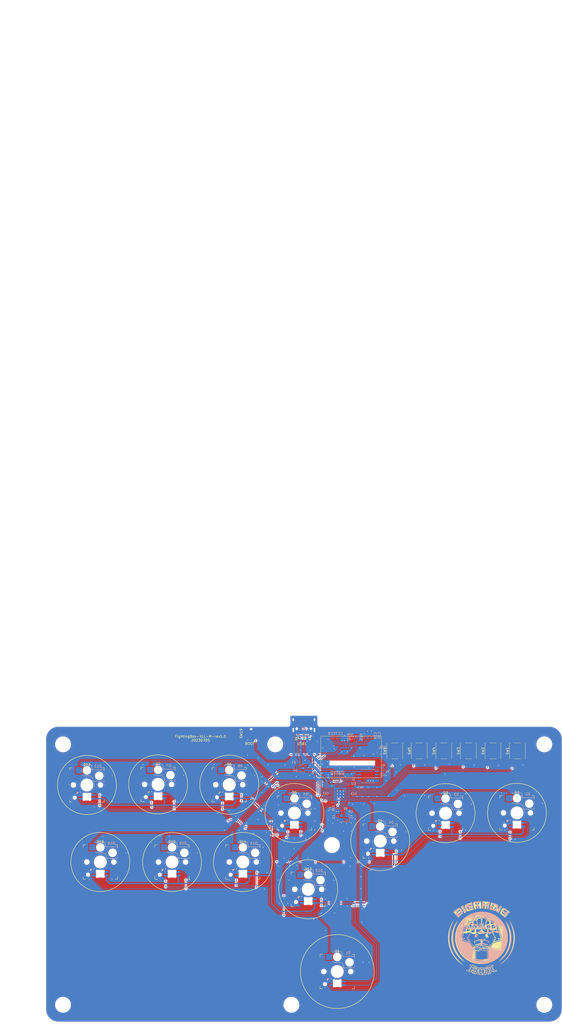
<source format=kicad_pcb>
(kicad_pcb (version 20221018) (generator pcbnew)
  (layers (0 "F.Cu" signal) (31 "B.Cu" signal) (34 "B.Paste" user) (35 "F.Paste" user) (36 "B.SilkS" user "B.Silkscreen") (37 "F.SilkS" user "F.Silkscreen") (38 "B.Mask" user) (39 "F.Mask" user) (44 "Edge.Cuts" user))
  (net 0 "")
  (net 1 "GND")
  (net 2 "+5V")
  (net 3 "D-")
  (net 4 "D+")
  (net 5 "Net-(DS1-C1P)")
  (net 6 "Net-(DS1-C1N)")
  (net 7 "LEFT")
  (net 8 "DOWN")
  (net 9 "RIGHT")
  (net 10 "UP")
  (net 11 "Net-(C3-Pad1)")
  (net 12 "+3V3")
  (net 13 "+1V1")
  (net 14 "Net-(DS1-VCOMH)")
  (net 15 "Net-(DS1-C2N)")
  (net 16 "Net-(DS1-C2P)")
  (net 17 "Net-(DS1-VCC)")
  (net 18 "XIN")
  (net 19 "XOUT")
  (net 20 "Net-(D1A-DOUT)")
  (net 21 "Net-(R1-Pad2)")
  (net 22 "QSPI_SS")
  (net 23 "QSPI_SD3")
  (net 24 "QSPI_SCLK")
  (net 25 "QSPI_SD0")
  (net 26 "QSPI_SD2")
  (net 27 "QSPI_SD1")
  (net 28 "Net-(D2A-DOUT)")
  (net 29 "Net-(D3A-DOUT)")
  (net 30 "Net-(D4A-DOUT)")
  (net 31 "Net-(D5A-DOUT)")
  (net 32 "LED_DATA")
  (net 33 "Net-(D6A-DOUT)")
  (net 34 "Net-(D12A-DIN)")
  (net 35 "Net-(D12A-DOUT)")
  (net 36 "Net-(D13A-DOUT)")
  (net 37 "Net-(D14A-DOUT)")
  (net 38 "Net-(D15A-DOUT)")
  (net 48 "SCL")
  (net 49 "SDA")
  (net 51 "Net-(DS1-IREF)")
  (net 52 "Net-(U3-USB_DP)")
  (net 53 "Net-(U3-USB_DM)")
  (net 54 "Net-(USB1-CC2)")
  (net 55 "Net-(USB1-CC1)")
  (net 56 "OPT6")
  (net 57 "OPT5")
  (net 58 "OPT4")
  (net 59 "OPT3")
  (net 60 "OPT2")
  (net 66 "OPT1")
  (net 70 "SQUARE")
  (net 71 "TRIANGLE")
  (net 72 "R1")
  (net 73 "L1")
  (net 74 "CROSS")
  (net 75 "CIRCLE")
  (net 76 "R2")
  (net 77 "L2")
  (footprint "Library:SW_Push_1P1T_NO_6x6mm_H5mm" (layer "F.Cu") (at 218.94 54 90)
    (fp_text reference "SW4")
    (fp_text value "SW_Push")
  )
  (footprint "Library:SW_Push_1P1T_NO_6x6mm_H5mm" (layer "F.Cu") (at 238.94 54 90)
    (fp_text reference "SW2")
    (fp_text value "SW_Push")
  )
  (footprint "Library:SW_Push_1P1T_NO_6x6mm_H5mm" (layer "F.Cu") (at 208.94 54 90)
    (fp_text reference "SW5")
    (fp_text value "SW_Push")
  )
  (footprint "Library:SW_Push_1P1T_NO_6x6mm_H5mm" (layer "F.Cu") (at 228.94 54 90)
    (fp_text reference "SW3")
    (fp_text value "SW_Push")
  )
  (footprint "Library:SW_Push_1P1T_NO_6x6mm_H5mm" (layer "F.Cu") (at 198.94 54 90)
    (fp_text reference "SW6")
    (fp_text value "SW_Push")
  )
  (footprint "Resistor_SMD:R_0402_1005Metric" (layer "F.Cu") (at 163.3 49 -90)
    (fp_text reference "R7")
    (fp_text value "5.1k")
  )
  (footprint "Library:HRO-TYPE-C-31-M-12-Assembly" (layer "F.Cu") (at 161.94 38.7 180)
    (fp_text reference "USB1")
    (fp_text value "HRO-TYPE-C-31-M-12")
  )
  (footprint "Resistor_SMD:R_0402_1005Metric" (layer "F.Cu") (at 160.2 49.1 -90)
    (fp_text reference "R6")
    (fp_text value "5.1k")
  )
  (footprint "Library:SW-K2-1109SE" (layer "F.Cu") (at 139 47.7 90)
    (fp_text reference "SW19")
    (fp_text value "SW_Push")
  )
  (footprint "Library:Kailh_socket_PG1353_LED_1U-4.8MM" (layer "F.Cu") (at 108.25 99.21)
    (fp_text reference "D15")
    (fp_text value "KB_HOTSWAP_WS2812B")
    (fp_line (start -1.699999 5.502842) (end -1.699999 4.097158) (stroke (width 0.1)) (layer "Edge.Cuts"))
    (fp_line (start -0.794452 3.3) (end 0.794452 3.3) (stroke (width 0.1)) (layer "Edge.Cuts"))
    (fp_line (start 0.794452 6.299999) (end -0.794453 6.299999) (stroke (width 0.1)) (layer "Edge.Cuts"))
    (fp_line (start 1.699999 4.097158) (end 1.699999 5.502842) (stroke (width 0.1)) (layer "Edge.Cuts"))
    (fp_arc (start -1.749484 3.88028) (mid -1.712528 3.985932) (end -1.699999 4.097158) (stroke (width 0.1)) (layer "Edge.Cuts"))
    (fp_arc (start -1.749484 3.880281) (mid -1.63807 3.295967) (end -1.046711 3.231701) (stroke (width 0.1)) (layer "Edge.Cuts"))
    (fp_arc (start -1.699999 5.502843) (mid -1.712527 5.614068) (end -1.749484 5.71972) (stroke (width 0.1)) (layer "Edge.Cuts"))
    (fp_arc (start -1.046711 6.368298) (mid -1.638074 6.304038) (end -1.749484 5.71972) (stroke (width 0.1)) (layer "Edge.Cuts"))
    (fp_arc (start -1.046711 6.368298) (mid -0.925124 6.317371) (end -0.794453 6.299999) (stroke (width 0.1)) (layer "Edge.Cuts"))
    (fp_arc (start -0.794452 3.3) (mid -0.92512 3.282615) (end -1.046711 3.231701) (stroke (width 0.1)) (layer "Edge.Cuts"))
    (fp_arc (start 0.794453 6.3) (mid 0.925124 6.317371) (end 1.046711 6.368299) (stroke (width 0.1)) (layer "Edge.Cuts"))
    (fp_arc (start 1.04671 3.231701) (mid 0.925122 3.282623) (end 0.794452 3.3) (stroke (width 0.1)) (layer "Edge.Cuts"))
    (fp_arc (start 1.046711 3.231703) (mid 1.638077 3.295958) (end 1.749484 3.88028) (stroke (width 0.1)) (layer "Edge.Cuts"))
    (fp_arc (start 1.699999 4.097157) (mid 1.712522 3.985931) (end 1.749484 3.88028) (stroke (width 0.1)) (layer "Edge.Cuts"))
    (fp_arc (start 1.749484 5.71972) (mid 1.638075 6.30404) (end 1.046711 6.368299) (stroke (width 0.1)) (layer "Edge.Cuts"))
    (fp_arc (start 1.749484 5.71972) (mid 1.712509 5.614072) (end 1.699999 5.502842) (stroke (width 0.1)) (layer "Edge.Cuts"))
  )
  (footprint "Library:Kailh_socket_PG1353_LED_1U-4.8MM" (layer "F.Cu") (at 137.1 99.21)
    (fp_text reference "D14")
    (fp_text value "KB_HOTSWAP_WS2812B")
    (fp_line (start -1.699999 5.502842) (end -1.699999 4.097158) (stroke (width 0.1)) (layer "Edge.Cuts"))
    (fp_line (start -0.794452 3.3) (end 0.794452 3.3) (stroke (width 0.1)) (layer "Edge.Cuts"))
    (fp_line (start 0.794452 6.299999) (end -0.794453 6.299999) (stroke (width 0.1)) (layer "Edge.Cuts"))
    (fp_line (start 1.699999 4.097158) (end 1.699999 5.502842) (stroke (width 0.1)) (layer "Edge.Cuts"))
    (fp_arc (start -1.749484 3.88028) (mid -1.712528 3.985932) (end -1.699999 4.097158) (stroke (width 0.1)) (layer "Edge.Cuts"))
    (fp_arc (start -1.749484 3.880281) (mid -1.63807 3.295967) (end -1.046711 3.231701) (stroke (width 0.1)) (layer "Edge.Cuts"))
    (fp_arc (start -1.699999 5.502843) (mid -1.712527 5.614068) (end -1.749484 5.71972) (stroke (width 0.1)) (layer "Edge.Cuts"))
    (fp_arc (start -1.046711 6.368298) (mid -1.638074 6.304038) (end -1.749484 5.71972) (stroke (width 0.1)) (layer "Edge.Cuts"))
    (fp_arc (start -1.046711 6.368298) (mid -0.925124 6.317371) (end -0.794453 6.299999) (stroke (width 0.1)) (layer "Edge.Cuts"))
    (fp_arc (start -0.794452 3.3) (mid -0.92512 3.282615) (end -1.046711 3.231701) (stroke (width 0.1)) (layer "Edge.Cuts"))
    (fp_arc (start 0.794453 6.3) (mid 0.925124 6.317371) (end 1.046711 6.368299) (stroke (width 0.1)) (layer "Edge.Cuts"))
    (fp_arc (start 1.04671 3.231701) (mid 0.925122 3.282623) (end 0.794452 3.3) (stroke (width 0.1)) (layer "Edge.Cuts"))
    (fp_arc (start 1.046711 3.231703) (mid 1.638077 3.295958) (end 1.749484 3.88028) (stroke (width 0.1)) (layer "Edge.Cuts"))
    (fp_arc (start 1.699999 4.097157) (mid 1.712522 3.985931) (end 1.749484 3.88028) (stroke (width 0.1)) (layer "Edge.Cuts"))
    (fp_arc (start 1.749484 5.71972) (mid 1.638075 6.30404) (end 1.046711 6.368299) (stroke (width 0.1)) (layer "Edge.Cuts"))
    (fp_arc (start 1.749484 5.71972) (mid 1.712509 5.614072) (end 1.699999 5.502842) (stroke (width 0.1)) (layer "Edge.Cuts"))
  )
  (footprint "Library:Kailh_socket_PG1353_LED_1U-4.8MM" (layer "F.Cu") (at 79.04 99.21)
    (fp_text reference "D16")
    (fp_text value "KB_HOTSWAP_WS2812B")
    (fp_line (start -1.699999 5.502842) (end -1.699999 4.097158) (stroke (width 0.1)) (layer "Edge.Cuts"))
    (fp_line (start -0.794452 3.3) (end 0.794452 3.3) (stroke (width 0.1)) (layer "Edge.Cuts"))
    (fp_line (start 0.794452 6.299999) (end -0.794453 6.299999) (stroke (width 0.1)) (layer "Edge.Cuts"))
    (fp_line (start 1.699999 4.097158) (end 1.699999 5.502842) (stroke (width 0.1)) (layer "Edge.Cuts"))
    (fp_arc (start -1.749484 3.88028) (mid -1.712528 3.985932) (end -1.699999 4.097158) (stroke (width 0.1)) (layer "Edge.Cuts"))
    (fp_arc (start -1.749484 3.880281) (mid -1.63807 3.295967) (end -1.046711 3.231701) (stroke (width 0.1)) (layer "Edge.Cuts"))
    (fp_arc (start -1.699999 5.502843) (mid -1.712527 5.614068) (end -1.749484 5.71972) (stroke (width 0.1)) (layer "Edge.Cuts"))
    (fp_arc (start -1.046711 6.368298) (mid -1.638074 6.304038) (end -1.749484 5.71972) (stroke (width 0.1)) (layer "Edge.Cuts"))
    (fp_arc (start -1.046711 6.368298) (mid -0.925124 6.317371) (end -0.794453 6.299999) (stroke (width 0.1)) (layer "Edge.Cuts"))
    (fp_arc (start -0.794452 3.3) (mid -0.92512 3.282615) (end -1.046711 3.231701) (stroke (width 0.1)) (layer "Edge.Cuts"))
    (fp_arc (start 0.794453 6.3) (mid 0.925124 6.317371) (end 1.046711 6.368299) (stroke (width 0.1)) (layer "Edge.Cuts"))
    (fp_arc (start 1.04671 3.231701) (mid 0.925122 3.282623) (end 0.794452 3.3) (stroke (width 0.1)) (layer "Edge.Cuts"))
    (fp_arc (start 1.046711 3.231703) (mid 1.638077 3.295958) (end 1.749484 3.88028) (stroke (width 0.1)) (layer "Edge.Cuts"))
    (fp_arc (start 1.699999 4.097157) (mid 1.712522 3.985931) (end 1.749484 3.88028) (stroke (width 0.1)) (layer "Edge.Cuts"))
    (fp_arc (start 1.749484 5.71972) (mid 1.638075 6.30404) (end 1.046711 6.368299) (stroke (width 0.1)) (layer "Edge.Cuts"))
    (fp_arc (start 1.749484 5.71972) (mid 1.712509 5.614072) (end 1.699999 5.502842) (stroke (width 0.1)) (layer "Edge.Cuts"))
  )
  (footprint "Library:Kailh_socket_PG1353_LED_1U-4.8MM" (layer "F.Cu") (at 131.54 67.75)
    (fp_text reference "D6")
    (fp_text value "KB_HOTSWAP_WS2812B")
    (fp_line (start -1.699999 5.502842) (end -1.699999 4.097158) (stroke (width 0.1)) (layer "Edge.Cuts"))
    (fp_line (start -0.794452 3.3) (end 0.794452 3.3) (stroke (width 0.1)) (layer "Edge.Cuts"))
    (fp_line (start 0.794452 6.299999) (end -0.794453 6.299999) (stroke (width 0.1)) (layer "Edge.Cuts"))
    (fp_line (start 1.699999 4.097158) (end 1.699999 5.502842) (stroke (width 0.1)) (layer "Edge.Cuts"))
    (fp_arc (start -1.749484 3.88028) (mid -1.712528 3.985932) (end -1.699999 4.097158) (stroke (width 0.1)) (layer "Edge.Cuts"))
    (fp_arc (start -1.749484 3.880281) (mid -1.63807 3.295967) (end -1.046711 3.231701) (stroke (width 0.1)) (layer "Edge.Cuts"))
    (fp_arc (start -1.699999 5.502843) (mid -1.712527 5.614068) (end -1.749484 5.71972) (stroke (width 0.1)) (layer "Edge.Cuts"))
    (fp_arc (start -1.046711 6.368298) (mid -1.638074 6.304038) (end -1.749484 5.71972) (stroke (width 0.1)) (layer "Edge.Cuts"))
    (fp_arc (start -1.046711 6.368298) (mid -0.925124 6.317371) (end -0.794453 6.299999) (stroke (width 0.1)) (layer "Edge.Cuts"))
    (fp_arc (start -0.794452 3.3) (mid -0.92512 3.282615) (end -1.046711 3.231701) (stroke (width 0.1)) (layer "Edge.Cuts"))
    (fp_arc (start 0.794453 6.3) (mid 0.925124 6.317371) (end 1.046711 6.368299) (stroke (width 0.1)) (layer "Edge.Cuts"))
    (fp_arc (start 1.04671 3.231701) (mid 0.925122 3.282623) (end 0.794452 3.3) (stroke (width 0.1)) (layer "Edge.Cuts"))
    (fp_arc (start 1.046711 3.231703) (mid 1.638077 3.295958) (end 1.749484 3.88028) (stroke (width 0.1)) (layer "Edge.Cuts"))
    (fp_arc (start 1.699999 4.097157) (mid 1.712522 3.985931) (end 1.749484 3.88028) (stroke (width 0.1)) (layer "Edge.Cuts"))
    (fp_arc (start 1.749484 5.71972) (mid 1.638075 6.30404) (end 1.046711 6.368299) (stroke (width 0.1)) (layer "Edge.Cuts"))
    (fp_arc (start 1.749484 5.71972) (mid 1.712509 5.614072) (end 1.699999 5.502842) (stroke (width 0.1)) (layer "Edge.Cuts"))
  )
  (footprint "Library:Kailh_socket_PG1353_LED_1U-4.8MM" (layer "F.Cu") (at 158.1 79.28)
    (fp_text reference "D5")
    (fp_text value "KB_HOTSWAP_WS2812B")
    (fp_line (start -1.699999 5.502842) (end -1.699999 4.097158) (stroke (width 0.1)) (layer "Edge.Cuts"))
    (fp_line (start -0.794452 3.3) (end 0.794452 3.3) (stroke (width 0.1)) (layer "Edge.Cuts"))
    (fp_line (start 0.794452 6.299999) (end -0.794453 6.299999) (stroke (width 0.1)) (layer "Edge.Cuts"))
    (fp_line (start 1.699999 4.097158) (end 1.699999 5.502842) (stroke (width 0.1)) (layer "Edge.Cuts"))
    (fp_arc (start -1.749484 3.88028) (mid -1.712528 3.985932) (end -1.699999 4.097158) (stroke (width 0.1)) (layer "Edge.Cuts"))
    (fp_arc (start -1.749484 3.880281) (mid -1.63807 3.295967) (end -1.046711 3.231701) (stroke (width 0.1)) (layer "Edge.Cuts"))
    (fp_arc (start -1.699999 5.502843) (mid -1.712527 5.614068) (end -1.749484 5.71972) (stroke (width 0.1)) (layer "Edge.Cuts"))
    (fp_arc (start -1.046711 6.368298) (mid -1.638074 6.304038) (end -1.749484 5.71972) (stroke (width 0.1)) (layer "Edge.Cuts"))
    (fp_arc (start -1.046711 6.368298) (mid -0.925124 6.317371) (end -0.794453 6.299999) (stroke (width 0.1)) (layer "Edge.Cuts"))
    (fp_arc (start -0.794452 3.3) (mid -0.92512 3.282615) (end -1.046711 3.231701) (stroke (width 0.1)) (layer "Edge.Cuts"))
    (fp_arc (start 0.794453 6.3) (mid 0.925124 6.317371) (end 1.046711 6.368299) (stroke (width 0.1)) (layer "Edge.Cuts"))
    (fp_arc (start 1.04671 3.231701) (mid 0.925122 3.282623) (end 0.794452 3.3) (stroke (width 0.1)) (layer "Edge.Cuts"))
    (fp_arc (start 1.046711 3.231703) (mid 1.638077 3.295958) (end 1.749484 3.88028) (stroke (width 0.1)) (layer "Edge.Cuts"))
    (fp_arc (start 1.699999 4.097157) (mid 1.712522 3.985931) (end 1.749484 3.88028) (stroke (width 0.1)) (layer "Edge.Cuts"))
    (fp_arc (start 1.749484 5.71972) (mid 1.638075 6.30404) (end 1.046711 6.368299) (stroke (width 0.1)) (layer "Edge.Cuts"))
    (fp_arc (start 1.749484 5.71972) (mid 1.712509 5.614072) (end 1.699999 5.502842) (stroke (width 0.1)) (layer "Edge.Cuts"))
  )
  (footprint "Library:Kailh_socket_PG1353_LED_1U-4.8MM" (layer "F.Cu") (at 175.54 143.79)
    (fp_text reference "D1")
    (fp_text value "KB_HOTSWAP_WS2812B")
    (fp_line (start -1.699999 5.502842) (end -1.699999 4.097158) (stroke (width 0.1)) (layer "Edge.Cuts"))
    (fp_line (start -0.794452 3.3) (end 0.794452 3.3) (stroke (width 0.1)) (layer "Edge.Cuts"))
    (fp_line (start 0.794452 6.299999) (end -0.794453 6.299999) (stroke (width 0.1)) (layer "Edge.Cuts"))
    (fp_line (start 1.699999 4.097158) (end 1.699999 5.502842) (stroke (width 0.1)) (layer "Edge.Cuts"))
    (fp_arc (start -1.749484 3.88028) (mid -1.712528 3.985932) (end -1.699999 4.097158) (stroke (width 0.1)) (layer "Edge.Cuts"))
    (fp_arc (start -1.749484 3.880281) (mid -1.63807 3.295967) (end -1.046711 3.231701) (stroke (width 0.1)) (layer "Edge.Cuts"))
    (fp_arc (start -1.699999 5.502843) (mid -1.712527 5.614068) (end -1.749484 5.71972) (stroke (width 0.1)) (layer "Edge.Cuts"))
    (fp_arc (start -1.046711 6.368298) (mid -1.638074 6.304038) (end -1.749484 5.71972) (stroke (width 0.1)) (layer "Edge.Cuts"))
    (fp_arc (start -1.046711 6.368298) (mid -0.925124 6.317371) (end -0.794453 6.299999) (stroke (width 0.1)) (layer "Edge.Cuts"))
    (fp_arc (start -0.794452 3.3) (mid -0.92512 3.282615) (end -1.046711 3.231701) (stroke (width 0.1)) (layer "Edge.Cuts"))
    (fp_arc (start 0.794453 6.3) (mid 0.925124 6.317371) (end 1.046711 6.368299) (stroke (width 0.1)) (layer "Edge.Cuts"))
    (fp_arc (start 1.04671 3.231701) (mid 0.925122 3.282623) (end 0.794452 3.3) (stroke (width 0.1)) (layer "Edge.Cuts"))
    (fp_arc (start 1.046711 3.231703) (mid 1.638077 3.295958) (end 1.749484 3.88028) (stroke (width 0.1)) (layer "Edge.Cuts"))
    (fp_arc (start 1.699999 4.097157) (mid 1.712522 3.985931) (end 1.749484 3.88028) (stroke (width 0.1)) (layer "Edge.Cuts"))
    (fp_arc (start 1.749484 5.71972) (mid 1.638075 6.30404) (end 1.046711 6.368299) (stroke (width 0.1)) (layer "Edge.Cuts"))
    (fp_arc (start 1.749484 5.71972) (mid 1.712509 5.614072) (end 1.699999 5.502842) (stroke (width 0.1)) (layer "Edge.Cuts"))
  )
  (footprint "Button_Switch_SMD:SW_Push_1P1T_NO_6x6mm_H5mm" (layer "F.Cu") (at 248.94 54 90)
    (fp_text reference "SW1")
    (fp_text value "SW_Push")
  )
  (footprint "CONN:FightingBox_logo_30mm" (layer "F.Cu") (at 234.14 130.2)
    (fp_text reference "G***" hide)
    (fp_text value "LOGO" hide)
  )
  (footprint "Library:Kailh_socket_PG1353_LED_1U-4.8MM" (layer "F.Cu") (at 193.04 90.69)
    (fp_text reference "D4")
    (fp_text value "KB_HOTSWAP_WS2812B")
    (fp_line (start -1.699999 5.502842) (end -1.699999 4.097158) (stroke (width 0.1)) (layer "Edge.Cuts"))
    (fp_line (start -0.794452 3.3) (end 0.794452 3.3) (stroke (width 0.1)) (layer "Edge.Cuts"))
    (fp_line (start 0.794452 6.299999) (end -0.794453 6.299999) (stroke (width 0.1)) (layer "Edge.Cuts"))
    (fp_line (start 1.699999 4.097158) (end 1.699999 5.502842) (stroke (width 0.1)) (layer "Edge.Cuts"))
    (fp_arc (start -1.749484 3.88028) (mid -1.712528 3.985932) (end -1.699999 4.097158) (stroke (width 0.1)) (layer "Edge.Cuts"))
    (fp_arc (start -1.749484 3.880281) (mid -1.63807 3.295967) (end -1.046711 3.231701) (stroke (width 0.1)) (layer "Edge.Cuts"))
    (fp_arc (start -1.699999 5.502843) (mid -1.712527 5.614068) (end -1.749484 5.71972) (stroke (width 0.1)) (layer "Edge.Cuts"))
    (fp_arc (start -1.046711 6.368298) (mid -1.638074 6.304038) (end -1.749484 5.71972) (stroke (width 0.1)) (layer "Edge.Cuts"))
    (fp_arc (start -1.046711 6.368298) (mid -0.925124 6.317371) (end -0.794453 6.299999) (stroke (width 0.1)) (layer "Edge.Cuts"))
    (fp_arc (start -0.794452 3.3) (mid -0.92512 3.282615) (end -1.046711 3.231701) (stroke (width 0.1)) (layer "Edge.Cuts"))
    (fp_arc (start 0.794453 6.3) (mid 0.925124 6.317371) (end 1.046711 6.368299) (stroke (width 0.1)) (layer "Edge.Cuts"))
    (fp_arc (start 1.04671 3.231701) (mid 0.925122 3.282623) (end 0.794452 3.3) (stroke (width 0.1)) (layer "Edge.Cuts"))
    (fp_arc (start 1.046711 3.231703) (mid 1.638077 3.295958) (end 1.749484 3.88028) (stroke (width 0.1)) (layer "Edge.Cuts"))
    (fp_arc (start 1.699999 4.097157) (mid 1.712522 3.985931) (end 1.749484 3.88028) (stroke (width 0.1)) (layer "Edge.Cuts"))
    (fp_arc (start 1.749484 5.71972) (mid 1.638075 6.30404) (end 1.046711 6.368299) (stroke (width 0.1)) (layer "Edge.Cuts"))
    (fp_arc (start 1.749484 5.71972) (mid 1.712509 5.614072) (end 1.699999 5.502842) (stroke (width 0.1)) (layer "Edge.Cuts"))
  )
  (footprint "Library:Kailh_socket_PG1353_LED_1U-4.8MM" (layer "F.Cu") (at 248.735 79.22)
    (fp_text reference "D2")
    (fp_text value "KB_HOTSWAP_WS2812B")
    (fp_line (start -1.699999 5.502842) (end -1.699999 4.097158) (stroke (width 0.1)) (layer "Edge.Cuts"))
    (fp_line (start -0.794452 3.3) (end 0.794452 3.3) (stroke (width 0.1)) (layer "Edge.Cuts"))
    (fp_line (start 0.794452 6.299999) (end -0.794453 6.299999) (stroke (width 0.1)) (layer "Edge.Cuts"))
    (fp_line (start 1.699999 4.097158) (end 1.699999 5.502842) (stroke (width 0.1)) (layer "Edge.Cuts"))
    (fp_arc (start -1.749484 3.88028) (mid -1.712528 3.985932) (end -1.699999 4.097158) (stroke (width 0.1)) (layer "Edge.Cuts"))
    (fp_arc (start -1.749484 3.880281) (mid -1.63807 3.295967) (end -1.046711 3.231701) (stroke (width 0.1)) (layer "Edge.Cuts"))
    (fp_arc (start -1.699999 5.502843) (mid -1.712527 5.614068) (end -1.749484 5.71972) (stroke (width 0.1)) (layer "Edge.Cuts"))
    (fp_arc (start -1.046711 6.368298) (mid -1.638074 6.304038) (end -1.749484 5.71972) (stroke (width 0.1)) (layer "Edge.Cuts"))
    (fp_arc (start -1.046711 6.368298) (mid -0.925124 6.317371) (end -0.794453 6.299999) (stroke (width 0.1)) (layer "Edge.Cuts"))
    (fp_arc (start -0.794452 3.3) (mid -0.92512 3.282615) (end -1.046711 3.231701) (stroke (width 0.1)) (layer "Edge.Cuts"))
    (fp_arc (start 0.794453 6.3) (mid 0.925124 6.317371) (end 1.046711 6.368299) (stroke (width 0.1)) (layer "Edge.Cuts"))
    (fp_arc (start 1.04671 3.231701) (mid 0.925122 3.282623) (end 0.794452 3.3) (stroke (width 0.1)) (layer "Edge.Cuts"))
    (fp_arc (start 1.046711 3.231703) (mid 1.638077 3.295958) (end 1.749484 3.88028) (stroke (width 0.1)) (layer "Edge.Cuts"))
    (fp_arc (start 1.699999 4.097157) (mid 1.712522 3.985931) (end 1.749484 3.88028) (stroke (width 0.1)) (layer "Edge.Cuts"))
    (fp_arc (start 1.749484 5.71972) (mid 1.638075 6.30404) (end 1.046711 6.368299) (stroke (width 0.1)) (layer "Edge.Cuts"))
    (fp_arc (start 1.749484 5.71972) (mid 1.712509 5.614072) (end 1.699999 5.502842) (stroke (width 0.1)) (layer "Edge.Cuts"))
  )
  (footprint "Library:Kailh_socket_PG1353_LED_1U-4.8MM" (layer "F.Cu") (at 163.71 110.32)
    (fp_text reference "D13")
    (fp_text value "KB_HOTSWAP_WS2812B")
    (fp_line (start -1.699999 5.502842) (end -1.699999 4.097158) (stroke (width 0.1)) (layer "Edge.Cuts"))
    (fp_line (start -0.794452 3.3) (end 0.794452 3.3) (stroke (width 0.1)) (layer "Edge.Cuts"))
    (fp_line (start 0.794452 6.299999) (end -0.794453 6.299999) (stroke (width 0.1)) (layer "Edge.Cuts"))
    (fp_line (start 1.699999 4.097158) (end 1.699999 5.502842) (stroke (width 0.1)) (layer "Edge.Cuts"))
    (fp_arc (start -1.749484 3.88028) (mid -1.712528 3.985932) (end -1.699999 4.097158) (stroke (width 0.1)) (layer "Edge.Cuts"))
    (fp_arc (start -1.749484 3.880281) (mid -1.63807 3.295967) (end -1.046711 3.231701) (stroke (width 0.1)) (layer "Edge.Cuts"))
    (fp_arc (start -1.699999 5.502843) (mid -1.712527 5.614068) (end -1.749484 5.71972) (stroke (width 0.1)) (layer "Edge.Cuts"))
    (fp_arc (start -1.046711 6.368298) (mid -1.638074 6.304038) (end -1.749484 5.71972) (stroke (width 0.1)) (layer "Edge.Cuts"))
    (fp_arc (start -1.046711 6.368298) (mid -0.925124 6.317371) (end -0.794453 6.299999) (stroke (width 0.1)) (layer "Edge.Cuts"))
    (fp_arc (start -0.794452 3.3) (mid -0.92512 3.282615) (end -1.046711 3.231701) (stroke (width 0.1)) (layer "Edge.Cuts"))
    (fp_arc (start 0.794453 6.3) (mid 0.925124 6.317371) (end 1.046711 6.368299) (stroke (width 0.1)) (layer "Edge.Cuts"))
    (fp_arc (start 1.04671 3.231701) (mid 0.925122 3.282623) (end 0.794452 3.3) (stroke (width 0.1)) (layer "Edge.Cuts"))
    (fp_arc (start 1.046711 3.231703) (mid 1.638077 3.295958) (end 1.749484 3.88028) (stroke (width 0.1)) (layer "Edge.Cuts"))
    (fp_arc (start 1.699999 4.097157) (mid 1.712522 3.985931) (end 1.749484 3.88028) (stroke (width 0.1)) (layer "Edge.Cuts"))
    (fp_arc (start 1.749484 5.71972) (mid 1.638075 6.30404) (end 1.046711 6.368299) (stroke (width 0.1)) (layer "Edge.Cuts"))
    (fp_arc (start 1.749484 5.71972) (mid 1.712509 5.614072) (end 1.699999 5.502842) (stroke (width 0.1)) (layer "Edge.Cuts"))
  )
  (footprint "Library:Kailh_socket_PG1353_LED_1U-4.8MM" (layer "F.Cu") (at 219.64 79.34)
    (fp_text reference "D3")
    (fp_text value "KB_HOTSWAP_WS2812B")
    (fp_line (start -1.699999 5.502842) (end -1.699999 4.097158) (stroke (width 0.1)) (layer "Edge.Cuts"))
    (fp_line (start -0.794452 3.3) (end 0.794452 3.3) (stroke (width 0.1)) (layer "Edge.Cuts"))
    (fp_line (start 0.794452 6.299999) (end -0.794453 6.299999) (stroke (width 0.1)) (layer "Edge.Cuts"))
    (fp_line (start 1.699999 4.097158) (end 1.699999 5.502842) (stroke (width 0.1)) (layer "Edge.Cuts"))
    (fp_arc (start -1.749484 3.88028) (mid -1.712528 3.985932) (end -1.699999 4.097158) (stroke (width 0.1)) (layer "Edge.Cuts"))
    (fp_arc (start -1.749484 3.880281) (mid -1.63807 3.295967) (end -1.046711 3.231701) (stroke (width 0.1)) (layer "Edge.Cuts"))
    (fp_arc (start -1.699999 5.502843) (mid -1.712527 5.614068) (end -1.749484 5.71972) (stroke (width 0.1)) (layer "Edge.Cuts"))
    (fp_arc (start -1.046711 6.368298) (mid -1.638074 6.304038) (end -1.749484 5.71972) (stroke (width 0.1)) (layer "Edge.Cuts"))
    (fp_arc (start -1.046711 6.368298) (mid -0.925124 6.317371) (end -0.794453 6.299999) (stroke (width 0.1)) (layer "Edge.Cuts"))
    (fp_arc (start -0.794452 3.3) (mid -0.92512 3.282615) (end -1.046711 3.231701) (stroke (width 0.1)) (layer "Edge.Cuts"))
    (fp_arc (start 0.794453 6.3) (mid 0.925124 6.317371) (end 1.046711 6.368299) (stroke (width 0.1)) (layer "Edge.Cuts"))
    (fp_arc (start 1.04671 3.231701) (mid 0.925122 3.282623) (end 0.794452 3.3) (stroke (width 0.1)) (layer "Edge.Cuts"))
    (fp_arc (start 1.046711 3.231703) (mid 1.638077 3.295958) (end 1.749484 3.88028) (stroke (width 0.1)) (layer "Edge.Cuts"))
    (fp_arc (start 1.699999 4.097157) (mid 1.712522 3.985931) (end 1.749484 3.88028) (stroke (width 0.1)) (layer "Edge.Cuts"))
    (fp_arc (start 1.749484 5.71972) (mid 1.638075 6.30404) (end 1.046711 6.368299) (stroke (width 0.1)) (layer "Edge.Cuts"))
    (fp_arc (start 1.749484 5.71972) (mid 1.712509 5.614072) (end 1.699999 5.502842) (stroke (width 0.1)) (layer "Edge.Cuts"))
  )
  (footprint "Library:Kailh_socket_PG1353_LED_1U-4.8MM" (layer "F.Cu") (at 102.57 67.63)
    (fp_text reference "D7")
    (fp_text value "KB_HOTSWAP_WS2812B")
    (fp_line (start -1.699999 5.502842) (end -1.699999 4.097158) (stroke (width 0.1)) (layer "Edge.Cuts"))
    (fp_line (start -0.794452 3.3) (end 0.794452 3.3) (stroke (width 0.1)) (layer "Edge.Cuts"))
    (fp_line (start 0.794452 6.299999) (end -0.794453 6.299999) (stroke (width 0.1)) (layer "Edge.Cuts"))
    (fp_line (start 1.699999 4.097158) (end 1.699999 5.502842) (stroke (width 0.1)) (layer "Edge.Cuts"))
    (fp_arc (start -1.749484 3.88028) (mid -1.712528 3.985932) (end -1.699999 4.097158) (stroke (width 0.1)) (layer "Edge.Cuts"))
    (fp_arc (start -1.749484 3.880281) (mid -1.63807 3.295967) (end -1.046711 3.231701) (stroke (width 0.1)) (layer "Edge.Cuts"))
    (fp_arc (start -1.699999 5.502843) (mid -1.712527 5.614068) (end -1.749484 5.71972) (stroke (width 0.1)) (layer "Edge.Cuts"))
    (fp_arc (start -1.046711 6.368298) (mid -1.638074 6.304038) (end -1.749484 5.71972) (stroke (width 0.1)) (layer "Edge.Cuts"))
    (fp_arc (start -1.046711 6.368298) (mid -0.925124 6.317371) (end -0.794453 6.299999) (stroke (width 0.1)) (layer "Edge.Cuts"))
    (fp_arc (start -0.794452 3.3) (mid -0.92512 3.282615) (end -1.046711 3.231701) (stroke (width 0.1)) (layer "Edge.Cuts"))
    (fp_arc (start 0.794453 6.3) (mid 0.925124 6.317371) (end 1.046711 6.368299) (stroke (width 0.1)) (layer "Edge.Cuts"))
    (fp_arc (start 1.04671 3.231701) (mid 0.925122 3.282623) (end 0.794452 3.3) (stroke (width 0.1)) (layer "Edge.Cuts"))
    (fp_arc (start 1.046711 3.231703) (mid 1.638077 3.295958) (end 1.749484 3.88028) (stroke (width 0.1)) (layer "Edge.Cuts"))
    (fp_arc (start 1.699999 4.097157) (mid 1.712522 3.985931) (end 1.749484 3.88028) (stroke (width 0.1)) (layer "Edge.Cuts"))
    (fp_arc (start 1.749484 5.71972) (mid 1.638075 6.30404) (end 1.046711 6.368299) (stroke (width 0.1)) (layer "Edge.Cuts"))
    (fp_arc (start 1.749484 5.71972) (mid 1.712509 5.614072) (end 1.699999 5.502842) (stroke (width 0.1)) (layer "Edge.Cuts"))
  )
  (footprint "Library:Kailh_socket_PG1353_LED_1U-4.8MM" (layer "F.Cu") (at 73.6 67.87)
    (fp_text reference "D12")
    (fp_text value "KB_HOTSWAP_WS2812B")
    (fp_line (start -1.699999 5.502842) (end -1.699999 4.097158) (stroke (width 0.1)) (layer "Edge.Cuts"))
    (fp_line (start -0.794452 3.3) (end 0.794452 3.3) (stroke (width 0.1)) (layer "Edge.Cuts"))
    (fp_line (start 0.794452 6.299999) (end -0.794453 6.299999) (stroke (width 0.1)) (layer "Edge.Cuts"))
    (fp_line (start 1.699999 4.097158) (end 1.699999 5.502842) (stroke (width 0.1)) (layer "Edge.Cuts"))
    (fp_arc (start -1.749484 3.88028) (mid -1.712528 3.985932) (end -1.699999 4.097158) (stroke (width 0.1)) (layer "Edge.Cuts"))
    (fp_arc (start -1.749484 3.880281) (mid -1.63807 3.295967) (end -1.046711 3.231701) (stroke (width 0.1)) (layer "Edge.Cuts"))
    (fp_arc (start -1.699999 5.502843) (mid -1.712527 5.614068) (end -1.749484 5.71972) (stroke (width 0.1)) (layer "Edge.Cuts"))
    (fp_arc (start -1.046711 6.368298) (mid -1.638074 6.304038) (end -1.749484 5.71972) (stroke (width 0.1)) (layer "Edge.Cuts"))
    (fp_arc (start -1.046711 6.368298) (mid -0.925124 6.317371) (end -0.794453 6.299999) (stroke (width 0.1)) (layer "Edge.Cuts"))
    (fp_arc (start -0.794452 3.3) (mid -0.92512 3.282615) (end -1.046711 3.231701) (stroke (width 0.1)) (layer "Edge.Cuts"))
    (fp_arc (start 0.794453 6.3) (mid 0.925124 6.317371) (end 1.046711 6.368299) (stroke (width 0.1)) (layer "Edge.Cuts"))
    (fp_arc (start 1.04671 3.231701) (mid 0.925122 3.282623) (end 0.794452 3.3) (stroke (width 0.1)) (layer "Edge.Cuts"))
    (fp_arc (start 1.046711 3.231703) (mid 1.638077 3.295958) (end 1.749484 3.88028) (stroke (width 0.1)) (layer "Edge.Cuts"))
    (fp_arc (start 1.699999 4.097157) (mid 1.712522 3.985931) (end 1.749484 3.88028) (stroke (width 0.1)) (layer "Edge.Cuts"))
    (fp_arc (start 1.749484 5.71972) (mid 1.638075 6.30404) (end 1.046711 6.368299) (stroke (width 0.1)) (layer "Edge.Cuts"))
    (fp_arc (start 1.749484 5.71972) (mid 1.712509 5.614072) (end 1.699999 5.502842) (stroke (width 0.1)) (layer "Edge.Cuts"))
  )
  (footprint "Capacitor_SMD:C_0402_1005Metric" (layer "B.Cu") (at 159.8 58.6 180)
    (fp_text reference "C1")
    (fp_text value "1u")
  )
  (footprint "Capacitor_SMD:C_0402_1005Metric" (layer "B.Cu") (at 178.9 78.7 180)
    (fp_text reference "C2")
    (fp_text value "5p")
  )
  (footprint "Capacitor_SMD:C_0402_1005Metric" (layer "B.Cu") (at 164.3 62.62 -90)
    (fp_text reference "C4")
    (fp_text value "1u")
  )
  (footprint "Capacitor_SMD:C_0402_1005Metric" (layer "B.Cu") (at 182.2 62.8 -90)
    (fp_text reference "C5")
    (fp_text value "100n")
  )
  (footprint "Capacitor_SMD:C_0402_1005Metric" (layer "B.Cu") (at 173.4 64.8 90)
    (fp_text reference "C6")
    (fp_text value "100n")
  )
  (footprint "Capacitor_SMD:C_0402_1005Metric" (layer "B.Cu") (at 175.221644 77.45 -90)
    (fp_text reference "C7")
    (fp_text value "100n")
  )
  (footprint "Capacitor_SMD:C_0402_1005Metric" (layer "B.Cu") (at 177.9 64.85 90)
    (fp_text reference "C8")
    (fp_text value "1u")
  )
  (footprint "Capacitor_SMD:C_0402_1005Metric" (layer "B.Cu") (at 176.5 64.8 90)
    (fp_text reference "C9")
    (fp_text value "100n")
  )
  (footprint "Capacitor_SMD:C_0402_1005Metric" (layer "B.Cu") (at 171 66.75 180)
    (fp_text reference "C10")
    (fp_text value "1u")
  )
  (footprint "Capacitor_SMD:C_0402_1005Metric" (layer "B.Cu") (at 171 68.8 180)
    (fp_text reference "C15")
    (fp_text value "100n")
  )
  (footprint "Capacitor_SMD:C_0402_1005Metric" (layer "B.Cu") (at 171 67.75 180)
    (fp_text reference "C16")
    (fp_text value "100n")
  )
  (footprint "Resistor_SMD:R_0402_1005Metric" (layer "B.Cu") (at 194.05 62.4)
    (fp_text reference "R1")
    (fp_text value "1k")
  )
  (footprint "Resistor_SMD:R_0402_1005Metric" (layer "B.Cu") (at 194.1 61.3 180)
    (fp_text reference "R2")
    (fp_text value "10k")
  )
  (footprint "Resistor_SMD:R_0402_1005Metric" (layer "B.Cu") (at 174.42 64.8 -90)
    (fp_text reference "R4")
    (fp_text value "27")
  )
  (footprint "Package_TO_SOT_SMD:SOT-23-5" (layer "B.Cu") (at 161.55 61)
    (fp_text reference "U1")
    (fp_text value "TLV73333PDBV")
  )
  (footprint "Package_SO:SOIC-8_5.23x5.23mm_P1.27mm" (layer "B.Cu") (at 188 64.25 180)
    (fp_text reference "U2")
    (fp_text value "W25Q128JVS")
  )
  (footprint "RP2040:RP2040-QFN-56" (layer "B.Cu") (at 176.821644 71.55 180)
    (fp_text reference "U3")
    (fp_text value "RP2040")
  )
  (footprint "Crystal:Crystal_SMD_3225-4Pin_3.2x2.5mm" (layer "B.Cu") (at 178.371644 81.2 180)
    (fp_text reference "Y1")
    (fp_text value "Crystal_GND24")
  )
  (footprint "Resistor_SMD:R_0402_1005Metric" (layer "B.Cu") (at 175.5 64.8 -90)
    (fp_text reference "R3")
    (fp_text value "27")
  )
  (footprint "Capacitor_SMD:C_0402_1005Metric" (layer "B.Cu") (at 175.671644 80.8 -90)
    (fp_text reference "C3")
    (fp_text value "5p")
  )
  (footprint "Capacitor_SMD:C_0402_1005Metric" (layer "B.Cu") (at 182.271644 72.5)
    (fp_text reference "C13")
    (fp_text value "100n")
  )
  (footprint "Capacitor_SMD:C_0402_1005Metric" (layer "B.Cu") (at 171 72.3 180)
    (fp_text reference "C12")
    (fp_text value "100n")
  )
  (footprint "Resistor_SMD:R_0402_1005Metric" (layer "B.Cu") (at 177.271644 78.3 90)
    (fp_text reference "R5")
    (fp_text value "1k")
  )
  (footprint "Capacitor_SMD:C_0402_1005Metric" (layer "B.Cu") (at 176.251644 77.45 -90)
    (fp_text reference "C14")
    (fp_text value "100n")
  )
  (footprint "Capacitor_SMD:C_0402_1005Metric" (layer "B.Cu") (at 182.271644 68.9)
    (fp_text reference "C11")
    (fp_text value "100n")
  )
  (footprint "Resistor_SMD:R_0402_1005Metric" (layer "B.Cu") (at 183.6 48.31 -90)
    (fp_text reference "R17")
    (fp_text value "4.7K")
  )
  (footprint "MountingHole:MountingHole_6mm" (layer "B.Cu") (at 259.88 51.32 180)
    (fp_text reference "H1" hide)
    (fp_text value "MountingHole")
  )
  (footprint "Capacitor_SMD:C_0603_1608Metric" (layer "B.Cu") (at 189.5 47.8 90)
    (fp_text reference "C20")
    (fp_text value "2.2uF")
  )
  (footprint "CONN:TE_CON-0_1x30-1MP_P0.5mm_Horizontal-OLED-FPC" (layer "B.Cu") (at 181.29 52.425 180)
    (fp_text reference "DS1")
    (fp_text value "OLED-128O064D")
  )
  (footprint "Resistor_SMD:R_0402_1005Metric" (layer "B.Cu") (at 182.6 48.3 -90)
    (fp_text reference "R16")
    (fp_text value "4.7K")
  )
  (footprint "MountingHole:MountingHole_6mm" (layer "B.Cu") (at 156.86 157.31 180)
    (fp_text reference "H6" hide)
    (fp_text value "MountingHole")
  )
  (footprint "Capacitor_SMD:C_0402_1005Metric" (layer "B.Cu") (at 173.7 48.4)
    (fp_text reference "C19")
    (fp_text value "1uF")
  )
  (footprint "MountingHole:MountingHole_6mm" (layer "B.Cu") (at 63.85 157.32 180)
    (fp_text reference "H7" hide)
    (fp_text value "MountingHole")
  )
  (footprint "MountingHole:MountingHole_6mm" (layer "B.Cu") (at 63.87 51.32 180)
    (fp_text reference "H5" hide)
    (fp_text value "MountingHole")
  )
  (footprint "CONN:FightingBox_logo_30mm" (layer "B.Cu") (at 234.44 130.1 180)
    (fp_text reference "G***" hide)
    (fp_text value "LOGO" hide)
  )
  (footprint "Capacitor_SMD:C_0603_1608Metric" (layer "B.Cu") (at 187.9 47.8 -90)
    (fp_text reference "C18")
    (fp_text value "4.7uF")
  )
  (footprint "Capacitor_SMD:C_0402_1005Metric" (layer "B.Cu") (at 175.7 48.4)
    (fp_text reference "C17")
    (fp_text value "1uF")
  )
  (footprint "MountingHole:MountingHole_6mm" (layer "B.Cu") (at 173.37 92.32 180)
    (fp_text reference "H2" hide)
    (fp_text value "MountingHole")
  )
  (footprint "Resistor_SMD:R_0402_1005Metric" (layer "B.Cu") (at 186.5 48.3 -90)
    (fp_text reference "R15")
    (fp_text value "390K")
  )
  (footprint "MountingHole:MountingHole_6mm" (layer "B.Cu") (at 259.86 157.33 180)
    (fp_text reference "H3" hide)
    (fp_text value "MountingHole")
  )
  (footprint "MountingHole:MountingHole_6mm" (layer "B.Cu") (at 150.28 51.32 180)
    (fp_text reference "H4" hide)
    (fp_text value "MountingHole")
  )
  (gr_line (start 61.604902 67.869766) (end 61.604902 67.869766) (stroke (width 0.2)) (layer "B.SilkS"))
  (gr_line (start 96.253701 99.207421) (end 96.253701 99.207421) (stroke (width 0.2)) (layer "B.SilkS"))
  (gr_line (start 207.650179 79.34053) (end 207.650179 79.34053) (stroke (width 0.2)) (layer "B.SilkS"))
  (gr_line (start 67.044603 99.207421) (end 67.044603 99.207421) (stroke (width 0.2)) (layer "B.SilkS"))
  (gr_line (start 160.539031 143.789665) (end 160.539031 143.789665) (stroke (width 0.2)) (layer "B.SilkS"))
  (gr_line (start 146.102209 79.284986) (end 146.102209 79.284986) (stroke (width 0.2)) (layer "B.SilkS"))
  (gr_line (start 125.107979 99.207421) (end 125.107979 99.207421) (stroke (width 0.2)) (layer "B.SilkS"))
  (gr_line (start 151.715416 110.323426) (end 151.715416 110.323426) (stroke (width 0.2)) (layer "B.SilkS"))
  (gr_line (start 236.740985 79.22228) (end 236.740985 79.22228) (stroke (width 0.2)) (layer "B.SilkS"))
  (gr_line (start 119.54997 67.751518) (end 119.54997 67.751518) (stroke (width 0.2)) (layer "B.SilkS"))
  (gr_line (start 90.577433 67.633258) (end 90.577433 67.633258) (stroke (width 0.2)) (layer "B.SilkS"))
  (gr_curve (pts (xy 254.733091 89.638162) (xy 258.444276 87.489705) (xy 260.73046 83.519193) (xy 260.73046 79.22228)) (stroke (width 0.2)) (layer "F.SilkS"))
  (gr_curve (pts (xy 125.547339 78.1674) (xy 129.258524 80.315857) (xy 133.830892 80.315857) (xy 137.542077 78.1674)) (stroke (width 0.2)) (layer "F.SilkS"))
  (gr_curve (pts (xy 187.040096 80.27716) (xy 183.328911 82.425615) (xy 181.042727 86.396127) (xy 181.042727 90.69304)) (stroke (width 0.2)) (layer "F.SilkS"))
  (gr_curve (pts (xy 91.034079 99.207421) (xy 91.034079 94.910507) (xy 88.747895 90.939996) (xy 85.03671 88.791539)) (stroke (width 0.2)) (layer "F.SilkS"))
  (gr_curve (pts (xy 96.253701 99.207421) (xy 96.253701 103.504334) (xy 98.539885 107.474846) (xy 102.25107 109.623303)) (stroke (width 0.2)) (layer "F.SilkS"))
  (gr_curve (pts (xy 61.604902 67.869766) (xy 61.604903 74.512218) (xy 66.97513 79.89699) (xy 73.59964 79.89699)) (stroke (width 0.2)) (layer "F.SilkS"))
  (gr_curve (pts (xy 190.548663 143.789665) (xy 190.548663 138.414441) (xy 187.688762 133.447529) (xy 183.046255 130.759918)) (stroke (width 0.2)) (layer "F.SilkS"))
  (gr_curve (pts (xy 114.245808 109.623303) (xy 117.956992 107.474846) (xy 120.243177 103.504334) (xy 120.243177 99.207421)) (stroke (width 0.2)) (layer "F.SilkS"))
  (gr_curve (pts (xy 205.032202 90.693042) (xy 205.032202 86.396128) (xy 202.746018 82.425617) (xy 199.034834 80.27716)) (stroke (width 0.2)) (layer "F.SilkS"))
  (gr_curve (pts (xy 73.041972 88.791539) (xy 69.330787 90.939996) (xy 67.044603 94.910507) (xy 67.044603 99.207421)) (stroke (width 0.2)) (layer "F.SilkS"))
  (gr_curve (pts (xy 131.105348 88.791539) (xy 127.394163 90.939996) (xy 125.107979 94.910507) (xy 125.107979 99.207421)) (stroke (width 0.2)) (layer "F.SilkS"))
  (gr_curve (pts (xy 225.642286 89.756412) (xy 229.353471 87.607955) (xy 231.639655 83.637444) (xy 231.639655 79.34053)) (stroke (width 0.2)) (layer "F.SilkS"))
  (gr_curve (pts (xy 160.539031 143.789665) (xy 160.539031 149.164889) (xy 163.398933 154.1318) (xy 168.041439 156.819412)) (stroke (width 0.2)) (layer "F.SilkS"))
  (gr_curve (pts (xy 183.046255 130.759918) (xy 178.403749 128.072306) (xy 172.683945 128.072306) (xy 168.041439 130.759918)) (stroke (width 0.2)) (layer "F.SilkS"))
  (gr_curve (pts (xy 151.715416 110.323426) (xy 151.715416 114.62034) (xy 154.0016 118.590852) (xy 157.712785 120.739308)) (stroke (width 0.2)) (layer "F.SilkS"))
  (gr_curve (pts (xy 157.712785 99.907546) (xy 154.0016 102.056001) (xy 151.715416 106.026513) (xy 151.715416 110.323426)) (stroke (width 0.2)) (layer "F.SilkS"))
  (gr_curve (pts (xy 164.094316 89.700868) (xy 167.805501 87.552411) (xy 170.091685 83.581899) (xy 170.091685 79.284986)) (stroke (width 0.2)) (layer "F.SilkS"))
  (gr_curve (pts (xy 120.243177 99.207421) (xy 120.243177 94.910507) (xy 117.956992 90.939996) (xy 114.245808 88.791539)) (stroke (width 0.2)) (layer "F.SilkS"))
  (gr_curve (pts (xy 131.105348 109.623303) (xy 134.816533 111.771759) (xy 139.388901 111.771759) (xy 143.100086 109.623303)) (stroke (width 0.2)) (layer "F.SilkS"))
  (gr_curve (pts (xy 199.034834 101.108924) (xy 202.746018 98.960467) (xy 205.032202 94.989955) (xy 205.032202 90.693042)) (stroke (width 0.2)) (layer "F.SilkS"))
  (gr_curve (pts (xy 102.25107 109.623303) (xy 105.962255 111.771759) (xy 110.534623 111.771759) (xy 114.245808 109.623303)) (stroke (width 0.2)) (layer "F.SilkS"))
  (gr_curve (pts (xy 260.73046 79.22228) (xy 260.73046 74.925367) (xy 258.444276 70.954855) (xy 254.733091 68.806398)) (stroke (width 0.2)) (layer "F.SilkS"))
  (gr_curve (pts (xy 225.642286 68.924648) (xy 221.931101 66.776192) (xy 217.358733 66.776192) (xy 213.647548 68.924648)) (stroke (width 0.2)) (layer "F.SilkS"))
  (gr_curve (pts (xy 187.040096 101.108924) (xy 190.751281 103.25738) (xy 195.323649 103.25738) (xy 199.034834 101.108924)) (stroke (width 0.2)) (layer "F.SilkS"))
  (gr_curve (pts (xy 108.56954 57.217376) (xy 104.858355 55.068919) (xy 100.285987 55.068919) (xy 96.574802 57.217376)) (stroke (width 0.2)) (layer "F.SilkS"))
  (gr_curve (pts (xy 170.091685 79.284986) (xy 170.091685 74.988073) (xy 167.805501 71.017561) (xy 164.094316 68.869104)) (stroke (width 0.2)) (layer "F.SilkS"))
  (gr_curve (pts (xy 231.639655 79.34053) (xy 231.639655 75.043617) (xy 229.353471 71.073105) (xy 225.642286 68.924648)) (stroke (width 0.2)) (layer "F.SilkS"))
  (gr_curve (pts (xy 242.738354 89.638162) (xy 246.449538 91.786619) (xy 251.021907 91.786619) (xy 254.733091 89.638162)) (stroke (width 0.2)) (layer "F.SilkS"))
  (gr_curve (pts (xy 149.097455 99.207421) (xy 149.097455 94.910508) (xy 146.811271 90.939996) (xy 143.100086 88.791539)) (stroke (width 0.2)) (layer "F.SilkS"))
  (gr_curve (pts (xy 90.577433 67.633258) (xy 90.577433 71.930171) (xy 92.863617 75.900683) (xy 96.574802 78.049139)) (stroke (width 0.2)) (layer "F.SilkS"))
  (gr_curve (pts (xy 143.100086 88.791539) (xy 139.388901 86.643082) (xy 134.816533 86.643082) (xy 131.105348 88.791539)) (stroke (width 0.2)) (layer "F.SilkS"))
  (gr_curve (pts (xy 143.100086 109.623303) (xy 146.811271 107.474846) (xy 149.097455 103.504334) (xy 149.097455 99.207421)) (stroke (width 0.2)) (layer "F.SilkS"))
  (gr_curve (pts (xy 168.041439 130.759918) (xy 163.398933 133.447529) (xy 160.539031 138.414441) (xy 160.539031 143.789665)) (stroke (width 0.2)) (layer "F.SilkS"))
  (gr_curve (pts (xy 207.650179 79.34053) (xy 207.650179 83.637444) (xy 209.936364 87.607955) (xy 213.647548 89.756412)) (stroke (width 0.2)) (layer "F.SilkS"))
  (gr_curve (pts (xy 125.107979 99.207421) (xy 125.107979 103.504334) (xy 127.394163 107.474846) (xy 131.105348 109.623303)) (stroke (width 0.2)) (layer "F.SilkS"))
  (gr_curve (pts (xy 143.539445 67.751518) (xy 143.539445 63.454605) (xy 141.253261 59.484093) (xy 137.542077 57.335636)) (stroke (width 0.2)) (layer "F.SilkS"))
  (gr_curve (pts (xy 169.707523 99.907546) (xy 165.996338 97.759088) (xy 161.42397 97.759088) (xy 157.712785 99.907546)) (stroke (width 0.2)) (layer "F.SilkS"))
  (gr_curve (pts (xy 137.542077 78.1674) (xy 141.253261 76.018943) (xy 143.539445 72.048432) (xy 143.539445 67.751518)) (stroke (width 0.2)) (layer "F.SilkS"))
  (gr_curve (pts (xy 199.034834 80.27716) (xy 195.323649 78.128703) (xy 190.751281 78.128703) (xy 187.040096 80.27716)) (stroke (width 0.2)) (layer "F.SilkS"))
  (gr_curve (pts (xy 73.041972 109.623303) (xy 76.753157 111.771759) (xy 81.325525 111.771759) (xy 85.03671 109.623303)) (stroke (width 0.2)) (layer "F.SilkS"))
  (gr_line (start 168.84 64.9) (end 168.8 48) (stroke (width 0.12)) (layer "F.SilkS"))
  (gr_curve (pts (xy 183.046255 156.819412) (xy 187.688762 154.1318) (xy 190.548663 149.164889) (xy 190.548663 143.789665)) (stroke (width 0.2)) (layer "F.SilkS"))
  (gr_curve (pts (xy 152.099578 89.700868) (xy 155.810763 91.849325) (xy 160.383131 91.849325) (xy 164.094316 89.700868)) (stroke (width 0.2)) (layer "F.SilkS"))
  (gr_line (start 168.84 64.9) (end 193.54 64.9) (stroke (width 0.12)) (layer "F.SilkS"))
  (gr_curve (pts (xy 213.647548 89.756412) (xy 217.358733 91.904869) (xy 221.931101 91.904869) (xy 225.642286 89.756412)) (stroke (width 0.2)) (layer "F.SilkS"))
  (gr_curve (pts (xy 164.094316 68.869104) (xy 160.383131 66.720648) (xy 155.810763 66.720648) (xy 152.099578 68.869104)) (stroke (width 0.2)) (layer "F.SilkS"))
  (gr_curve (pts (xy 67.044603 99.207421) (xy 67.044603 103.504334) (xy 69.330787 107.474846) (xy 73.041972 109.623303)) (stroke (width 0.2)) (layer "F.SilkS"))
  (gr_curve (pts (xy 108.56954 78.049139) (xy 112.280725 75.900683) (xy 114.566909 71.930171) (xy 114.566909 67.633258)) (stroke (width 0.2)) (layer "F.SilkS"))
  (gr_curve (pts (xy 137.542077 57.335636) (xy 133.830892 55.18718) (xy 129.258524 55.18718) (xy 125.547339 57.335636)) (stroke (width 0.2)) (layer "F.SilkS"))
  (gr_curve (pts (xy 146.102209 79.284986) (xy 146.102209 83.5819) (xy 148.388393 87.552411) (xy 152.099578 89.700868)) (stroke (width 0.2)) (layer "F.SilkS"))
  (gr_curve (pts (xy 157.712785 120.739308) (xy 161.42397 122.887765) (xy 165.996338 122.887765) (xy 169.707523 120.739308)) (stroke (width 0.2)) (layer "F.SilkS"))
  (gr_curve (pts (xy 242.738354 68.806398) (xy 239.027169 70.954855) (xy 236.740985 74.925367) (xy 236.740985 79.22228)) (stroke (width 0.2)) (layer "F.SilkS"))
  (gr_curve (pts (xy 125.547339 57.335636) (xy 121.836154 59.484093) (xy 119.54997 63.454605) (xy 119.54997 67.751518)) (stroke (width 0.2)) (layer "F.SilkS"))
  (gr_curve (pts (xy 181.04 90.8) (xy 181.14 95.046914) (xy 183.426184 99.017426) (xy 187.137369 101.165882)) (stroke (width 0.2)) (layer "F.SilkS"))
  (gr_curve (pts (xy 67.602271 57.453884) (xy 63.891086 59.602341) (xy 61.604902 63.572853) (xy 61.604902 67.869766)) (stroke (width 0.2)) (layer "F.SilkS"))
  (gr_curve (pts (xy 119.54997 67.751518) (xy 119.54997 72.048432) (xy 121.836154 76.018943) (xy 125.547339 78.1674)) (stroke (width 0.2)) (layer "F.SilkS"))
  (gr_curve (pts (xy 236.740985 79.22228) (xy 236.740985 83.519193) (xy 239.027169 87.489705) (xy 242.738354 89.638162)) (stroke (width 0.2)) (layer "F.SilkS"))
  (gr_curve (pts (xy 152.099578 68.869104) (xy 148.388393 71.017561) (xy 146.102209 74.988073) (xy 146.102209 79.284986)) (stroke (width 0.2)) (layer "F.SilkS"))
  (gr_line (start 168.8 48) (end 193.54 48) (stroke (width 0.12)) (layer "F.SilkS"))
  (gr_curve (pts (xy 102.25107 88.791539) (xy 98.539885 90.939996) (xy 96.253701 94.910507) (xy 96.253701 99.207421)) (stroke (width 0.2)) (layer "F.SilkS"))
  (gr_curve (pts (xy 85.03671 88.791539) (xy 81.325525 86.643082) (xy 76.753157 86.643082) (xy 73.041972 88.791539)) (stroke (width 0.2)) (layer "F.SilkS"))
  (gr_curve (pts (xy 73.59964 79.89699) (xy 80.22415 79.89699) (xy 85.594377 74.512218) (xy 85.594378 67.869766)) (stroke (width 0.2)) (layer "F.SilkS"))
  (gr_curve (pts (xy 169.707523 120.739308) (xy 173.418707 118.590852) (xy 175.704892 114.62034) (xy 175.704892 110.323426)) (stroke (width 0.2)) (layer "F.SilkS"))
  (gr_curve (pts (xy 213.647548 68.924648) (xy 209.936364 71.073105) (xy 207.650179 75.043617) (xy 207.650179 79.34053)) (stroke (width 0.2)) (layer "F.SilkS"))
  (gr_curve (pts (xy 175.704892 110.323426) (xy 175.704892 106.026513) (xy 173.418707 102.056001) (xy 169.707523 99.907546)) (stroke (width 0.2)) (layer "F.SilkS"))
  (gr_curve (pts (xy 96.574802 57.217376) (xy 92.863617 59.365832) (xy 90.577433 63.336344) (xy 90.577433 67.633258)) (stroke (width 0.2)) (layer "F.SilkS"))
  (gr_curve (pts (xy 85.03671 109.623303) (xy 88.747895 107.474846) (xy 91.034079 103.504334) (xy 91.034079 99.207421)) (stroke (width 0.2)) (layer "F.SilkS"))
  (gr_curve (pts (xy 254.733091 68.806398) (xy 251.021907 66.657941) (xy 246.449538 66.657941) (xy 242.738354 68.806398)) (stroke (width 0.2)) (layer "F.SilkS"))
  (gr_curve (pts (xy 168.041439 156.819412) (xy 172.683945 159.507024) (xy 178.403749 159.507024) (xy 183.046255 156.819412)) (stroke (width 0.2)) (layer "F.SilkS"))
  (gr_curve (pts (xy 79.597009 57.453884) (xy 75.885824 55.305427) (xy 71.313456 55.305427) (xy 67.602271 57.453884)) (stroke (width 0.2)) (layer "F.SilkS"))
  (gr_line (start 193.54 64.9) (end 193.54 48) (stroke (width 0.12)) (layer "F.SilkS"))
  (gr_curve (pts (xy 114.245808 88.791539) (xy 110.534623 86.643082) (xy 105.962255 86.643082) (xy 102.25107 88.791539)) (stroke (width 0.2)) (layer "F.SilkS"))
  (gr_curve (pts (xy 96.574802 78.049139) (xy 100.285987 80.197596) (xy 104.858355 80.197596) (xy 108.56954 78.049139)) (stroke (width 0.2)) (layer "F.SilkS"))
  (gr_curve (pts (xy 85.594378 67.869766) (xy 85.594378 63.572853) (xy 83.308194 59.602341) (xy 79.597009 57.453884)) (stroke (width 0.2)) (layer "F.SilkS"))
  (gr_curve (pts (xy 114.566909 67.633258) (xy 114.566909 63.336344) (xy 112.280725 59.365832) (xy 108.56954 57.217376)) (stroke (width 0.2)) (layer "F.SilkS"))
  (gr_line (start 156.46 43.17) (end 156.46 39.67) (stroke (width 0.05)) (layer "Edge.Cuts"))
  (gr_line (start 168.46 44.17) (end 261.96 44.17) (stroke (width 0.05)) (layer "Edge.Cuts"))
  (gr_line (start 56.96 159.17) (end 56.96 49.17) (stroke (width 0.05)) (layer "Edge.Cuts"))
  (gr_line (start 261.96 164.17) (end 61.96 164.17) (stroke (width 0.05)) (layer "Edge.Cuts"))
  (gr_line (start 266.96 49.17) (end 266.96 159.17) (stroke (width 0.05)) (layer "Edge.Cuts"))
  (gr_line (start 61.96 44.17) (end 155.46 44.17) (stroke (width 0.05)) (layer "Edge.Cuts"))
  (gr_line (start 156.46 39.67) (end 167.46 39.67) (stroke (width 0.05)) (layer "Edge.Cuts"))
  (gr_line (start 190.94 59.95) (end 190.94 57.95) (stroke (width 0.05)) (layer "Edge.Cuts"))
  (gr_line (start 167.46 39.67) (end 167.46 43.17) (stroke (width 0.05)) (layer "Edge.Cuts"))
  (gr_line (start 172.39 57.95) (end 190.94 57.95) (stroke (width 0.05)) (layer "Edge.Cuts"))
  (gr_line (start 190.94 59.95) (end 172.39 59.95) (stroke (width 0.05)) (layer "Edge.Cuts"))
  (gr_arc (start 168.46 44.17) (mid 167.752893 43.877107) (end 167.46 43.17) (stroke (width 0.05)) (layer "Edge.Cuts"))
  (gr_arc (start 61.96 164.17) (mid 58.424466 162.705534) (end 56.96 159.17) (stroke (width 0.05)) (layer "Edge.Cuts"))
  (gr_arc (start 56.96 49.17) (mid 58.424466 45.634466) (end 61.96 44.17) (stroke (width 0.05)) (layer "Edge.Cuts"))
  (gr_arc (start 261.96 44.17) (mid 265.495534 45.634466) (end 266.96 49.17) (stroke (width 0.05)) (layer "Edge.Cuts"))
  (gr_arc (start 156.46 43.17) (mid 156.167107 43.877107) (end 155.46 44.17) (stroke (width 0.05)) (layer "Edge.Cuts"))
  (gr_arc (start 266.96 159.17) (mid 265.495534 162.705534) (end 261.96 164.17) (stroke (width 0.05)) (layer "Edge.Cuts"))
  (gr_line (start 172.39 59.95) (end 172.39 57.95) (stroke (width 0.05)) (layer "Edge.Cuts"))
  (gr_text "BOOT" (at 139.94 51) (layer "F.SilkS") (effects (font (size 1 1))))
  (gr_text "FightingBox-XLL-M-rev1.0\n20230705" (at 119.84 48.9) (layer "F.SilkS") (effects (font (size 1 1))))
  (segment (start 211.19 50.025) (end 211.19 57.975) (width 0.5) (layer "F.Cu") (net 1))
  (segment (start 163.3 49.51) (end 163.3 50.3) (width 0.5) (layer "F.Cu") (net 1))
  (segment (start 165.345 46.395) (end 166.26 45.48) (width 0.3) (layer "F.Cu") (net 1))
  (segment (start 165.19 46.395) (end 165.345 46.395) (width 0.3) (layer "F.Cu") (net 1))
  (segment (start 211.19 59.69) (end 211.2 59.7) (width 0.5) (layer "F.Cu") (net 1))
  (segment (start 201.19 57.975) (end 201.19 59.69) (width 0.5) (layer "F.Cu") (net 1))
  (segment (start 221.19 57.975) (end 221.19 59.29) (width 0.5) (layer "F.Cu") (net 1))
  (segment (start 231.19 57.975) (end 231.19 59.79) (width 0.5) (layer "F.Cu") (net 1))
  (segment (start 139 46.65) (end 140.5 45.15) (width 0.5) (layer "F.Cu") (net 1))
  (segment (start 201.19 57.975) (end 201.19 50.025) (width 0.5) (layer "F.Cu") (net 1))
  (segment (start 241.19 59.89) (end 241.2 59.9) (width 0.5) (layer "F.Cu") (net 1))
  (segment (start 160.2 50.1) (end 160.5 50.4) (width 0.5) (layer "F.Cu") (net 1))
  (segment (start 139 47.7) (end 139 46.65) (width 0.5) (layer "F.Cu") (net 1))
  (segment (start 231.19 59.79) (end 231.2 59.8) (width 0.5) (layer "F.Cu") (net 1))
  (segment (start 160.2 49.61) (end 160.2 50.1) (width 0.5) (layer "F.Cu") (net 1))
  (segment (start 231.19 50.025) (end 231.19 57.975) (width 0.5) (layer "F.Cu") (net 1))
  (segment (start 139 47.7) (end 139 49.6) (width 0.5) (layer "F.Cu") (net 1))
  (segment (start 201.19 59.69) (end 201.2 59.7) (width 0.5) (layer "F.Cu") (net 1))
  (segment (start 221.19 50.025) (end 221.19 57.975) (width 0.5) (layer "F.Cu") (net 1))
  (segment (start 158.69 46.395) (end 158.535 46.395) (width 0.3) (layer "F.Cu") (net 1))
  (segment (start 158.535 46.395) (end 157.62 45.48) (width 0.3) (layer "F.Cu") (net 1))
  (segment (start 251.19 59.69) (end 251.2 59.7) (width 0.5) (layer "F.Cu") (net 1))
  (segment (start 251.19 50.025) (end 251.19 59.69) (width 0.5) (layer "F.Cu") (net 1))
  (segment (start 241.19 50.025) (end 241.19 59.89) (width 0.5) (layer "F.Cu") (net 1))
  (segment (start 221.19 59.29) (end 221.2 59.3) (width 0.5) (layer "F.Cu") (net 1))
  (segment (start 211.19 57.975) (end 211.19 59.69) (width 0.5) (layer "F.Cu") (net 1))
  (via (at 219.3 63.5) (size 0.6) (drill 0.3) (layers "F.Cu" "B.Cu") (net 1))
  (via (at 151.6 76.1) (size 0.6) (drill 0.3) (layers "F.Cu" "B.Cu") (net 1))
  (via (at 146.9 83.8) (size 0.6) (drill 0.3) (layers "F.Cu" "B.Cu") (net 1))
  (via (at 246.1 82.2) (size 0.6) (drill 0.3) (layers "F.Cu" "B.Cu") (net 1))
  (via (at 171.9 64.7) (size 0.6) (drill 0.3) (layers "F.Cu" "B.Cu") (net 1))
  (via (at 185.2 68.9) (size 0.6) (drill 0.3) (layers "F.Cu" "B.Cu") (net 1))
  (via (at 134.2 80.6) (size 0.6) (drill 0.3) (layers "F.Cu" "B.Cu") (net 1))
  (via (at 195.5 66.1) (size 0.6) (drill 0.3) (layers "F.Cu" "B.Cu") (net 1))
  (via (at 214.6 91.4) (size 0.6) (drill 0.3) (layers "F.Cu" "B.Cu") (net 1))
  (via (at 188.4 140) (size 0.6) (drill 0.3) (layers "F.Cu" "B.Cu") (net 1))
  (via (at 190.1 66.2) (size 0.6) (drill 0.3) (layers "F.Cu" "B.Cu") (net 1))
  (via (at 196.7 61.8) (size 0.6) (drill 0.3) (layers "F.Cu" "B.Cu") (net 1))
  (via (at 105.7 102) (size 0.6) (drill 0.3) (layers "F.Cu" "B.Cu") (net 1))
  (via (at 171.8 49.4) (size 0.6) (drill 0.3) (layers "F.Cu" "B.Cu") (net 1))
  (via (at 151.5 106.6) (size 0.6) (drill 0.3) (layers "F.Cu" "B.Cu") (net 1))
  (via (at 180.2 78.7) (size 0.6) (drill 0.3) (layers "F.Cu" "B.Cu") (net 1))
  (via (at 187.9 46) (size 0.6) (drill 0.3) (layers "F.Cu" "B.Cu") (net 1))
  (via (at 181.2 80.3) (size 0.6) (drill 0.3) (layers "F.Cu" "B.Cu") (net 1))
  (via (at 83.9 74.5) (size 0.6) (drill 0.3) (layers "F.Cu" "B.Cu") (net 1))
  (via (at 180.9 101) (size 0.6) (drill 0.3) (layers "F.Cu" "B.Cu") (net 1))
  (via (at 145.9 110.3) (size 0.6) (drill 0.3) (layers "F.Cu" "B.Cu") (net 1))
  (via (at 181.4 63.3) (size 0.6) (drill 0.3) (layers "F.Cu" "B.Cu") (net 1))
  (via (at 175.7 82.1) (size 0.6) (drill 0.3) (layers "F.Cu" "B.Cu") (net 1))
  (via (at 169.7 66.7) (size 0.6) (drill 0.3) (layers "F.Cu" "B.Cu") (net 1))
  (via (at 110.6 74.6) (size 0.6) (drill 0.3) (layers "F.Cu" "B.Cu") (net 1))
  (via (at 96.8 74.7) (size 0.6) (drill 0.3) (layers "F.Cu" "B.Cu") (net 1))
  (via (at 181.2 83.3) (size 0.6) (drill 0.3) (layers "F.Cu" "B.Cu") (net 1))
  (via (at 155.9 106.6) (size 0.6) (drill 0.3) (layers "F.Cu" "B.Cu") (net 1))
  (via (at 188.1 72.6) (size 0.6) (drill 0.3) (layers "F.Cu" "B.Cu") (net 1))
  (via (at 126.9 79.5) (size 0.6) (drill 0.3) (layers "F.Cu" "B.Cu") (net 1))
  (via (at 201.6 94.4) (size 0.6) (drill 0.3) (layers "F.Cu" "B.Cu") (net 1))
  (via (at 179.6 117.2) (size 0.6) (drill 0.3) (layers "F.Cu" "B.Cu") (net 1))
  (via (at 139 59.7) (size 0.6) (drill 0.3) (layers "F.Cu" "B.Cu") (net 1))
  (via (at 71 70.8) (size 0.6) (drill 0.3) (layers "F.Cu" "B.Cu") (net 1))
  (via (at 186.5 47) (size 0.6) (drill 0.3) (layers "F.Cu" "B.Cu") (net 1))
  (via (at 132.4 88.2) (size 0.6) (drill 0.3) (layers "F.Cu" "B.Cu") (net 1))
  (via (at 169.6 52.8) (size 0.6) (drill 0.3) (layers "F.Cu" "B.Cu") (net 1))
  (via (at 100 70.6) (size 0.6) (drill 0.3) (layers "F.Cu" "B.Cu") (net 1))
  (via (at 166.4 82.6) (size 0.6) (drill 0.3) (layers "F.Cu" "B.Cu") (net 1))
  (via (at 227.9 86.2) (size 0.6) (drill 0.3) (layers "F.Cu" "B.Cu") (net 1))
  (via (at 155.4 116) (size 0.6) (drill 0.3) (layers "F.Cu" "B.Cu") (net 1))
  (via (at 163.8 71.3) (size 0.6) (drill 0.3) (layers "F.Cu" "B.Cu") (net 1))
  (via (at 171.6 60.6) (size 0.6) (drill 0.3) (layers "F.Cu" "B.Cu") (net 1))
  (via (at 179.6 54.3) (size 0.6) (drill 0.3) (layers "F.Cu" "B.Cu") (net 1))
  (via (at 145.4 93.2) (size 0.6) (drill 0.3) (layers "F.Cu" "B.Cu") (net 1))
  (via (at 188.1 66.2) (size 0.6) (drill 0.3) (layers "F.Cu" "B.Cu") (net 1))
  (via (at 83.9 64.1) (size 0.6) (drill 0.3) (layers "F.Cu" "B.Cu") (net 1))
  (via (at 76.5 76.8) (size 0.6) (drill 0.3) (layers "F.Cu" "B.Cu") (net 1))
  (via (at 191.7 68.9) (size 0.6) (drill 0.3) (layers "F.Cu" "B.Cu") (net 1))
  (via (at 147.4 68.5) (size 0.6) (drill 0.3) (layers "F.Cu" "B.Cu") (net 1))
  (via (at 169.4 59.4) (size 0.6) (drill 0.3) (layers "F.Cu" "B.Cu") (net 1))
  (via (at 241.2 59.9) (size 0.6) (drill 0.3) (layers "F.Cu" "B.Cu") (net 1))
  (via (at 153.9 91.1) (size 0.6) (drill 0.3) (layers "F.Cu" "B.Cu") (net 1))
  (via (at 186.4 55.9) (size 0.6) (drill 0.3) (layers "F.Cu" "B.Cu") (net 1))
  (via (at 131.5 78.2) (size 0.6) (drill 0.3) (layers "F.Cu" "B.Cu") (net 1))
  (via (at 169.2 63.1) (size 0.6) (drill 0.3) (layers "F.Cu" "B.Cu") (net 1))
  (via (at 74.5 106.4) (size 0.6) (drill 0.3) (layers "F.Cu" "B.Cu") (net 1))
  (via (at 161.7 61) (size 0.6) (drill 0.3) (layers "F.Cu" "B.Cu") (net 1))
  (via (at 181.8 75.7) (size 0.6) (drill 0.3) (layers "F.Cu" "B.Cu") (net 1))
  (via (at 146.906042 103.529682) (size 0.6) (drill 0.3) (layers "F.Cu" "B.Cu") (net 1))
  (via (at 161.1 113.2) (size 0.6) (drill 0.3) (layers "F.Cu" "B.Cu") (net 1))
  (via (at 159.1 97.6) (size 0.6) (drill 0.3) (layers "F.Cu" "B.Cu") (net 1))
  (via (at 115.5 110.5) (size 0.6) (drill 0.3) (layers "F.Cu" "B.Cu") (net 1))
  (via (at 190.8 75.3) (size 0.6) (drill 0.3) (layers "F.Cu" "B.Cu") (net 1))
  (via (at 185.3 114.4) (size 0.6) (drill 0.3) (layers "F.Cu" "B.Cu") (net 1))
  (via (at 169 120) (size 0.6) (drill 0.3) (layers "F.Cu" "B.Cu") (net 1))
  (via (at 158 93.9) (size 0.6) (drill 0.3) (layers "F.Cu" "B.Cu") (net 1))
  (via (at 138.7 83.3) (size 0.6) (drill 0.3) (layers "F.Cu" "B.Cu") (net 1))
  (via (at 129.6 86.3) (size 0.6) (drill 0.3) (layers "F.Cu" "B.Cu") (net 1))
  (via (at 242.4 71.1) (size 0.6) (drill 0.3) (layers "F.Cu" "B.Cu") (net 1))
  (via (at 199.7 70) (size 0.6) (drill 0.3) (layers "F.Cu" "B.Cu") (net 1))
  (via (at 156.2 100.6) (size 0.6) (drill 0.3) (layers "F.Cu" "B.Cu") (net 1))
  (via (at 151.5 64.5) (size 0.6) (drill 0.3) (layers "F.Cu" "B.Cu") (net 1))
  (via (at 178.2 86.7) (size 0.6) (drill 0.3) (layers "F.Cu" "B.Cu") (net 1))
  (via (at 183.6 72.5) (size 0.6) (drill 0.3) (layers "F.Cu" "B.Cu") (net 1))
  (via (at 190.4 93.6) (size 0.6) (drill 0.3) (layers "F.Cu" "B.Cu") (net 1))
  (via (at 164.3 64) (size 0.6) (drill 0.3) (layers "F.Cu" "B.Cu") (net 1))
  (via (at 173.8 83.4) (size 0.6) (drill 0.3) (layers "F.Cu" "B.Cu") (net 1))
  (via (at 80.1 88.7) (size 0.6) (drill 0.3) (layers "F.Cu" "B.Cu") (net 1))
  (via (at 203.5 86.9) (size 0.6) (drill 0.3) (layers "F.Cu" "B.Cu") (net 1))
  (via (at 185.2 110.1) (size 0.6) (drill 0.3) (layers "F.Cu" "B.Cu") (net 1))
  (via (at 188.5 60.9) (size 0.6) (drill 0.3) (layers "F.Cu" "B.Cu") (net 1))
  (via (at 158 89.8) (size 0.6) (drill 0.3) (layers "F.Cu" "B.Cu") (net 1))
  (via (at 217 82.3) (size 0.6) (drill 0.3) (layers "F.Cu" "B.Cu") (net 1))
  (via (at 186.3 75.8) (size 0.6) (drill 0.3) (layers "F.Cu" "B.Cu") (net 1))
  (via (at 178.8 64.4) (size 0.6) (drill 0.3) (layers "F.Cu" "B.Cu") (net 1))
  (via (at 227.8 71.4) (size 0.6) (drill 0.3) (layers "F.Cu" "B.Cu") (net 1))
  (via (at 186.6 82.1) (size 0.6) (drill 0.3) (layers "F.Cu" "B.Cu") (net 1))
  (via (at 174.3 53.2) (size 0.6) (drill 0.3) (layers "F.Cu" "B.Cu") (net 1))
  (via (at 143.2 78.7) (size 0.6) (drill 0.3) (layers "F.Cu" "B.Cu") (net 1))
  (via (at 185.5 118.3) (size 0.6) (drill 0.3) (layers "F.Cu" "B.Cu") (net 1))
  (via (at 189.2 102.6) (size 0.6) (drill 0.3) (layers "F.Cu" "B.Cu") (net 1))
  (via (at 178.5 49.8) (size 0.6) (drill 0.3) (layers "F.Cu" "B.Cu") (net 1))
  (via (at 164.5 60) (size 0.6) (drill 0.3) (layers "F.Cu" "B.Cu") (net 1))
  (via (at 131.6 106.5) (size 0.6) (drill 0.3) (layers "F.Cu" "B.Cu") (net 1))
  (via (at 162.7 89.8) (size 0.6) (drill 0.3) (layers "F.Cu" "B.Cu") (net 1))
  (via (at 164.5 53.7) (size 0.6) (drill 0.3) (layers "F.Cu" "B.Cu") (net 1))
  (via (at 182.8 81.7) (size 0.6) (drill 0.3) (layers "F.Cu" "B.Cu") (net 1))
  (via (at 171.8 82.1) (size 0.6) (drill 0.3) (layers "F.Cu" "B.Cu") (net 1))
  (via (at 199.4 62.5) (size 0.6) (drill 0.3) (layers "F.Cu" "B.Cu") (net 1))
  (via (at 144.8 71) (size 0.6) (drill 0.3) (layers "F.Cu" "B.Cu") (net 1))
  (via (at 196.4 72.4) (size 0.6) (drill 0.3) (layers "F.Cu" "B.Cu") (net 1))
  (via (at 171.9 63.7) (size 0.6) (drill 0.3) (layers "F.Cu" "B.Cu") (net 1))
  (via (at 158.8 64.4) (size 0.6) (drill 0.3) (layers "F.Cu" "B.Cu") (net 1))
  (via (at 192.6 52.8) (size 0.6) (drill 0.3) (layers "F.Cu" "B.Cu") (net 1))
  (via (at 159.1 100.6) (size 0.6) (drill 0.3) (layers "F.Cu" "B.Cu") (net 1))
  (via (at 177.6 49.9) (size 0.6) (drill 0.3) (layers "F.Cu" "B.Cu") (net 1))
  (via (at 141.4 87.6) (size 0.6) (drill 0.3) (layers "F.Cu" "B.Cu") (net 1))
  (via (at 181.2 86.6) (size 0.6) (drill 0.3) (layers "F.Cu" "B.Cu") (net 1))
  (via (at 173.400003 63.599997) (size 0.6) (drill 0.3) (layers "F.Cu" "B.Cu") (net 1))
  (via (at 129 70.7) (size 0.6) (drill 0.3) (layers "F.Cu" "B.Cu") (net 1))
  (via (at 125.3 74.7) (size 0.6) (drill 0.3) (layers "F.Cu" "B.Cu") (net 1))
  (via (at 190.2 55.3) (size 0.6) (drill 0.3) (layers "F.Cu" "B.Cu") (net 1))
  (via (at 144.9 66.4) (size 0.6) (drill 0.3) (layers "F.Cu" "B.Cu") (net 1))
  (via (at 150 83.8) (size 0.6) (drill 0.3) (layers "F.Cu" "B.Cu") (net 1))
  (via (at 169.6 67.8) (size 0.6) (drill 0.3) (layers "F.Cu" "B.Cu") (net 1))
  (via (at 132 83.8) (size 0.6) (drill 0.3) (layers "F.Cu" "B.Cu") (net 1))
  (via (at 115.5 106.4) (size 0.6) (drill 0.3) (layers "F.Cu" "B.Cu") (net 1))
  (via (at 170.7 127.1) (size 0.6) (drill 0.3) (layers "F.Cu" "B.Cu") (net 1))
  (via (at 141.9 64) (size 0.6) (drill 0.3) (layers "F.Cu" "B.Cu") (net 1))
  (via (at 175.2 78.7) (size 0.6) (drill 0.3) (layers "F.Cu" "B.Cu") (net 1))
  (via (at 177.3 54.4) (size 0.6) (drill 0.3) (layers "F.Cu" "B.Cu") (net 1))
  (via (at 146.7 87.1) (size 0.6) (drill 0.3) (layers "F.Cu" "B.Cu") (net 1))
  (via (at 176.5 63.5) (size 0.6) (drill 0.3) (layers "F.Cu" "B.Cu") (net 1))
  (via (at 170.8 114.2) (size 0.6) (drill 0.3) (layers "F.Cu" "B.Cu") (net 1))
  (via (at 189.1 66.2) (size 0.6) (drill 0.3) (layers "F.Cu" "B.Cu") (net 1))
  (via (at 89.5 95.5) (size 0.6) (drill 0.3) (layers "F.Cu" "B.Cu") (net 1))
  (via (at 230.1 75.6) (size 0.6) (drill 0.3) (layers "F.Cu" "B.Cu") (net 1))
  (via (at 171.9 78.3) (size 0.6) (drill 0.3) (layers "F.Cu" "B.Cu") (net 1))
  (via (at 185.5 101) (size 0.6) (drill 0.3) (layers "F.Cu" "B.Cu") (net 1))
  (via (at 185.5 123.6) (size 0.6) (drill 0.3) (layers "F.Cu" "B.Cu") (net 1))
  (via (at 174.5 120) (size 0.6) (drill 0.3) (layers "F.Cu" "B.Cu") (net 1))
  (via (at 167.4 50.1) (size 0.6) (drill 0.3) (layers "F.Cu" "B.Cu") (net 1))
  (via (at 221.2 59.3) (size 0.6) (drill 0.3) (layers "F.Cu" "B.Cu") (net 1))
  (via (at 96.4 59.6) (size 0.6) (drill 0.3) (layers "F.Cu" "B.Cu") (net 1))
  (via (at 211.1 72.1) (size 0.6) (drill 0.3) (layers "F.Cu" "B.Cu") (net 1))
  (via (at 160.6 53.7) (size 0.6) (drill 0.3) (layers "F.Cu" "B.Cu") (net 1))
  (via (at 177.2 83.3) (size 0.6) (drill 0.3) (layers "F.Cu" "B.Cu") (net 1))
  (via (at 151.5 100.8) (size 0.6) (drill 0.3) (layers "F.Cu" "B.Cu") (net 1))
  (via (at 125.3 59.6) (size 0.6) (drill 0.3) (layers "F.Cu" "B.Cu") (net 1))
  (via (at 202.9 72.4) (size 0.6) (drill 0.3) (layers "F.Cu" "B.Cu") (net 1))
  (via (at 151.7 86) (size 0.6) (drill 0.3) (layers "F.Cu" "B.Cu") (net 1))
  (via (at 231.2 59.8) (size 0.6) (drill 0.3) (layers "F.Cu" "B.Cu") (net 1))
  (via (at 166 64.8) (size 0.6) (drill 0.3) (layers "F.Cu" "B.Cu") (net 1))
  (via (at 145.7 76.2) (size 0.6) (drill 0.3) (layers "F.Cu" "B.Cu") (net 1))
  (via (at 184.8 52.9) (size 0.6) (drill 0.3) (layers "F.Cu" "B.Cu") (net 1))
  (via (at 134.5 102.1) (size 0.6) (drill 0.3) (layers "F.Cu" "B.Cu") (net 1))
  (via (at 173.7 77.9) (size 0.6) (drill 0.3) (layers "F.Cu" "B.Cu") (net 1))
  (via (at 183.6 68.9) (size 0.6) (drill 0.3) (layers "F.Cu" "B.Cu") (net 1))
  (via (at 143.3 56.8) (size 0.6) (drill 0.3) (layers "F.Cu" "B.Cu") (net 1))
  (via (at 211.2 59.7) (size 0.6) (drill 0.3) (layers "F.Cu" "B.Cu") (net 1))
  (via (at 179.8 49.8) (size 0.6) (drill 0.3) (layers "F.Cu" "B.Cu") (net 1))
  (via (at 135.6 86.4) (size 0.6) (drill 0.3) (layers "F.Cu" "B.Cu") (net 1))
  (via (at 179.6 114.1) (size 0.6) (drill 0.3) (layers "F.Cu" "B.Cu") (net 1))
  (via (at 185.2 105.2) (size 0.6) (drill 0.3) (layers "F.Cu" "B.Cu") (net 1))
  (via (at 147.4 59.7) (size 0.6) (drill 0.3) (layers "F.Cu" "B.Cu") (net 1))
  (via (at 201.2 59.7) (size 0.6) (drill 0.3) (layers "F.Cu" "B.Cu") (net 1))
  (via (at 188.1 68.9) (size 0.6) (drill 0.3) (layers "F.Cu" "B.Cu") (net 1))
  (via (at 158.4 58.8) (size 0.6) (drill 0.3) (layers "F.Cu" "B.Cu") (net 1))
  (via (at 151.6 70.9) (size 0.6) (drill 0.3) (layers "F.Cu" "B.Cu") (net 1))
  (via (at 153.9 97.7) (size 0.6) (drill 0.3) (layers "F.Cu" "B.Cu") (net 1))
  (via (at 138.5 71.7) (size 0.6) (drill 0.3) (layers "F.Cu" "B.Cu") (net 1))
  (via (at 181.2 52.8) (size 0.6) (drill 0.3) (layers "F.Cu" "B.Cu") (net 1))
  (via (at 178.5 47.8) (size 0.6) (drill 0.3) (layers "F.Cu" "B.Cu") (net 1))
  (via (at 139 49.6) (size 0.6) (drill 0.3) (layers "F.Cu" "B.Cu") (net 1))
  (via (at 188.3 97.6) (size 0.6) (drill 0.3) (layers "F.Cu" "B.Cu") (net 1))
  (via (at 139 55.7) (size 0.6) (drill 0.3) (layers "F.Cu" "B.Cu") (net 1))
  (via (at 112.9 63.9) (size 0.6) (drill 0.3) (layers "F.Cu" "B.Cu") (net 1))
  (via (at 163.6 100.6) (size 0.6) (drill 0.3) (layers "F.Cu" "B.Cu") (net 1))
  (via (at 186.1 140) (size 0.6) (drill 0.3) (layers "F.Cu" "B.Cu") (net 1))
  (via (at 163.3 50.3) (size 0.6) (drill 0.3) (layers "F.Cu" "B.Cu") (net 1))
  (via (at 185.7 72.6) (size 0.6) (drill 0.3) (layers "F.Cu" "B.Cu") (net 1))
  (via (at 195.5 64) (size 0.6) (drill 0.3) (layers "F.Cu" "B.Cu") (net 1))
  (via (at 251.2 59.7) (size 0.6) (drill 0.3) (layers "F.Cu" "B.Cu") (net 1))
  (via (at 107.2 88.7) (size 0.6) (drill 0.3) (layers "F.Cu" "B.Cu") (net 1))
  (via (at 243.8 86.2) (size 0.6) (drill 0.3) (layers "F.Cu" "B.Cu") (net 1))
  (via (at 176.5 60.9) (size 0.6) (drill 0.3) (layers "F.Cu" "B.Cu") (net 1))
  (via (at 144.9 64.5) (size 0.6) (drill 0.3) (layers "F.Cu" "B.Cu") (net 1))
  (via (at 165.9 122.5) (size 0.6) (drill 0.3) (layers "F.Cu" "B.Cu") (net 1))
  (via (at 214.6 86.4) (size 0.6) (drill 0.3) (layers "F.Cu" "B.Cu") (net 1))
  (via (at 151.9 115.9) (size 0.6) (drill 0.3) (layers "F.Cu" "B.Cu") (net 1))
  (via (at 171.5 58.3) (size 0.6) (drill 0.3) (layers "F.Cu" "B.Cu") (net 1))
  (via (at 162.4 57.8) (size 0.6) (drill 0.3) (layers "F.Cu" "B.Cu") (net 1))
  (via (at 118.6 95.5) (size 0.6) (drill 0.3) (layers "F.Cu" "B.Cu") (net 1))
  (via (at 191.7 72.5) (size 0.6) (drill 0.3) (layers "F.Cu" "B.Cu") (net 1))
  (via (at 154.2 59.7) (size 0.6) (drill 0.3) (layers "F.Cu" "B.Cu") (net 1))
  (via (at 155.4 82.2) (size 0.6) (drill 0.3) (layers "F.Cu" "B.Cu") (net 1))
  (via (at 102.2 106.3) (size 0.6) (drill 0.3) (layers "F.Cu" "B.Cu") (net 1))
  (via (at 193.1 55.3) (size 0.6) (drill 0.3) (layers "F.Cu" "B.Cu") (net 1))
  (via (at 172.9 66.8) (size 0.6) (drill 0.3) (layers "F.Cu" "B.Cu") (net 1))
  (via (at 143.2 81.9) (size 0.6) (drill 0.3) (layers "F.Cu" "B.Cu") (net 1))
  (via (at 173 146.8) (size 0.6) (drill 0.3) (layers "F.Cu" "B.Cu") (net 1))
  (via (at 83.8 106.1) (size 0.6) (drill 0.3) (layers "F.Cu" "B.Cu") (net 1))
  (via (at 179.3 83.6) (size 0.6) (drill 0.3) (layers "F.Cu" "B.Cu") (net 1))
  (via (at 163.6 97.6) (size 0.6) (drill 0.3) (layers "F.Cu" "B.Cu") (net 1))
  (via (at 169.6 72.3) (size 0.6) (drill 0.3) (layers "F.Cu" "B.Cu") (net 1))
  (via (at 103.4 88.7) (size 0.6) (drill 0.3) (layers "F.Cu" "B.Cu") (net 1))
  (via (at 142.4 73.6) (size 0.6) (drill 0.3) (layers "F.Cu" "B.Cu") (net 1))
  (via (at 189.5 46) (size 0.6) (drill 0.3) (layers "F.Cu" "B.Cu") (net 1))
  (via (at 166.4 86.1) (size 0.6) (drill 0.3) (layers "F.Cu" "B.Cu") (net 1))
  (via (at 248 90.1) (size 0.6) (drill 0.3) (layers "F.Cu" "B.Cu") (net 1))
  (via (at 259.2 75.4) (size 0.6) (drill 0.3) (layers "F.Cu" "B.Cu") (net 1))
  (via (at 174.1 106.6) (size 0.6) (drill 0.3) (layers "F.Cu" "B.Cu") (net 1))
  (via (at 138.3 77.6) (size 0.6) (drill 0.3) (layers "F.Cu" "B.Cu") (net 1))
  (via (at 138.3 74.7) (size 0.6) (drill 0.3) (layers "F.Cu" "B.Cu") (net 1))
  (via (at 160.5 50.4) (size 0.6) (drill 0.3) (layers "F.Cu" "B.Cu") (net 1))
  (via (at 182.2 56.1) (size 0.6) (drill 0.3) (layers "F.Cu" "B.Cu") (net 1))
  (via (at 176.2 78.7) (size 0.6) (drill 0.3) (layers "F.Cu" "B.Cu") (net 1))
  (via (at 180.9 97.4) (size 0.6) (drill 0.3) (layers "F.Cu" "B.Cu") (net 1))
  (via (at 76.5 102) (size 0.6) (drill 0.3) (layers "F.Cu" "B.Cu") (net 1))
  (via (at 163.9 60.7) (size 0.6) (drill 0.3) (layers "F.Cu" "B.Cu") (net 1))
  (via (at 182.3 60.8) (size 0.6) (drill 0.3) (layers "F.Cu" "B.Cu") (net 1))
  (via (at 166.4 77.5) (size 0.6) (drill 0.3) (layers "F.Cu" "B.Cu") (net 1))
  (segment (start 177.9 64.37) (end 178.77 64.37) (width 0.3) (layer "B.Cu") (net 1))
  (segment (start 164.3 63.1) (end 164.3 64) (width 0.5) (layer "B.Cu") (net 1))
  (segment (start 89.46 95.46) (end 89.5 95.5) (width 0.5) (layer "B.Cu") (net 1))
  (segment (start 170.52 66.75) (end 169.75 66.75) (width 0.3) (layer "B.Cu") (net 1))
  (segment (start 180.04 51.075) (end 180.04 50.04) (width 0.3) (layer "B.Cu") (net 1))
  (segment (start 179.38 77.98) (end 179.38 78.7) (width 0.3) (layer "B.Cu") (net 1))
  (segment (start 87.315 95.46) (end 89.46 95.46) (width 0.5) (layer "B.Cu") (net 1))
  (segment (start 169.75 66.75) (end 169.7 66.7) (width 0.3) (layer "B.Cu") (net 1))
  (segment (start 186.06 140.04) (end 186.1 140) (width 0.5) (layer "B.Cu") (net 1))
  (segment (start 155.5 83.33) (end 155.5 82.3) (width 0.5) (layer "B.Cu") (net 1))
  (segment (start 99.97 70.63) (end 100 70.6) (width 0.5) (layer "B.Cu") (net 1))
  (segment (start 128.94 71.8) (end 128.94 70.76) (width 0.5) (layer "B.Cu") (net 1))
  (segment (start 169.625 52.775) (end 169.6 52.8) (width 0.5) (layer "B.Cu") (net 1))
  (segment (start 83.88 64.12) (end 83.9 64.1) (width 0.5) (layer "B.Cu") (net 1))
  (segment (start 181.2 52.151472) (end 181.2 52.8) (width 0.3) (layer "B.Cu") (net 1))
  (segment (start 189.5 47.025) (end 189.5 46) (width 0.5) (layer "B.Cu") (net 1))
  (segment (start 172.94 146.86) (end 173 146.8) (width 0.5) (layer "B.Cu") (net 1))
  (segment (start 173.425 52.775) (end 172.37 52.775) (width 0.3) (layer "B.Cu") (net 1))
  (segment (start 175.221644 77.93) (end 176.251644 77.93) (width 0.3) (layer "B.Cu") (net 1))
  (segment (start 188.5 52.775) (end 190.21 52.775) (width 0.3) (layer "B.Cu") (net 1))
  (segment (start 188.04 51.075) (end 188.04 52.315) (width 0.3) (layer "B.Cu") (net 1))
  (segment (start 171.985 106.57) (end 174.07 106.57) (width 0.5) (layer "B.Cu") (net 1))
  (segment (start 192.6 52.8) (end 190.235 52.8) (width 0.5) (layer "B.Cu") (net 1))
  (segment (start 169.65 67.75) (end 169.6 67.8) (width 0.5) (layer "B.Cu") (net 1))
  (segment (start 188.04 52.315) (end 188.5 52.775) (width 0.3) (layer "B.Cu") (net 1))
  (segment (start 177.54 51.075) (end 177.54 49.96) (width 0.3) (layer "B.Cu") (net 1))
  (segment (start 172.37 52.775) (end 169.625 52.775) (width 0.5) (layer "B.Cu") (net 1))
  (segment (start 181.04 51.075) (end 181.04 51.991472) (width 0.3) (layer "B.Cu") (net 1))
  (segment (start 112.88 63.88) (end 112.9 63.9) (width 0.5) (layer "B.Cu") (net 1))
  (segment (start 118.56 95.46) (end 118.6 95.5) (width 0.5) (layer "B.Cu") (net 1))
  (segment (start 230.09 75.59) (end 230.1 75.6) (width 0.5) (layer "B.Cu") (net 1))
  (segment (start 217.04 82.34) (end 217 82.3) (width 0.5) (layer "B.Cu") (net 1))
  (segment (start 160.4125 61) (end 163.5 61) (width 0.5) (layer "B.Cu") (net 1))
  (segment (start 105.65 103.26) (end 105.65 102.05) (width 0.5) (layer "B.Cu") (net 1))
  (segment (start 201.315 86.94) (end 203.46 86.94) (width 0.5) (layer "B.Cu") (net 1))
  (segment (start 174.07 106.57) (end 174.1 106.6) (width 0.5) (layer "B.Cu") (net 1))
  (segment (start 178 75.934727) (end 178 76.6) (width 0.3) (layer "B.Cu") (net 1))
  (segment (start 177.821644 74.9875) (end 177.821644 75.756371) (width 0.2) (layer "B.Cu") (net 1))
  (segment (start 161.11 113.21) (end 161.1 113.2) (width 0.5) (layer "B.Cu") (net 1))
  (segment (start 128.94 70.76) (end 129 70.7) (width 0.5) (layer "B.Cu") (net 1))
  (segment (start 71 71.92) (end 71 70.8) (width 0.5) (layer "B.Cu") (net 1))
  (segment (start 182.2 63.28) (end 181.42 63.28) (width 0.3) (layer "B.Cu") (net 1))
  (segment (start 177.54 49.96) (end 177.6 49.9) (width 0.3) (layer "B.Cu") (net 1))
  (segment (start 105.65 102.05) (end 105.7 102) (width 0.5) (layer "B.Cu") (net 1))
  (segment (start 181.42 63.28) (end 181.4 63.3) (width 0.3) (layer "B.Cu") (net 1))
  (segment (start 179.471644 80.35) (end 179.471644 78.791644) (width 0.3) (layer "B.Cu") (net 1))
  (segment (start 190.145 66.155) (end 190.1 66.2) (width 0.3) (layer "B.Cu") (net 1))
  (segment (start 187.9 47.025) (end 187.9 46) (width 0.5) (layer "B.Cu") (net 1))
  (segment (start 186.5 47.79) (end 186.5 47) (width 0.5) (layer "B.Cu") (net 1))
  (segment (start 166.375 75.53) (end 166.375 77.475) (width 0.5) (layer "B.Cu") (net 1))
  (segment (start 177.821644 75.756371) (end 178 75.934727) (width 0.2) (layer "B.Cu") (net 1))
  (segment (start 173.4 64.32) (end 173.4 63.6) (width 0.3) (layer "B.Cu") (net 1))
  (segment (start 81.875 64.12) (end 83.88 64.12) (width 0.5) (layer "B.Cu") (net 1))
  (segment (start 178.54 51.075) (end 178.54 49.84) (width 0.3) (layer "B.Cu") (net 1))
  (segment (start 257.01 75.47) (end 259.13 75.47) (width 0.5) (layer "B.Cu") (net 1))
  (segment (start 155.5 82.3) (end 155.4 82.2) (width 0.5) (layer "B.Cu") (net 1))
  (segment (start 178 76.6) (end 179.38 77.98) (width 0.3) (layer "B.Cu") (net 1))
  (segment (start 175.221644 77.93) (end 175.221644 78.678356) (width 0.3) (layer "B.Cu") (net 1))
  (segment (start 158.6 58.6) (end 158.4 58.8) (width 0.5) (layer "B.Cu") (net 1))
  (segment (start 175.221644 78.678356) (end 175.2 78.7) (width 0.3) (layer "B.Cu") (net 1))
  (segment (start 182.751644 68.9) (end 183.6 68.9) (width 0.3) (layer "B.Cu") (net 1))
  (segment (start 175.671644 81.28) (end 175.671644 81.621644) (width 0.3) (layer "B.Cu") (net 1))
  (segment (start 170.52 72.3) (end 169.6 72.3) (width 0.3) (layer "B.Cu") (net 1))
  (segment (start 175.671644 81.621644) (end 176.1 82.05) (width 0.3) (layer "B.Cu") (net 1))
  (segment (start 227.915 75.59) (end 230.09 75.59) (width 0.5) (layer "B.Cu") (net 1))
  (segment (start 246.135 82.235) (end 246.1 82.2) (width 0.5) (layer "B.Cu") (net 1))
  (segment (start 163.5 61) (end 164.5 60) (width 0.5) (layer "B.Cu") (net 1))
  (segment (start 177.271644 83.228356) (end 177.2 83.3) (width 0.3) (layer "B.Cu") (net 1))
  (segment (start 139.815 64) (end 141.9 64) (width 0.5) (layer "B.Cu") (net 1))
  (segment (start 179.38 78.7) (end 180.2 78.7) (width 0.3) (layer "B.Cu") (net 1))
  (segment (start 189.5 47.025) (end 187.9 47.025) (width 0.5) (layer "B.Cu") (net 1))
  (segment (start 76.44 102.06) (end 76.5 102) (width 0.5) (layer "B.Cu") (net 1))
  (segment (start 116.525 95.46) (end 118.56 95.46) (width 0.5) (layer "B.Cu") (net 1))
  (segment (start 189.375 52.775) (end 190.21 52.775) (width 0.2) (layer "B.Cu") (net 1))
  (segment (start 161.11 114.37) (end 161.11 113.21) (width 0.5) (layer "B.Cu") (net 1))
  (segment (start 181.04 51.991472) (end 181.2 52.151472) (width 0.3) (layer "B.Cu") (net 1))
  (segment (start 170.52 67.75) (end 169.65 67.75) (width 0.5) (layer "B.Cu") (net 1))
  (segment (start 166.375 77.475) (end 166.4 77.5) (width 0.5) (layer "B.Cu") (net 1))
  (segment (start 183.815 140.04) (end 186.06 140.04) (width 0.5) (layer "B.Cu") (net 1))
  (segment (start 172.94 147.84) (end 172.94 146.86) (width 0.5) (layer "B.Cu") (net 1))
  (segment (start 174.04 51.075) (end 174.04 52.16) (width 0.3) (layer "B.Cu") (net 1))
  (segment (start 188.54 51.94) (end 189.375 52.775) (width 0.3) (layer "B.Cu") (net 1))
  (segment (start 179.471644 78.791644) (end 179.38 78.7) (width 0.3) (layer "B.Cu") (net 1))
  (segment (start 134.5 103.26) (end 134.5 102.1) (width 0.5) (layer "B.Cu") (net 1))
  (segment (start 76.44 103.26) (end 76.44 102.06) (width 0.5) (layer "B.Cu") (net 1))
  (segment (start 189.075 52.775) (end 190.21 52.775) (width 0.2) (layer "B.Cu") (net 1))
  (segment (start 203.46 86.94) (end 203.5 86.9) (width 0.3) (layer "B.Cu") (net 1))
  (segment (start 173.4 63.6) (end 173.400003 63.599997) (width 0.3) (layer "B.Cu") (net 1))
  (segment (start 178.77 64.37) (end 178.8 64.4) (width 0.3) (layer "B.Cu") (net 1))
  (segment (start 145.375 93.225) (end 145.4 93.2) (width 0.3) (layer "B.Cu") (net 1))
  (segment (start 182.751644 72.5) (end 183.6 72.5) (width 0.3) (layer "B.Cu") (net 1))
  (segment (start 174.04 52.16) (end 173.425 52.775) (width 0.3) (layer "B.Cu") (net 1))
  (segment (start 190.44 93.64) (end 190.4 93.6) (width 0.3) (layer "B.Cu") (net 1))
  (segment (start 190.44 94.74) (end 190.44 93.64) (width 0.3) (layer "B.Cu") (net 1))
  (segment (start 191.6 66.155) (end 190.145 66.155) (width 0.3) (layer "B.Cu") (net 1))
  (segment (start 176.5 64.32) (end 176.5 63.5) (width 0.3) (layer "B.Cu") (net 1))
  (segment (start 176.1 82.05) (end 177.271644 82.05) (width 0.3) (layer "B.Cu") (net 1))
  (segment (start 246.135 83.27) (end 246.135 82.235) (width 0.5) (layer "B.Cu") (net 1))
  (segment (start 259.13 75.47) (end 259.2 75.4) (width 0.5) (layer "B.Cu") (net 1))
  (segment (start 178.54 49.84) (end 178.5 49.8) (width 0.3) (layer "B.Cu") (net 1))
  (segment (start 188.54 51.075) (end 188.54 51.94) (width 0.3) (layer "B.Cu") (net 1))
  (segment (start 177.271644 82.05) (end 177.271644 83.228356) (width 0.3) (layer "B.Cu") (net 1))
  (segment (start 159.32 58.6) (end 158.6 58.6) (width 0.5) (layer "B.Cu") (net 1))
  (segment (start 170.52 68.8) (end 170.52 66.75) (width 0.3) (layer "B.Cu") (net 1))
  (segment (start 190.235 52.8) (end 190.21 52.775) (width 0.5) (layer "B.Cu") (net 1))
  (segment (start 180.04 50.04) (end 179.8 49.8) (width 0.3) (layer "B.Cu") (net 1))
  (segment (start 99.97 71.68) (end 99.97 70.63) (width 0.5) (layer "B.Cu") (net 1))
  (segment (start 110.845 63.88) (end 112.88 63.88) (width 0.5) (layer "B.Cu") (net 1))
  (segment (start 217.04 83.39) (end 217.04 82.34) (width 0.5) (layer "B.Cu") (net 1))
  (segment (start 145.375 95.46) (end 145.375 93.225) (width 0.3) (layer "B.Cu") (net 1))
  (segment (start 198.5 96.24) (end 198.5 100.7) (width 0.5) (layer "F.Cu") (net 2))
  (segment (start 151.2 88.2) (end 149.1 88.2) (width 0.3) (layer "F.Cu") (net 2))
  (segment (start 159.5 47.8) (end 159.5 46.405) (width 0.5) (layer "F.Cu") (net 2))
  (segment (start 150.8 63) (end 150.9 63) (width 0.5) (layer "F.Cu") (net 2))
  (segment (start 159.5 46.405) (end 159.49 46.395) (width 0.5) (layer "F.Cu") (net 2))
  (segment (start 146.5 67.3) (end 150.8 63) (width 0.5) (layer "F.Cu") (net 2))
  (segment (start 148.599997 87.999985) (end 148.599997 82.6) (width 0.5) (layer "F.Cu") (net 2))
  (segment (start 187.1 115.8) (end 187.2 115.9) (width 0.5) (layer "F.Cu") (net 2))
  (segment (start 149.1 88.2) (end 148.950006 88.349994) (width 0.3) (layer "F.Cu") (net 2))
  (segment (start 140.79999 74.09999) (end 140.79999 73.3) (width 0.5) (layer "F.Cu") (net 2))
  (segment (start 182.8 115.8) (end 187.1 115.8) (width 0.5) (layer "F.Cu") (net 2))
  (segment (start 144.75 78.05) (end 140.79999 74.09999) (width 0.5) (layer "F.Cu") (net 2))
  (segment (start 172.1 115.9) (end 177.1 115.9) (width 0.5) (layer "F.Cu") (net 2))
  (segment (start 164.39 46.395) (end 164.39 47.89) (width 0.5) (layer "F.Cu") (net 2))
  (segment (start 164.39 47.89) (end 164.4 47.9) (width 0.5) (layer "F.Cu") (net 2))
  (segment (start 148.950006 88.349994) (end 148.599997 87.999985) (width 0.5) (layer "F.Cu") (net 2))
  (segment (start 160.7 86.8) (end 160.7 88.29996) (width 0.3) (layer "F.Cu") (net 2))
  (via (at 160.7 86.8) (size 0.6) (drill 0.3) (layers "F.Cu" "B.Cu") (net 2))
  (via (at 148.950006 88.349994) (size 0.6) (drill 0.3) (layers "F.Cu" "B.Cu") (net 2))
  (via (at 151.2 88.2) (size 0.6) (drill 0.3) (layers "F.Cu" "B.Cu") (net 2))
  (via (at 160.7 88.29996) (size 0.6) (drill 0.3) (layers "F.Cu" "B.Cu") (net 2))
  (via (at 187.2 115.9) (size 0.6) (drill 0.3) (layers "F.Cu" "B.Cu") (net 2))
  (via (at 198.5 96.24) (size 0.6) (drill 0.3) (layers "F.Cu" "B.Cu") (net 2))
  (via (at 150.9 63) (size 0.6) (drill 0.3) (layers "F.Cu" "B.Cu") (net 2))
  (via (at 182.8 115.8) (size 0.6) (drill 0.3) (layers "F.Cu" "B.Cu") (net 2))
  (via (at 146.5 67.3) (size 0.6) (drill 0.3) (layers "F.Cu" "B.Cu") (net 2))
  (via (at 164.4 47.9) (size 0.6) (drill 0.3) (layers "F.Cu" "B.Cu") (net 2))
  (via (at 172.1 115.9) (size 0.6) (drill 0.3) (layers "F.Cu" "B.Cu") (net 2))
  (via (at 159.5 47.8) (size 0.6) (drill 0.3) (layers "F.Cu" "B.Cu") (net 2))
  (via (at 148.599997 82.6) (size 0.6) (drill 0.3) (layers "F.Cu" "B.Cu") (net 2))
  (via (at 140.79999 73.3) (size 0.6) (drill 0.3) (layers "F.Cu" "B.Cu") (net 2))
  (via (at 198.5 100.7) (size 0.6) (drill 0.3) (layers "F.Cu" "B.Cu") (net 2))
  (via (at 177.1 115.9) (size 0.6) (drill 0.3) (layers "F.Cu" "B.Cu") (net 2))
  (via (at 144.75 78.05) (size 0.6) (drill 0.3) (layers "F.Cu" "B.Cu") (net 2))
  (segment (start 224.4 87.9) (end 222.1 87.9) (width 0.5) (layer "B.Cu") (net 2))
  (segment (start 148.749998 88.550002) (end 148.950006 88.349994) (width 0.5) (layer "B.Cu") (net 2))
  (segment (start 151.9 119.3) (end 148.749998 116.149998) (width 0.5) (layer "B.Cu") (net 2))
  (segment (start 159.6 47.9) (end 159.5 47.8) (width 0.5) (layer "B.Cu") (net 2))
  (segment (start 140.79999 73.00001) (end 140.79999 73.3) (width 0.5) (layer "B.Cu") (net 2))
  (segment (start 189.2 100.7) (end 187.2 102.7) (width 0.5) (layer "B.Cu") (net 2))
  (segment (start 105.17 73.18) (end 105.17 76.03) (width 0.5) (layer "B.Cu") (net 2))
  (segment (start 134.1 73.34) (end 134.1 75) (width 0.5) (layer "B.Cu") (net 2))
  (segment (start 148.749998 116.149998) (end 148.749998 104.7) (width 0.5) (layer "B.Cu") (net 2))
  (segment (start 198.5 100.7) (end 189.2 100.7) (width 0.5) (layer "B.Cu") (net 2))
  (segment (start 134.1 75) (end 133 76.1) (width 0.5) (layer "B.Cu") (net 2))
  (segment (start 133 76.1) (end 111.1 76.1) (width 0.5) (layer "B.Cu") (net 2))
  (segment (start 151.95 61.95) (end 150.9 63) (width 0.5) (layer "B.Cu") (net 2))
  (segment (start 146.5 67.3) (end 140.79999 73.00001) (width 0.5) (layer "B.Cu") (net 2))
  (segment (start 160.7 88.29996) (end 160.60004 88.2) (width 0.3) (layer "B.Cu") (net 2))
  (segment (start 251.335 84.77) (end 251.335 87.165) (width 0.5) (layer "B.Cu") (net 2))
  (segment (start 148.599997 81.899997) (end 148.599997 82.6) (width 0.5) (layer "B.Cu") (net 2))
  (segment (start 159 61.55) (end 159.4 61.95) (width 0.5) (layer "B.Cu") (net 2))
  (segment (start 111.1 76.1) (end 105.1 76.1) (width 0.5) (layer "B.Cu") (net 2))
  (segment (start 191.55 132.75) (end 191.55 146.35) (width 0.3) (layer "B.Cu") (net 2))
  (segment (start 105.1 76.1) (end 83.2 76.1) (width 0.5) (layer "B.Cu") (net 2))
  (segment (start 166 118.2) (end 165.15 119.05) (width 0.5) (layer "B.Cu") (net 2))
  (segment (start 81.64 106.84) (end 81.64 104.76) (width 0.5) (layer "B.Cu") (net 2))
  (segment (start 151.9 119.3) (end 164.9 119.3) (width 0.5) (layer "B.Cu") (net 2))
  (segment (start 144.75 78.05) (end 148.599997 81.899997) (width 0.5) (layer "B.Cu") (net 2))
  (segment (start 159.3 56) (end 159.3 48) (width 0.8) (layer "B.Cu") (net 2))
  (segment (start 160.28 58.6) (end 160.28 56.98) (width 0.8) (layer "B.Cu") (net 2))
  (segment (start 202.26 96.24) (end 195.64 96.24) (width 0.5) (layer "B.Cu") (net 2))
  (segment (start 222.1 87.9) (end 210.6 87.9) (width 0.5) (layer "B.Cu") (net 2))
  (segment (start 138.5 108) (end 139.7 106.8) (width 0.5) (layer "B.Cu") (net 2))
  (segment (start 165.15 119.05) (end 166.31 117.89) (width 0.5) (layer "B.Cu") (net 2))
  (segment (start 164.9 119.3) (end 166.31 117.89) (width 0.5) (layer "B.Cu") (net 2))
  (segment (start 83.2 76.1) (end 80.52 73.42) (width 0.5) (layer "B.Cu") (net 2))
  (segment (start 182.8 115.8) (end 182.8 124) (width 0.3) (layer "B.Cu") (net 2))
  (segment (start 182.8 124) (end 191.55 132.75) (width 0.3) (layer "B.Cu") (net 2))
  (segment (start 160.4125 60.05) (end 159.35 60.05) (width 0.5) (layer "B.Cu") (net 2))
  (segment (start 166.31 117.89) (end 166.31 117.2) (width 0.5) (layer "B.Cu") (net 2))
  (segment (start 182.7 115.9) (end 182.8 115.8) (width 0.5) (layer "B.Cu") (net 2))
  (segment (start 160.60004 88.2) (end 151.2 88.2) (width 0.3) (layer "B.Cu") (net 2))
  (segment (start 250.6 87.9) (end 248.5 87.9) (width 0.5) (layer "B.Cu") (net 2))
  (segment (start 210.6 87.9) (end 202.26 96.24) (width 0.5) (layer "B.Cu") (net 2))
  (segment (start 82.6 107.8) (end 81.64 106.84) (width 0.5) (layer "B.Cu") (net 2))
  (segment (start 166.34 115.9) (end 172.1 115.9) (width 0.5) (layer "B.Cu") (net 2))
  (segment (start 117.1 108) (end 138.5 108) (width 0.5) (layer "B.Cu") (net 2))
  (segment (start 110.85 105.6) (end 110.85 104.76) (width 0.5) (layer "B.Cu") (net 2))
  (segment (start 187.2 102.7) (end 187.2 115.9) (width 0.5) (layer "B.Cu") (net 2))
  (segment (start 166.31 117.2) (end 166.31 116.4) (width 0.5) (layer "B.Cu") (net 2))
  (segment (start 164.4 47.9) (end 160 47.9) (width 0.5) (layer "B.Cu") (net 2))
  (segment (start 166.31 117.89) (end 166 118.2) (width 0.3) (layer "B.Cu") (net 2))
  (segment (start 222.24 85.9) (end 222.24 84.89) (width 0.5) (layer "B.Cu") (net 2))
  (segment (start 110.85 105.6) (end 110.85 107.75) (width 0.5) (layer "B.Cu") (net 2))
  (segment (start 160 47.9) (end 159.6 47.9) (width 0.5) (layer "B.Cu") (net 2))
  (segment (start 148.689998 104.76) (end 148.749998 104.7) (width 0.5) (layer "B.Cu") (net 2))
  (segment (start 166.31 117.2) (end 166.31 115.87) (width 0.5) (layer "B.Cu") (net 2))
  (segment (start 82.8 108) (end 82.6 107.8) (width 0.5) (layer "B.Cu") (net 2))
  (segment (start 222.24 87.76) (end 222.1 87.9) (width 0.5) (layer "B.Cu") (net 2))
  (segment (start 159.4 61.95) (end 151.95 61.95) (width 0.5) (layer "B.Cu") (net 2))
  (segment (start 243 87.9) (end 224.4 87.9) (width 0.5) (layer "B.Cu") (net 2))
  (segment (start 160.28 58.6) (end 160.28 59.9175) (width 0.8) (layer "B.Cu") (net 2))
  (segment (start 159.4 61.95) (end 160.4125 61.95) (width 0.5) (layer "B.Cu") (net 2))
  (segment (start 148.749998 104.7) (end 148.749998 88.550002) (width 0.5) (layer "B.Cu") (net 2))
  (segment (start 134.14 73.3) (end 140.79999 73.3) (width 0.5) (layer "B.Cu") (net 2))
  (segment (start 191.55 146.35) (end 188.56 149.34) (width 0.3) (layer "B.Cu") (net 2))
  (segment (start 159.35 60.05) (end 159 60.4) (width 0.5) (layer "B.Cu") (net 2))
  (segment (start 80.52 73.42) (end 76.2 73.42) (width 0.5) (layer "B.Cu") (net 2))
  (segment (start 159 60.4) (end 159 61.55) (width 0.5) (layer "B.Cu") (net 2))
  (segment (start 251.2 87.3) (end 250.6 87.9) (width 0.5) (layer "B.Cu") (net 2))
  (segment (start 188.56 149.34) (end 178.14 149.34) (width 0.3) (layer "B.Cu") (net 2))
  (segment (start 177.1 115.9) (end 182.7 115.9) (width 0.5) (layer "B.Cu") (net 2))
  (segment (start 117.1 108) (end 82.8 108) (width 0.5) (layer "B.Cu") (net 2))
  (segment (start 139.7 106.8) (end 139.7 104.76) (width 0.5) (layer "B.Cu") (net 2))
  (segment (start 222.24 85.9) (end 222.24 87.76) (width 0.5) (layer "B.Cu") (net 2))
  (segment (start 160.7 84.83) (end 160.7 86.8) (width 0.3) (layer "B.Cu") (net 2))
  (segment (start 243 87.9) (end 248.5 87.9) (width 0.5) (layer "B.Cu") (net 2))
  (segment (start 159.3 48) (end 159.5 47.8) (width 0.8) (layer "B.Cu") (net 2))
  (segment (start 160.28 56.98) (end 159.3 56) (width 0.8) (layer "B.Cu") (net 2))
  (segment (start 251.335 87.165) (end 251.2 87.3) (width 0.5) (layer "B.Cu") (net 2))
  (segment (start 139.7 104.76) (end 148.689998 104.76) (width 0.5) (layer "B.Cu") (net 2))
  (segment (start 105.17 76.03) (end 105.1 76.1) (width 0.5) (layer "B.Cu") (net 2))
  (segment (start 161.69 47.482501) (end 161.74 47.532501) (width 0.2) (layer "F.Cu") (net 3))
  (segment (start 161.69 45.09) (end 161.6 45) (width 0.2) (layer "F.Cu") (net 3))
  (segment (start 162.69 45.21) (end 162.9 45) (width 0.2) (layer "F.Cu") (net 3))
  (segment (start 161.74 48.66) (end 161.5 48.9) (width 0.2) (layer "F.Cu") (net 3))
  (segment (start 161.69 46.395) (end 161.69 47.482501) (width 0.2) (layer "F.Cu") (net 3))
  (segment (start 162.69 46.395) (end 162.69 45.21) (width 0.2) (layer "F.Cu") (net 3))
  (segment (start 161.69 46.395) (end 161.69 45.09) (width 0.2) (layer "F.Cu") (net 3))
  (segment (start 161.74 47.532501) (end 161.74 48.66) (width 0.2) (layer "F.Cu") (net 3))
  (via (at 161.5 48.9) (size 0.5) (drill 0.3) (layers "F.Cu" "B.Cu") (net 3))
  (via (at 161.6 45) (size 0.5) (drill 0.3) (layers "F.Cu" "B.Cu") (net 3))
  (via (at 162.9 45) (size 0.5) (drill 0.3) (layers "F.Cu" "B.Cu") (net 3))
  (segment (start 161.7 49.1) (end 161.5 48.9) (width 0.2) (layer "B.Cu") (net 3))
  (segment (start 174.5 64.22) (end 174.5 62.982844) (width 0.2) (layer "B.Cu") (net 3))
  (segment (start 162.9 45) (end 161.6 45) (width 0.2) (layer "B.Cu") (net 3))
  (segment (start 174.5 62.982844) (end 173.567156 62.05) (width 0.2) (layer "B.Cu") (net 3))
  (segment (start 169.167159 62.05) (end 161.7 54.582841) (width 0.2) (layer "B.Cu") (net 3))
  (segment (start 173.567156 62.05) (end 169.167159 62.05) (width 0.2) (layer "B.Cu") (net 3))
  (segment (start 161.7 54.582841) (end 161.7 49.1) (width 0.2) (layer "B.Cu") (net 3))
  (segment (start 162.19 46.395) (end 162.19 47.482501) (width 0.2) (layer "F.Cu") (net 4))
  (segment (start 162.14 48.74) (end 162.3 48.9) (width 0.2) (layer "F.Cu") (net 4))
  (segment (start 161.19 45.367818) (end 161.05 45.227818) (width 0.2) (layer "F.Cu") (net 4))
  (segment (start 161.372182 44.45) (end 161.827818 44.45) (width 0.2) (layer "F.Cu") (net 4))
  (segment (start 161.05 44.772182) (end 161.372182 44.45) (width 0.2) (layer "F.Cu") (net 4))
  (segment (start 161.827818 44.45) (end 162.19 44.812182) (width 0.2) (layer "F.Cu") (net 4))
  (segment (start 162.19 47.482501) (end 162.14 47.532501) (width 0.2) (layer "F.Cu") (net 4))
  (segment (start 161.05 45.227818) (end 161.05 44.772182) (width 0.2) (layer "F.Cu") (net 4))
  (segment (start 162.19 44.812182) (end 162.19 46.395) (width 0.2) (layer "F.Cu") (net 4))
  (segment (start 162.14 47.532501) (end 162.14 48.74) (width 0.2) (layer "F.Cu") (net 4))
  (segment (start 161.19 46.395) (end 161.19 45.367818) (width 0.2) (layer "F.Cu") (net 4))
  (via (at 162.3 48.9) (size 0.5) (drill 0.3) (layers "F.Cu" "B.Cu") (net 4))
  (segment (start 173.732844 61.65) (end 169.332844 61.65) (width 0.2) (layer "B.Cu") (net 4))
  (segment (start 169.332844 61.65) (end 162.1 54.417156) (width 0.2) (layer "B.Cu") (net 4))
  (segment (start 162.1 54.417156) (end 162.1 49.1) (width 0.2) (layer "B.Cu") (net 4))
  (segment (start 175.6 63.517156) (end 173.732844 61.65) (width 0.2) (layer "B.Cu") (net 4))
  (segment (start 175.6 64.29) (end 175.6 63.517156) (width 0.2) (layer "B.Cu") (net 4))
  (segment (start 162.1 49.1) (end 162.3 48.9) (width 0.2) (layer "B.Cu") (net 4))
  (segment (start 175.2 48.42) (end 175.22 48.4) (width 0.2) (layer "B.Cu") (net 5))
  (segment (start 175.54 51.075) (end 175.54 49.54) (width 0.2) (layer "B.Cu") (net 5))
  (segment (start 175.54 49.54) (end 175.2 49.2) (width 0.2) (layer "B.Cu") (net 5))
  (segment (start 175.2 49.2) (end 175.2 48.42) (width 0.2) (layer "B.Cu") (net 5))
  (segment (start 176.18 49.3) (end 176.18 48.4) (width 0.2) (layer "B.Cu") (net 6))
  (segment (start 176.04 49.44) (end 176.18 49.3) (width 0.2) (layer "B.Cu") (net 6))
  (segment (start 176.04 51.075) (end 176.04 49.44) (width 0.2) (layer "B.Cu") (net 6))
  (segment (start 202 70.1) (end 198.75 73.35) (width 0.2) (layer "B.Cu") (net 7))
  (segment (start 245.46 71.1) (end 244.46 70.1) (width 0.2) (layer "B.Cu") (net 7))
  (segment (start 245.46 73.27) (end 245.46 71.1) (width 0.2) (layer "B.Cu") (net 7))
  (segment (start 198.75 73.35) (end 180.259144 73.35) (width 0.2) (layer "B.Cu") (net 7))
  (segment (start 244.46 70.1) (end 202 70.1) (width 0.2) (layer "B.Cu") (net 7))
  (segment (start 180.259144 73.75) (end 198.95 73.75) (width 0.2) (layer "B.Cu") (net 8))
  (segment (start 216.365 73.39) (end 216.365 70.965) (width 0.2) (layer "B.Cu") (net 8))
  (segment (start 216.365 70.965) (end 216.2 70.8) (width 0.2) (layer "B.Cu") (net 8))
  (segment (start 201.9 70.8) (end 216.2 70.8) (width 0.2) (layer "B.Cu") (net 8))
  (segment (start 198.95 73.75) (end 201.9 70.8) (width 0.2) (layer "B.Cu") (net 8))
  (segment (start 189.765 76.465) (end 189.765 84.74) (width 0.2) (layer "B.Cu") (net 9))
  (segment (start 180.259144 74.15) (end 187.45 74.15) (width 0.2) (layer "B.Cu") (net 9))
  (segment (start 187.45 74.15) (end 189.765 76.465) (width 0.2) (layer "B.Cu") (net 9))
  (segment (start 153.8 112.9) (end 153.8 120.899986) (width 0.2) (layer "F.Cu") (net 10))
  (via (at 153.8 112.9) (size 0.6) (drill 0.3) (layers "F.Cu" "B.Cu") (net 10))
  (via (at 153.8 120.899986) (size 0.6) (drill 0.3) (layers "F.Cu" "B.Cu") (net 10))
  (segment (start 153.8 101.234314) (end 153.8 112.9) (width 0.2) (layer "B.Cu") (net 10))
  (segment (start 174.621644 75.678356) (end 173.9 76.4) (width 0.2) (layer "B.Cu") (net 10))
  (segment (start 172.265 126.065) (end 172.265 137.84) (width 0.2) (layer "B.Cu") (net 10))
  (segment (start 153.8 120.899986) (end 153.900014 121) (width 0.2) (layer "B.Cu") (net 10))
  (segment (start 170.3 77.6) (end 170.3 84.734314) (width 0.2) (layer "B.Cu") (net 10))
  (segment (start 167.2 121) (end 172.265 126.065) (width 0.2) (layer "B.Cu") (net 10))
  (segment (start 171.5 76.4) (end 170.3 77.6) (width 0.2) (layer "B.Cu") (net 10))
  (segment (start 153.900014 121) (end 167.2 121) (width 0.2) (layer "B.Cu") (net 10))
  (segment (start 174.621644 74.9875) (end 174.621644 75.678356) (width 0.2) (layer "B.Cu") (net 10))
  (segment (start 173.9 76.4) (end 171.5 76.4) (width 0.2) (layer "B.Cu") (net 10))
  (segment (start 170.3 84.734314) (end 153.8 101.234314) (width 0.2) (layer "B.Cu") (net 10))
  (segment (start 177.271644 78.81) (end 177.271644 80.35) (width 0.2) (layer "B.Cu") (net 11))
  (segment (start 177.271644 80.35) (end 175.701644 80.35) (width 0.2) (layer "B.Cu") (net 11))
  (segment (start 175.701644 80.35) (end 175.671644 80.32) (width 0.2) (layer "B.Cu") (net 11))
  (segment (start 165.9 60.1) (end 165.9 57.8) (width 0.5) (layer "F.Cu") (net 12))
  (segment (start 165.9 62.1) (end 165.9 60.1) (width 0.5) (layer "F.Cu") (net 12))
  (segment (start 165.9 57.1) (end 167.3 55.7) (width 0.5) (layer "F.Cu") (net 12))
  (segment (start 167.5 55.5) (end 168.5 55.5) (width 0.5) (layer "F.Cu") (net 12))
  (segment (start 167.3 55.7) (end 167.5 55.5) (width 0.5) (layer "F.Cu") (net 12))
  (segment (start 165.9 57.8) (end 165.9 57.3) (width 0.5) (layer "F.Cu") (net 12))
  (segment (start 165.9 57.8) (end 165.9 57.1) (width 0.5) (layer "F.Cu") (net 12))
  (via (at 165.9 62.1) (size 0.6) (drill 0.3) (layers "F.Cu" "B.Cu") (net 12))
  (via (at 168.5 55.5) (size 0.6) (drill 0.3) (layers "F.Cu" "B.Cu") (net 12))
  (segment (start 176.92 65.28) (end 177.2 65) (width 0.381) (layer "B.Cu") (net 12))
  (segment (start 176.221644 65.908356) (end 176.8 65.33) (width 0.2) (layer "B.Cu") (net 12))
  (segment (start 178.58 62.32) (end 182.2 62.32) (width 0.381) (layer "B.Cu") (net 12))
  (segment (start 180.54 51.075) (end 180.54 52.26) (width 0.3) (layer "B.Cu") (net 12))
  (segment (start 176.621644 68.978356) (end 176.5 69.1) (width 0.2) (layer "B.Cu") (net 12))
  (segment (start 181 47.8) (end 183.6 47.8) (width 0.3) (layer "B.Cu") (net 12))
  (segment (start 176.54 51.075) (end 176.54 52.24) (width 0.3) (layer "B.Cu") (net 12))
  (segment (start 165.65 61.95) (end 168.1 64.4) (width 0.8) (layer "B.Cu") (net 12))
  (segment (start 175.1 74.2) (end 175.3 74.2) (width 0.2) (layer "B.Cu") (net 12))
  (segment (start 176.621644 68.1125) (end 176.621644 67.1) (width 0.2) (layer "B.Cu") (net 12))
  (segment (start 174.05 68.95) (end 174.2 69.1) (width 0.2) (layer "B.Cu") (net 12))
  (segment (start 175.021644 74.9875) (end 175.021644 74.278356) (width 0.2) (layer "B.Cu") (net 12))
  (segment (start 175.021644 74.278356) (end 175.1 74.2) (width 0.2) (layer "B.Cu") (net 12))
  (segment (start 179.1 52.8) (end 180 52.8) (width 0.5) (layer "B.Cu") (net 12))
  (segment (start 194.61 61.3) (end 194.61 60.8) (width 0.3) (layer "B.Cu") (net 12))
  (segment (start 176.621644 68.1125) (end 176.621644 68.978356) (width 0.2) (layer "B.Cu") (net 12))
  (segment (start 180.54 51.075) (end 180.54 48.26) (width 0.3) (layer "B.Cu") (net 12))
  (segment (start 179.3 69.2) (end 179.55 68.95) (width 0.2) (layer "B.Cu") (net 12))
  (segment (start 176.5 74.2) (end 176.621644 74.321644) (width 0.2) (layer "B.Cu") (net 12))
  (segment (start 175.3 74.2) (end 174.4 74.2) (width 0.2) (layer "B.Cu") (net 12))
  (segment (start 173.384144 68.95) (end 171.63 68.95) (width 0.2) (layer "B.Cu") (net 12))
  (segment (start 179.3 73.9) (end 179.3 72.6) (width 0.2) (layer "B.Cu") (net 12))
  (segment (start 178 52.8) (end 179.1 52.8) (width 0.5) (layer "B.Cu") (net 12))
  (segment (start 178.1 62.8) (end 178.58 62.32) (width 0.381) (layer "B.Cu") (net 12))
  (segment (start 173.384144 72.55) (end 172.35 72.55) (width 0.2) (layer "B.Cu") (net 12))
  (segment (start 168.7 55.3) (end 174.6 55.3) (width 0.5) (layer "B.Cu") (net 12))
  (segment (start 172.1 72.3) (end 171.48 72.3) (width 0.2) (layer "B.Cu") (net 12))
  (segment (start 180 52.8) (end 180.5 52.3) (width 0.5) (layer "B.Cu") (net 12))
  (segment (start 176.221644 66.9) (end 176.221644 67.3) (width 0.2) (layer "B.Cu") (net 12))
  (segment (start 176.221644 66.2) (end 176.221644 65.908356) (width 0.2) (layer "B.Cu") (net 12))
  (segment (start 169.5 64.4) (end 169.513259 64.386741) (width 0.8) (layer "B.Cu") (net 12))
  (segment (start 174.209144 68.1) (end 173.6 68.1) (width 0.2) (layer "B.Cu") (net 12))
  (segment (start 177.2 64) (end 177.2 63.7) (width 0.381) (layer "B.Cu") (net 12))
  (segment (start 184.445 62.3) (end 184.4 62.345) (width 0.3) (layer "B.Cu") (net 12))
  (segment (start 174.15 73.95) (end 174.15 72.55) (width 0.2) (layer "B.Cu") (net 12))
  (segment (start 181.741644 68.95) (end 181.791644 68.9) (width 0.2) (layer "B.Cu") (net 12))
  (segment (start 175.7 74.2) (end 176.5 74.2) (width 0.2) (layer "B.Cu") (net 12))
  (segment (start 177.2 63.7) (end 178.1 62.8) (width 0.381) (layer "B.Cu") (net 12))
  (segment (start 179.3 72.6) (end 179.3 69.2) (width 0.2) (layer "B.Cu") (net 12))
  (segment (start 182.175 62.345) (end 182.2 62.32) (width 0.3) (layer "B.Cu") (net 12))
  (segment (start 176.5 65.28) (end 176.92 65.28) (width 0.3) (layer "B.Cu") (net 12))
  (segment (start 176.8 53.1) (end 177.1 52.8) (width 0.5) (layer "B.Cu") (net 12))
  (segment (start 178.555 62.345) (end 184.4 62.345) (width 0.381) (layer "B.Cu") (net 12))
  (segment (start 176.621644 67.1) (end 176.310822 66.789178) (width 0.2) (layer "B.Cu") (net 12))
  (segment (start 176.621644 74.321644) (end 176.621644 74.9875) (width 0.2) (layer "B.Cu") (net 12))
  (segment (start 180.54 52.26) (end 180.5 52.3) (width 0.3) (layer "B.Cu") (net 12))
  (segment (start 173.384144 68.95) (end 174.05 68.95) (width 0.2) (layer "B.Cu") (net 12))
  (segment (start 176.621644 74.9875) (end 176.621644 75.878356) (width 0.2) (layer "B.Cu") (net 12))
  (segment (start 173.6 68.1) (end 173.384144 68.315856) (width 0.2) (layer "B.Cu") (net 12))
  (segment (start 180.259144 72.55) (end 179.35 72.55) (width 0.2) (layer "B.Cu") (net 12))
  (segment (start 179.35 72.55) (end 179.3 72.6) (width 0.2) (layer "B.Cu") (net 12))
  (segment (start 171.48 66.353482) (end 171.48 67.75) (width 0.8) (layer "B.Cu") (net 12))
  (segment (start 168.5 55.5) (end 168.7 55.3) (width 0.5) (layer "B.Cu") (net 12))
  (segment (start 180.259144 72.55) (end 181.741644 72.55) (width 0.2) (layer "B.Cu") (net 12))
  (segment (start 174.4 74.2) (end 174.15 73.95) (width 0.2) (layer "B.Cu") (net 12))
  (segment (start 174.6 55.3) (end 176.8 53.1) (width 0.5) (layer "B.Cu") (net 12))
  (segment (start 180.259144 68.95) (end 181.741644 68.95) (width 0.2) (layer "B.Cu") (net 12))
  (segment (start 176 69.1) (end 174.2 69.1) (width 0.2) (layer "B.Cu") (net 12))
  (segment (start 179.04 51.075) (end 179.04 52.74) (width 0.3) (layer "B.Cu") (net 12))
  (segment (start 178.04 52.76) (end 178 52.8) (width 0.3) (layer "B.Cu") (net 12))
  (segment (start 176.621644 75.878356) (end 176.251644 76.248356) (width 0.2) (layer "B.Cu") (net 12))
  (segment (start 175.3 74.2) (end 175.7 74.2) (width 0.2) (layer "B.Cu") (net 12))
  (segment (start 171.48 68.8) (end 171.48 67.75) (width 0.5) (layer "B.Cu") (net 12))
  (segment (start 179 74.2) (end 179.3 73.9) (width 0.2) (layer "B.Cu") (net 12))
  (segment (start 176.54 52.24) (end 177.1 52.8) (width 0.3) (layer "B.Cu") (net 12))
  (segment (start 191.39 60.61) (end 189.7 62.3) (width 0.3) (layer "B.Cu") (net 12))
  (segment (start 176.5 69.1) (end 176 69.1) (width 0.2) (layer "B.Cu") (net 12))
  (segment (start 171.63 68.95) (end 171.48 68.8) (width 0.2) (layer "B.Cu") (net 12))
  (segment (start 179.04 52.74) (end 179.1 52.8) (width 0.3) (layer "B.Cu") (net 12))
  (segment (start 178.1 62.8) (end 178.555 62.345) (width 0.381) (layer "B.Cu") (net 12))
  (segment (start 189.7 62.3) (end 184.445 62.3) (width 0.3) (layer "B.Cu") (net 12))
  (segment (start 173.384144 68.315856) (end 173.384144 68.95) (width 0.2) (layer "B.Cu") (net 12))
  (segment (start 174.2 72.5) (end 174.15 72.55) (width 0.2) (layer "B.Cu") (net 12))
  (segment (start 179.55 68.95) (end 180.259144 68.95) (width 0.2) (layer "B.Cu") (net 12))
  (segment (start 176.221644 68.1125) (end 176.221644 67.3) (width 0.2) (layer "B.Cu") (net 12))
  (segment (start 162.6875 61.95) (end 165.65 61.95) (width 0.8) (layer "B.Cu") (net 12))
  (segment (start 194.42 60.61) (end 191.39 60.61) (width 0.3) (layer "B.Cu") (net 12))
  (segment (start 177.1 52.8) (end 178 52.8) (width 0.5) (layer "B.Cu") (net 12))
  (segment (start 169.513259 64.386741) (end 171.48 66.353482) (width 0.8) (layer "B.Cu") (net 12))
  (segment (start 178.04 51.075) (end 178.04 52.76) (width 0.3) (layer "B.Cu") (net 12))
  (segment (start 176.221644 68.878356) (end 176 69.1) (width 0.2) (layer "B.Cu") (net 12))
  (segment (start 194.61 60.8) (end 194.42 60.61) (width 0.3) (layer "B.Cu") (net 12))
  (segment (start 178.555 62.345) (end 182.175 62.345) (width 0.3) (layer "B.Cu") (net 12))
  (segment (start 181.741644 72.55) (end 181.791644 72.5) (width 0.2) (layer "B.Cu") (net 12))
  (segment (start 174.221644 68.1125) (end 174.209144 68.1) (width 0.2) (layer "B.Cu") (net 12))
  (segment (start 177.2 65) (end 177.2 64) (width 0.381) (layer "B.Cu") (net 12))
  (segment (start 176.92 65.28) (end 176.221644 65.978356) (width 0.381) (layer "B.Cu") (net 12))
  (segment (start 174.15 72.55) (end 173.384144 72.55) (width 0.2) (layer "B.Cu") (net 12))
  (segment (start 176.251644 76.248356) (end 176.251644 76.97) (width 0.2) (layer "B.Cu") (net 12))
  (segment (start 168.1 64.4) (end 169.5 64.4) (width 0.8) (layer "B.Cu") (net 12))
  (segment (start 176.221644 68.1125) (end 176.221644 68.878356) (width 0.2) (layer "B.Cu") (net 12))
  (segment (start 176.221644 65.978356) (end 176.221644 66.2) (width 0.381) (layer "B.Cu") (net 12))
  (segment (start 174.2 69.1) (end 174.2 72.5) (width 0.2) (layer "B.Cu") (net 12))
  (segment (start 176.221644 66.9) (end 176.221644 66.2) (width 0.2) (layer "B.Cu") (net 12))
  (segment (start 175.7 74.2) (end 179 74.2) (width 0.2) (layer "B.Cu") (net 12))
  (segment (start 172.35 72.55) (end 172.1 72.3) (width 0.2) (layer "B.Cu") (net 12))
  (segment (start 180.54 48.26) (end 181 47.8) (width 0.3) (layer "B.Cu") (net 12))
  (segment (start 174.29038 66.30962) (end 174.225735 66.374265) (width 0.3) (layer "F.Cu") (net 13))
  (segment (start 177.031264 66.30962) (end 174.29038 66.30962) (width 0.3) (layer "F.Cu") (net 13))
  (segment (start 176.2 73.5995) (end 176.2 75.6) (width 0.2) (layer "F.Cu") (net 13))
  (segment (start 176.2 75.6) (end 175.7 76.1) (width 0.2) (layer "F.Cu") (net 13))
  (via (at 175.7 76.1) (size 0.5) (drill 0.3) (layers "F.Cu" "B.Cu") (net 13))
  (via (at 177.031264 66.30962) (size 0.6) (drill 0.3) (layers "F.Cu" "B.Cu") (net 13))
  (via (at 174.225735 66.374265) (size 0.6) (drill 0.3) (layers "F.Cu" "B.Cu") (net 13))
  (via (at 176.2 73.5995) (size 0.5) (drill 0.3) (layers "F.Cu" "B.Cu") (net 13))
  (segment (start 175.021644 67.170174) (end 174.225735 66.374265) (width 0.2) (layer "B.Cu") (net 13))
  (segment (start 177.021644 68.1125) (end 177.021644 68.721644) (width 0.2) (layer "B.Cu") (net 13))
  (segment (start 175.7 76.1) (end 175.2 76.6) (width 0.2) (layer "B.Cu") (net 13))
  (segment (start 173.874265 66.374265) (end 174.225735 66.374265) (width 0.2) (layer "B.Cu") (net 13))
  (segment (start 176.2 73.5) (end 176.2 73.5995) (width 0.2) (layer "B.Cu") (net 13))
  (segment (start 175.2 76.948356) (end 175.221644 76.97) (width 0.2) (layer "B.Cu") (net 13))
  (segment (start 177.021644 68.721644) (end 177.5 69.2) (width 0.2) (layer "B.Cu") (net 13))
  (segment (start 175.7 76.1) (end 176.221644 75.578356) (width 0.2) (layer "B.Cu") (net 13))
  (segment (start 178.4 73.5) (end 176.2 73.5) (width 0.2) (layer "B.Cu") (net 13))
  (segment (start 177.021644 68.1125) (end 177.021644 66.158356) (width 0.2) (layer "B.Cu") (net 13))
  (segment (start 178.8 69.5) (end 178.8 73.2) (width 0.2) (layer "B.Cu") (net 13))
  (segment (start 178.8 73.2) (end 178.5 73.5) (width 0.2) (layer "B.Cu") (net 13))
  (segment (start 175.2 76.6) (end 175.2 76.948356) (width 0.2) (layer "B.Cu") (net 13))
  (segment (start 178.5 73.5) (end 178.4 73.5) (width 0.2) (layer "B.Cu") (net 13))
  (segment (start 178.6 69.3) (end 178.8 69.5) (width 0.2) (layer "B.Cu") (net 13))
  (segment (start 176.221644 75.578356) (end 176.221644 74.9875) (width 0.2) (layer "B.Cu") (net 13))
  (segment (start 173.4 65.9) (end 173.874265 66.374265) (width 0.2) (layer "B.Cu") (net 13))
  (segment (start 177.5 69.2) (end 178.5 69.2) (width 0.2) (layer "B.Cu") (net 13))
  (segment (start 178.5 69.2) (end 178.6 69.3) (width 0.2) (layer "B.Cu") (net 13))
  (segment (start 177.9 65.33) (end 177.85 65.33) (width 0.2) (layer "B.Cu") (net 13))
  (segment (start 173.4 65.28) (end 173.4 65.9) (width 0.2) (layer "B.Cu") (net 13))
  (segment (start 177.85 65.33) (end 177.021644 66.158356) (width 0.2) (layer "B.Cu") (net 13))
  (segment (start 175.021644 68.1125) (end 175.021644 67.170174) (width 0.2) (layer "B.Cu") (net 13))
  (segment (start 187.9 49.1) (end 187.9 48.575) (width 0.2) (layer "B.Cu") (net 14))
  (segment (start 187.04 49.96) (end 187.9 49.1) (width 0.2) (layer "B.Cu") (net 14))
  (segment (start 187.04 51.075) (end 187.04 49.96) (width 0.2) (layer "B.Cu") (net 14))
  (segment (start 174.54 50.34) (end 173.22 49.02) (width 0.2) (layer "B.Cu") (net 15))
  (segment (start 174.54 51.075) (end 174.54 50.34) (width 0.2) (layer "B.Cu") (net 15))
  (segment (start 173.22 49.02) (end 173.22 48.4) (width 0.2) (layer "B.Cu") (net 15))
  (segment (start 175.04 50.1) (end 175.04 51.075) (width 0.2) (layer "B.Cu") (net 16))
  (segment (start 174.2 48.42) (end 174.2 49.26) (width 0.2) (layer "B.Cu") (net 16))
  (segment (start 174.18 48.4) (end 174.2 48.42) (width 0.2) (layer "B.Cu") (net 16))
  (segment (start 174.2 49.26) (end 175.04 50.1) (width 0.2) (layer "B.Cu") (net 16))
  (segment (start 187.54 51.075) (end 187.54 50.16) (width 0.2) (layer "B.Cu") (net 17))
  (segment (start 189.5 48.575) (end 188.375 49.7) (width 0.2) (layer "B.Cu") (net 17))
  (segment (start 188.375 49.7) (end 188 49.7) (width 0.2) (layer "B.Cu") (net 17))
  (segment (start 187.54 50.16) (end 188 49.7) (width 0.2) (layer "B.Cu") (net 17))
  (segment (start 178.4 78.72) (end 178.42 78.7) (width 0.2) (layer "B.Cu") (net 18))
  (segment (start 177.421644 76.701644) (end 178.42 77.7) (width 0.2) (layer "B.Cu") (net 18))
  (segment (start 178.4 81.7) (end 178.4 78.72) (width 0.2) (layer "B.Cu") (net 18))
  (segment (start 177.421644 75.9) (end 177.421644 76.701644) (width 0.2) (layer "B.Cu") (net 18))
  (segment (start 179.471644 82.05) (end 178.75 82.05) (width 0.2) (layer "B.Cu") (net 18))
  (segment (start 177.421644 74.9875) (end 177.421644 75.9) (width 0.2) (layer "B.Cu") (net 18))
  (segment (start 178.75 82.05) (end 178.4 81.7) (width 0.2) (layer "B.Cu") (net 18))
  (segment (start 178.42 77.7) (end 178.42 78.7) (width 0.2) (layer "B.Cu") (net 18))
  (segment (start 177.021644 74.9875) (end 177.021644 76.95) (width 0.2) (layer "B.Cu") (net 19))
  (segment (start 177.271644 77.2) (end 177.271644 77.79) (width 0.2) (layer "B.Cu") (net 19))
  (segment (start 177.021644 76.95) (end 177.271644 77.2) (width 0.2) (layer "B.Cu") (net 19))
  (segment (start 181.9 117.1) (end 186.5 117.1) (width 0.2) (layer "F.Cu") (net 20))
  (segment (start 245.9 89.7) (end 245.9 89.2) (width 0.2) (layer "F.Cu") (net 20))
  (segment (start 245.9 89.2) (end 245.9 87) (width 0.2) (layer "F.Cu") (net 20))
  (via (at 245.9 87) (size 0.6) (drill 0.3) (layers "F.Cu" "B.Cu") (net 20))
  (via (at 245.9 89.8) (size 0.6) (drill 0.3) (layers "F.Cu" "B.Cu") (net 20))
  (via (at 186.5 117.1) (size 0.6) (drill 0.3) (layers "F.Cu" "B.Cu") (net 20))
  (via (at 181.9 117.1) (size 0.6) (drill 0.3) (layers "F.Cu" "B.Cu") (net 20))
  (segment (start 190.6 145.9) (end 188.66 147.84) (width 0.2) (layer "B.Cu") (net 20))
  (segment (start 189.1 99.9) (end 188.6 99.9) (width 0.2) (layer "B.Cu") (net 20))
  (segment (start 181.9 124.6) (end 190.6 133.3) (width 0.2) (layer "B.Cu") (net 20))
  (segment (start 186.3 102.2) (end 186.3 116.9) (width 0.2) (layer "B.Cu") (net 20))
  (segment (start 212.9 90.3) (end 203.3 99.9) (width 0.2) (layer "B.Cu") (net 20))
  (segment (start 245.3 90.3) (end 212.9 90.3) (width 0.2) (layer "B.Cu") (net 20))
  (segment (start 190.6 133.3) (end 190.6 145.9) (width 0.2) (layer "B.Cu") (net 20))
  (segment (start 188.6 99.9) (end 186.3 102.2) (width 0.2) (layer "B.Cu") (net 20))
  (segment (start 188.66 147.84) (end 178.14 147.84) (width 0.2) (layer "B.Cu") (net 20))
  (segment (start 181.9 117.1) (end 181.9 124.6) (width 0.2) (layer "B.Cu") (net 20))
  (segment (start 245.9 85.005) (end 246.135 84.77) (width 0.2) (layer "B.Cu") (net 20))
  (segment (start 245.9 89.7) (end 245.3 90.3) (width 0.2) (layer "B.Cu") (net 20))
  (segment (start 245.9 87) (end 245.9 85.005) (width 0.2) (layer "B.Cu") (net 20))
  (segment (start 203.3 99.9) (end 189.1 99.9) (width 0.2) (layer "B.Cu") (net 20))
  (segment (start 186.3 116.9) (end 186.5 117.1) (width 0.2) (layer "B.Cu") (net 20))
  (segment (start 142.3 49.9) (end 142 49.6) (width 0.2) (layer "F.Cu") (net 21))
  (segment (start 156.700004 55.5) (end 156.7 55.500004) (width 0.2) (layer "F.Cu") (net 21))
  (segment (start 166.300018 55.5) (end 156.700004 55.5) (width 0.2) (layer "F.Cu") (net 21))
  (segment (start 142 49.6) (end 142 47.7) (width 0.2) (layer "F.Cu") (net 21))
  (via (at 156.7 55.500004) (size 0.6) (drill 0.3) (layers "F.Cu" "B.Cu") (net 21))
  (via (at 166.300018 55.5) (size 0.6) (drill 0.3) (layers "F.Cu" "B.Cu") (net 21))
  (via (at 142.3 49.9) (size 0.6) (drill 0.3) (layers "F.Cu" "B.Cu") (net 21))
  (segment (start 192.9 57.1) (end 167.900018 57.1) (width 0.2) (layer "B.Cu") (net 21))
  (segment (start 156.7 55.500004) (end 156.7 55.9) (width 0.2) (layer "B.Cu") (net 21))
  (segment (start 156.7 55.9) (end 154.5 58.1) (width 0.2) (layer "B.Cu") (net 21))
  (segment (start 154.5 58.1) (end 146.8 58.1) (width 0.2) (layer "B.Cu") (net 21))
  (segment (start 195.4 61.56) (end 195.4 59.6) (width 0.2) (layer "B.Cu") (net 21))
  (segment (start 146.8 58.1) (end 142.3 53.6) (width 0.2) (layer "B.Cu") (net 21))
  (segment (start 167.900018 57.1) (end 166.300018 55.5) (width 0.2) (layer "B.Cu") (net 21))
  (segment (start 195.4 59.6) (end 192.9 57.1) (width 0.2) (layer "B.Cu") (net 21))
  (segment (start 142.3 53.6) (end 142.3 49.9) (width 0.2) (layer "B.Cu") (net 21))
  (segment (start 194.56 62.4) (end 195.4 61.56) (width 0.2) (layer "B.Cu") (net 21))
  (segment (start 179.421644 67.678356) (end 179.421644 68.1125) (width 0.2) (layer "B.Cu") (net 22))
  (segment (start 193.9 62.76) (end 193.9 66.7) (width 0.2) (layer "B.Cu") (net 22))
  (segment (start 193.54 62.4) (end 191.655 62.4) (width 0.2) (layer "B.Cu") (net 22))
  (segment (start 191.655 62.4) (end 191.6 62.345) (width 0.2) (layer "B.Cu") (net 22))
  (segment (start 193.54 62.4) (end 193.54 61.35) (width 0.2) (layer "B.Cu") (net 22))
  (segment (start 193.54 62.4) (end 193.9 62.76) (width 0.2) (layer "B.Cu") (net 22))
  (segment (start 193 67.6) (end 179.5 67.6) (width 0.2) (layer "B.Cu") (net 22))
  (segment (start 193.54 61.35) (end 193.59 61.3) (width 0.2) (layer "B.Cu") (net 22))
  (segment (start 193.9 66.7) (end 193 67.6) (width 0.2) (layer "B.Cu") (net 22))
  (segment (start 179.5 67.6) (end 179.421644 67.678356) (width 0.2) (layer "B.Cu") (net 22))
  (segment (start 184.4 63.615) (end 183.485 63.615) (width 0.2) (layer "B.Cu") (net 23))
  (segment (start 181.964214 65.135786) (end 179.135786 65.135786) (width 0.2) (layer "B.Cu") (net 23))
  (segment (start 179.135786 65.135786) (end 177.421645 66.849927) (width 0.2) (layer "B.Cu") (net 23))
  (segment (start 177.421645 66.849927) (end 177.421644 68.1125) (width 0.2) (layer "B.Cu") (net 23))
  (segment (start 183.485 63.615) (end 181.964214 65.135786) (width 0.2) (layer "B.Cu") (net 23))
  (segment (start 179.218629 65.618629) (end 182.466371 65.618629) (width 0.2) (layer "B.Cu") (net 24))
  (segment (start 182.466371 65.618629) (end 183.2 64.885) (width 0.2) (layer "B.Cu") (net 24))
  (segment (start 177.821645 67.015612) (end 179.218629 65.618629) (width 0.2) (layer "B.Cu") (net 24))
  (segment (start 177.821644 68.1125) (end 177.821645 67.015612) (width 0.2) (layer "B.Cu") (net 24))
  (segment (start 183.2 64.885) (end 184.4 64.885) (width 0.2) (layer "B.Cu") (net 24))
  (segment (start 178.221644 68.1125) (end 178.221645 67.181298) (width 0.2) (layer "B.Cu") (net 25))
  (segment (start 184.345 66.1) (end 184.4 66.155) (width 0.2) (layer "B.Cu") (net 25))
  (segment (start 179.302943 66.1) (end 184.345 66.1) (width 0.2) (layer "B.Cu") (net 25))
  (segment (start 178.221645 67.181298) (end 179.302943 66.1) (width 0.2) (layer "B.Cu") (net 25))
  (segment (start 187.715 64.885) (end 185.8 66.8) (width 0.2) (layer "B.Cu") (net 26))
  (segment (start 185.8 66.8) (end 179.16863 66.8) (width 0.2) (layer "B.Cu") (net 26))
  (segment (start 178.621645 67.346984) (end 178.621644 68.1125) (width 0.2) (layer "B.Cu") (net 26))
  (segment (start 179.16863 66.8) (end 178.621645 67.346984) (width 0.2) (layer "B.Cu") (net 26))
  (segment (start 191.6 64.885) (end 187.715 64.885) (width 0.2) (layer "B.Cu") (net 26))
  (segment (start 193.2 63.9) (end 192.915 63.615) (width 0.2) (layer "B.Cu") (net 27))
  (segment (start 192.8 67.2) (end 193.2 66.8) (width 0.2) (layer "B.Cu") (net 27))
  (segment (start 179.334315 67.2) (end 192.8 67.2) (width 0.2) (layer "B.Cu") (net 27))
  (segment (start 193.2 66.8) (end 193.2 63.9) (width 0.2) (layer "B.Cu") (net 27))
  (segment (start 179.021644 68.1125) (end 179.021644 67.51267) (width 0.2) (layer "B.Cu") (net 27))
  (segment (start 192.915 63.615) (end 191.6 63.615) (width 0.2) (layer "B.Cu") (net 27))
  (segment (start 179.021644 67.51267) (end 179.334315 67.2) (width 0.2) (layer "B.Cu") (net 27))
  (segment (start 217.4 88.8) (end 217.4 86.7) (width 0.2) (layer "F.Cu") (net 28))
  (via (at 217.4 88.8) (size 0.6) (drill 0.3) (layers "F.Cu" "B.Cu") (net 28))
  (via (at 217.4 86.7) (size 0.6) (drill 0.3) (layers "F.Cu" "B.Cu") (net 28))
  (segment (start 217.4 86.7) (end 217.4 85.25) (width 0.2) (layer "B.Cu") (net 28))
  (segment (start 251.335 83.27) (end 252.97 83.27) (width 0.2) (layer "B.Cu") (net 28))
  (segment (start 253.2 83.5) (end 253.2 87.6) (width 0.2) (layer "B.Cu") (net 28))
  (segment (start 252 88.8) (end 217.4 88.8) (width 0.2) (layer "B.Cu") (net 28))
  (segment (start 252.97 83.27) (end 253.2 83.5) (width 0.2) (layer "B.Cu") (net 28))
  (segment (start 253.2 87.6) (end 252 88.8) (width 0.2) (layer "B.Cu") (net 28))
  (segment (start 217.4 85.25) (end 217.04 84.89) (width 0.2) (layer "B.Cu") (net 28))
  (segment (start 225.6 86.8) (end 225.6 89.5) (width 0.2) (layer "F.Cu") (net 29))
  (via (at 225.6 86.8) (size 0.6) (drill 0.3) (layers "F.Cu" "B.Cu") (net 29))
  (via (at 225.6 89.5) (size 0.6) (drill 0.3) (layers "F.Cu" "B.Cu") (net 29))
  (segment (start 225.6 84.5) (end 225.6 86.8) (width 0.2) (layer "B.Cu") (net 29))
  (segment (start 224.49 83.39) (end 224.6 83.5) (width 0.2) (layer "B.Cu") (net 29))
  (segment (start 190.9 98.6) (end 202.2 98.6) (width 0.2) (layer "B.Cu") (net 29))
  (segment (start 211.3 89.5) (end 225.6 89.5) (width 0.2) (layer "B.Cu") (net 29))
  (segment (start 190.44 96.24) (end 190.44 98.14) (width 0.2) (layer "B.Cu") (net 29))
  (segment (start 190.44 98.14) (end 190.9 98.6) (width 0.2) (layer "B.Cu") (net 29))
  (segment (start 224.6 83.5) (end 225.6 84.5) (width 0.2) (layer "B.Cu") (net 29))
  (segment (start 222.24 83.39) (end 224.49 83.39) (width 0.2) (layer "B.Cu") (net 29))
  (segment (start 202.2 98.6) (end 211.3 89.5) (width 0.2) (layer "B.Cu") (net 29))
  (segment (start 155.1 89.2) (end 155.4 88.9) (width 0.2) (layer "F.Cu") (net 30))
  (segment (start 178.2 99.2) (end 188.6 99.2) (width 0.2) (layer "F.Cu") (net 30))
  (segment (start 199.56 94.74) (end 199.56 98.2) (width 0.2) (layer "F.Cu") (net 30))
  (segment (start 166.700001 99.200001) (end 151.000001 99.200001) (width 0.2) (layer "F.Cu") (net 30))
  (segment (start 151.000001 99.200001) (end 150.9 99.1) (width 0.2) (layer "F.Cu") (net 30))
  (segment (start 155.4 88.9) (end 155.4 86.9) (width 0.2) (layer "F.Cu") (net 30))
  (segment (start 199.56 99.2) (end 199.56 98.2) (width 0.2) (layer "F.Cu") (net 30))
  (segment (start 154.8 89.2) (end 155.1 89.2) (width 0.2) (layer "F.Cu") (net 30))
  (via (at 155.4 86.9) (size 0.6) (drill 0.3) (layers "F.Cu" "B.Cu") (net 30))
  (via (at 188.6 99.2) (size 0.6) (drill 0.3) (layers "F.Cu" "B.Cu") (net 30))
  (via (at 166.700001 99.200001) (size 0.6) (drill 0.3) (layers "F.Cu" "B.Cu") (net 30))
  (via (at 150.9 99.1) (size 0.6) (drill 0.3) (layers "F.Cu" "B.Cu") (net 30))
  (via (at 199.56 99.2) (size 0.6) (drill 0.3) (layers "F.Cu" "B.Cu") (net 30))
  (via (at 154.8 89.2) (size 0.6) (drill 0.3) (layers "F.Cu" "B.Cu") (net 30))
  (via (at 178.2 99.199998) (size 0.6) (drill 0.3) (layers "F.Cu" "B.Cu") (net 30))
  (via (at 199.56 94.74) (size 0.6) (drill 0.3) (layers "F.Cu" "B.Cu") (net 30))
  (segment (start 195.64 94.74) (end 199.56 94.74) (width 0.2) (layer "B.Cu") (net 30))
  (segment (start 178.2 99.199998) (end 166.700004 99.199998) (width 0.2) (layer "B.Cu") (net 30))
  (segment (start 150.9 99.1) (end 150.9 91.2) (width 0.2) (layer "B.Cu") (net 30))
  (segment (start 166.700004 99.199998) (end 166.700001 99.200001) (width 0.2) (layer "B.Cu") (net 30))
  (segment (start 155.4 85.015) (end 155.4 86.785) (width 0.2) (layer "B.Cu") (net 30))
  (segment (start 152.9 89.2) (end 154.8 89.2) (width 0.2) (layer "B.Cu") (net 30))
  (segment (start 150.9 91.2) (end 152.9 89.2) (width 0.2) (layer "B.Cu") (net 30))
  (segment (start 199.5 99.2) (end 188.6 99.2) (width 0.2) (layer "B.Cu") (net 30))
  (segment (start 132.1 81.9) (end 135.030368 81.9) (width 0.2) (layer "F.Cu") (net 31))
  (segment (start 128.8 77.8) (end 128.8 75.2) (width 0.2) (layer "F.Cu") (net 31))
  (segment (start 135.030368 81.9) (end 137.830368 84.7) (width 0.2) (layer "F.Cu") (net 31))
  (segment (start 137.830368 84.7) (end 138.4 84.7) (width 0.2) (layer "F.Cu") (net 31))
  (via (at 128.8 77.8) (size 0.6) (drill 0.3) (layers "F.Cu" "B.Cu") (net 31))
  (via (at 138.4 84.7) (size 0.6) (drill 0.3) (layers "F.Cu" "B.Cu") (net 31))
  (via (at 128.8 75.2) (size 0.6) (drill 0.3) (layers "F.Cu" "B.Cu") (net 31))
  (via (at 132.1 81.9) (size 0.6) (drill 0.3) (layers "F.Cu" "B.Cu") (net 31))
  (segment (start 160.89853 87.65) (end 151.45 87.65) (width 0.2) (layer "B.Cu") (net 31))
  (segment (start 128.8 73.44) (end 128.94 73.3) (width 0.2) (layer "B.Cu") (net 31))
  (segment (start 148.5 84.7) (end 138.4 84.7) (width 0.2) (layer "B.Cu") (net 31))
  (segment (start 132.1 81.1) (end 132.1 81.9) (width 0.2) (layer "B.Cu") (net 31))
  (segment (start 162.5 83.33) (end 162.674265 83.504265) (width 0.2) (layer "B.Cu") (net 31))
  (segment (start 160.7 83.33) (end 162.5 83.33) (width 0.2) (layer "B.Cu") (net 31))
  (segment (start 128.8 75.2) (end 128.8 73.44) (width 0.2) (layer "B.Cu") (net 31))
  (segment (start 128.8 77.8) (end 132.1 81.1) (width 0.2) (layer "B.Cu") (net 31))
  (segment (start 162.674265 83.504265) (end 162.674265 85.874265) (width 0.2) (layer "B.Cu") (net 31))
  (segment (start 151.45 87.65) (end 148.5 84.7) (width 0.2) (layer "B.Cu") (net 31))
  (segment (start 162.674265 85.874265) (end 160.89853 87.65) (width 0.2) (layer "B.Cu") (net 31))
  (segment (start 172.9 149.38) (end 172.94 149.34) (width 0.2) (layer "B.Cu") (net 32))
  (segment (start 192.4 132.5) (end 192.4 147.6) (width 0.2) (layer "B.Cu") (net 32))
  (segment (start 188.85 151.15) (end 173.65 151.15) (width 0.2) (layer "B.Cu") (net 32))
  (segment (start 172.9 150.4) (end 172.9 149.38) (width 0.2) (layer "B.Cu") (net 32))
  (segment (start 192.4 147.6) (end 188.85 151.15) (width 0.2) (layer "B.Cu") (net 32))
  (segment (start 179.901669 77.2) (end 181.2 77.2) (width 0.2) (layer "B.Cu") (net 32))
  (segment (start 173.65 151.15) (end 172.9 150.4) (width 0.2) (layer "B.Cu") (net 32))
  (segment (start 184 124.1) (end 192.4 132.5) (width 0.2) (layer "B.Cu") (net 32))
  (segment (start 184 80) (end 184 124.1) (width 0.2) (layer "B.Cu") (net 32))
  (segment (start 178.221644 74.9875) (end 178.221644 75.519975) (width 0.2) (layer "B.Cu") (net 32))
  (segment (start 181.2 77.2) (end 184 80) (width 0.2) (layer "B.Cu") (net 32))
  (segment (start 178.221644 75.519975) (end 179.901669 77.2) (width 0.2) (layer "B.Cu") (net 32))
  (segment (start 99.9 76.8) (end 100 76.9) (width 0.2) (layer "F.Cu") (net 33))
  (segment (start 99.9 74.9) (end 99.9 76.8) (width 0.2) (layer "F.Cu") (net 33))
  (segment (start 136.5 71.8) (end 136.5 74.4) (width 0.2) (layer "F.Cu") (net 33))
  (via (at 99.9 74.9) (size 0.6) (drill 0.3) (layers "F.Cu" "B.Cu") (net 33))
  (via (at 136.5 74.4) (size 0.6) (drill 0.3) (layers "F.Cu" "B.Cu") (net 33))
  (via (at 100 76.9) (size 0.6) (drill 0.3) (layers "F.Cu" "B.Cu") (net 33))
  (via (at 136.5 71.8) (size 0.6) (drill 0.3) (layers "F.Cu" "B.Cu") (net 33))
  (segment (start 100 76.9) (end 134.3 76.9) (width 0.2) (layer "B.Cu") (net 33))
  (segment (start 99.97 73.18) (end 99.97 74.83) (width 0.2) (layer "B.Cu") (net 33))
  (segment (start 134.3 76.9) (end 136.5 74.7) (width 0.2) (layer "B.Cu") (net 33))
  (segment (start 99.97 74.83) (end 99.9 74.9) (width 0.2) (layer "B.Cu") (net 33))
  (segment (start 134.14 71.8) (end 136.5 71.8) (width 0.2) (layer "B.Cu") (net 33))
  (segment (start 136.5 74.7) (end 136.5 74.4) (width 0.2) (layer "B.Cu") (net 33))
  (segment (start 109.1 77.7) (end 109.1 74.6) (width 0.2) (layer "F.Cu") (net 34))
  (via (at 109.1 74.6) (size 0.6) (drill 0.3) (layers "F.Cu" "B.Cu") (net 34))
  (via (at 109.1 77.7) (size 0.6) (drill 0.3) (layers "F.Cu" "B.Cu") (net 34))
  (segment (start 106.880006 71.68) (end 109.1 73.899994) (width 0.2) (layer "B.Cu") (net 34))
  (segment (start 80.8 75.4) (end 83.1 77.7) (width 0.2) (layer "B.Cu") (net 34))
  (segment (start 109.1 73.899994) (end 109.1 74.6) (width 0.2) (layer "B.Cu") (net 34))
  (segment (start 105.17 71.68) (end 106.880006 71.68) (width 0.2) (layer "B.Cu") (net 34))
  (segment (start 71 73.42) (end 71 74.9) (width 0.2) (layer "B.Cu") (net 34))
  (segment (start 83.1 77.7) (end 109.1 77.7) (width 0.2) (layer "B.Cu") (net 34))
  (segment (start 71.5 75.4) (end 80.8 75.4) (width 0.2) (layer "B.Cu") (net 34))
  (segment (start 71 74.9) (end 71.5 75.4) (width 0.2) (layer "B.Cu") (net 34))
  (segment (start 135.064682 82.5) (end 138.1 85.535318) (width 0.2) (layer "F.Cu") (net 35))
  (segment (start 78.8 71.9) (end 78.8 76.3) (width 0.2) (layer "F.Cu") (net 35))
  (segment (start 131.1 82.5) (end 135.064682 82.5) (width 0.2) (layer "F.Cu") (net 35))
  (via (at 138.1 85.535318) (size 0.6) (drill 0.3) (layers "F.Cu" "B.Cu") (net 35))
  (via (at 78.8 71.9) (size 0.6) (drill 0.3) (layers "F.Cu" "B.Cu") (net 35))
  (via (at 78.8 76.3) (size 0.6) (drill 0.3) (layers "F.Cu" "B.Cu") (net 35))
  (via (at 131.1 82.5) (size 0.6) (drill 0.3) (layers "F.Cu" "B.Cu") (net 35))
  (segment (start 76.2 71.92) (end 78.78 71.92) (width 0.2) (layer "B.Cu") (net 35))
  (segment (start 78.8 76.3) (end 78.9 76.4) (width 0.2) (layer "B.Cu") (net 35))
  (segment (start 127.9 78.3) (end 131.1 81.5) (width 0.2) (layer "B.Cu") (net 35))
  (segment (start 80.7 76.4) (end 82.6 78.3) (width 0.2) (layer "B.Cu") (net 35))
  (segment (start 131.1 81.5) (end 131.1 82.5) (width 0.2) (layer "B.Cu") (net 35))
  (segment (start 147.835318 85.535318) (end 150 87.7) (width 0.2) (layer "B.Cu") (net 35))
  (segment (start 78.9 76.4) (end 80.7 76.4) (width 0.2) (layer "B.Cu") (net 35))
  (segment (start 138.1 85.535318) (end 147.835318 85.535318) (width 0.2) (layer "B.Cu") (net 35))
  (segment (start 160.2 117.9) (end 161.11 116.99) (width 0.2) (layer "B.Cu") (net 35))
  (segment (start 78.78 71.92) (end 78.8 71.9) (width 0.2) (layer "B.Cu") (net 35))
  (segment (start 82.6 78.3) (end 127.9 78.3) (width 0.2) (layer "B.Cu") (net 35))
  (segment (start 150 116) (end 151.9 117.9) (width 0.2) (layer "B.Cu") (net 35))
  (segment (start 151.9 117.9) (end 160.2 117.9) (width 0.2) (layer "B.Cu") (net 35))
  (segment (start 150 87.7) (end 150 116) (width 0.2) (layer "B.Cu") (net 35))
  (segment (start 161.11 116.99) (end 161.11 115.87) (width 0.2) (layer "B.Cu") (net 35))
  (segment (start 134.4 106.699998) (end 134.499998 106.6) (width 0.2) (layer "F.Cu") (net 36))
  (segment (start 134.4 108.75) (end 134.4 106.699998) (width 0.2) (layer "F.Cu") (net 36))
  (segment (start 169.1 114.4) (end 169.1 116.999994) (width 0.2) (layer "F.Cu") (net 36))
  (via (at 169.1 116.999994) (size 0.6) (drill 0.3) (layers "F.Cu" "B.Cu") (net 36))
  (via (at 134.499998 106.6) (size 0.6) (drill 0.3) (layers "F.Cu" "B.Cu") (net 36))
  (via (at 169.1 114.4) (size 0.6) (drill 0.3) (layers "F.Cu" "B.Cu") (net 36))
  (via (at 134.4 108.75) (size 0.6) (drill 0.3) (layers "F.Cu" "B.Cu") (net 36))
  (segment (start 134.4 108.75) (end 146.95 108.75) (width 0.2) (layer "B.Cu") (net 36))
  (segment (start 151.4 120.1) (end 166.9 120.1) (width 0.2) (layer "B.Cu") (net 36))
  (segment (start 169.1 117.9) (end 169.1 116.999994) (width 0.2) (layer "B.Cu") (net 36))
  (segment (start 169.07 114.37) (end 169.1 114.4) (width 0.2) (layer "B.Cu") (net 36))
  (segment (start 134.5 104.76) (end 134.5 106.599998) (width 0.2) (layer "B.Cu") (net 36))
  (segment (start 147.8 109.6) (end 147.8 116.5) (width 0.2) (layer "B.Cu") (net 36))
  (segment (start 147.8 116.5) (end 151.4 120.1) (width 0.2) (layer "B.Cu") (net 36))
  (segment (start 146.95 108.75) (end 147.8 109.6) (width 0.2) (layer "B.Cu") (net 36))
  (segment (start 166.31 114.37) (end 169.07 114.37) (width 0.2) (layer "B.Cu") (net 36))
  (segment (start 134.5 106.599998) (end 134.499998 106.6) (width 0.2) (layer "B.Cu") (net 36))
  (segment (start 166.9 120.1) (end 169.1 117.9) (width 0.2) (layer "B.Cu") (net 36))
  (segment (start 105.7 109.3) (end 105.7 107.000002) (width 0.2) (layer "F.Cu") (net 37))
  (segment (start 142.8 103.4) (end 142.8 109.2) (width 0.2) (layer "F.Cu") (net 37))
  (segment (start 142.8 109.2) (end 142.6 109.4) (width 0.2) (layer "F.Cu") (net 37))
  (segment (start 105.7 107.000002) (end 105.649998 106.95) (width 0.2) (layer "F.Cu") (net 37))
  (via (at 142.6 109.4) (size 0.6) (drill 0.3) (layers "F.Cu" "B.Cu") (net 37))
  (via (at 105.7 109.3) (size 0.6) (drill 0.3) (layers "F.Cu" "B.Cu") (net 37))
  (via (at 142.8 103.4) (size 0.6) (drill 0.3) (layers "F.Cu" "B.Cu") (net 37))
  (via (at 105.649998 106.95) (size 0.6) (drill 0.3) (layers "F.Cu" "B.Cu") (net 37))
  (segment (start 142.66 103.26) (end 142.8 103.4) (width 0.2) (layer "B.Cu") (net 37))
  (segment (start 105.65 104.76) (end 105.65 106.949998) (width 0.2) (layer "B.Cu") (net 37))
  (segment (start 139.7 103.26) (end 142.66 103.26) (width 0.2) (layer "B.Cu") (net 37))
  (segment (start 105.8 109.4) (end 105.7 109.3) (width 0.2) (layer "B.Cu") (net 37))
  (segment (start 142.6 109.4) (end 105.8 109.4) (width 0.2) (layer "B.Cu") (net 37))
  (segment (start 105.65 106.949998) (end 105.649998 106.95) (width 0.2) (layer "B.Cu") (net 37))
  (segment (start 113.9 106.5) (end 113.9 110.1) (width 0.2) (layer "F.Cu") (net 38))
  (via (at 113.9 110.1) (size 0.6) (drill 0.3) (layers "F.Cu" "B.Cu") (net 38))
  (via (at 113.9 106.5) (size 0.6) (drill 0.3) (layers "F.Cu" "B.Cu") (net 38))
  (segment (start 76.44 104.76) (end 76.5 104.82) (width 0.2) (layer "B.Cu") (net 38))
  (segment (start 76.5 104.82) (end 76.5 106.4) (width 0.2) (layer "B.Cu") (net 38))
  (segment (start 112.66 103.26) (end 112.9 103.5) (width 0.2) (layer "B.Cu") (net 38))
  (segment (start 110.85 103.26) (end 112.66 103.26) (width 0.2) (layer "B.Cu") (net 38))
  (segment (start 112.9 103.5) (end 113.9 104.5) (width 0.2) (layer "B.Cu") (net 38))
  (segment (start 76.5 106.4) (end 80.2 110.1) (width 0.2) (layer "B.Cu") (net 38))
  (segment (start 113.9 104.5) (end 113.9 106.5) (width 0.2) (layer "B.Cu") (net 38))
  (segment (start 80.2 110.1) (end 113.9 110.1) (width 0.2) (layer "B.Cu") (net 38))
  (segment (start 168.178496 72.081436) (end 168.178496 58.032293) (width 0.2) (layer "F.Cu") (net 48))
  (segment (start 168.178496 58.032293) (end 170.160789 56.05) (width 0.2) (layer "F.Cu") (net 48))
  (via (at 170.160789 56.05) (size 0.6) (drill 0.3) (layers "F.Cu" "B.Cu") (net 48))
  (via (at 168.178496 72.081436) (size 0.6) (drill 0.3) (layers "F.Cu" "B.Cu") (net 48))
  (segment (start 173.384144 72.95) (end 169.04706 72.95) (width 0.2) (layer "B.Cu") (net 48))
  (segment (start 169.04706 72.95) (end 168.178496 72.081436) (width 0.2) (layer "B.Cu") (net 48))
  (segment (start 182.54 51.075) (end 182.54 53.16) (width 0.2) (layer "B.Cu") (net 48))
  (segment (start 182.54 53.16) (end 179.65 56.05) (width 0.2) (layer "B.Cu") (net 48))
  (segment (start 182.54 51.075) (end 182.54 48.87) (width 0.2) (layer "B.Cu") (net 48))
  (segment (start 179.65 56.05) (end 170.160789 56.05) (width 0.2) (layer "B.Cu") (net 48))
  (segment (start 182.54 48.87) (end 182.6 48.81) (width 0.2) (layer "B.Cu") (net 48))
  (segment (start 167.374265 72.125735) (end 167.374265 57.625735) (width 0.2) (layer "F.Cu") (net 49))
  (segment (start 167.374265 57.625735) (end 168.5 56.5) (width 0.2) (layer "F.Cu") (net 49))
  (via (at 167.374265 72.125735) (size 0.6) (drill 0.3) (layers "F.Cu" "B.Cu") (net 49))
  (via (at 168.5 56.5) (size 0.6) (drill 0.3) (layers "F.Cu" "B.Cu") (net 49))
  (segment (start 183.54 51.075) (end 183.54 52.1) (width 0.2) (layer "B.Cu") (net 49))
  (segment (start 183.04 50.4) (end 183.54 49.9) (width 0.2) (layer "B.Cu") (net 49))
  (segment (start 168.65 56.65) (end 168.5 56.5) (width 0.2) (layer "B.Cu") (net 49))
  (segment (start 183.04 51.075) (end 183.04 50.4) (width 0.2) (layer "B.Cu") (net 49))
  (segment (start 168.59853 73.35) (end 167.374265 72.125735) (width 0.2) (layer "B.Cu") (net 49))
  (segment (start 173.384144 73.35) (end 168.59853 73.35) (width 0.2) (layer "B.Cu") (net 49))
  (segment (start 183.54 52.1) (end 183.04 52.6) (width 0.2) (layer "B.Cu") (net 49))
  (segment (start 183.54 51.075) (end 183.54 49.9) (width 0.2) (layer "B.Cu") (net 49))
  (segment (start 183.04 53.56) (end 179.95 56.65) (width 0.2) (layer "B.Cu") (net 49))
  (segment (start 183.54 49.9) (end 183.54 48.88) (width 0.2) (layer "B.Cu") (net 49))
  (segment (start 179.95 56.65) (end 168.65 56.65) (width 0.2) (layer "B.Cu") (net 49))
  (segment (start 183.04 52.6) (end 183.04 53.56) (width 0.2) (layer "B.Cu") (net 49))
  (segment (start 183.04 51.075) (end 183.04 52.6) (width 0.2) (layer "B.Cu") (net 49))
  (segment (start 183.54 48.88) (end 183.6 48.82) (width 0.2) (layer "B.Cu") (net 49))
  (segment (start 186.54 51.075) (end 186.54 48.85) (width 0.2) (layer "B.Cu") (net 51))
  (segment (start 186.54 48.85) (end 186.5 48.81) (width 0.2) (layer "B.Cu") (net 51))
  (segment (start 175.821644 66.521644) (end 175.5 66.2) (width 0.2) (layer "B.Cu") (net 52))
  (segment (start 175.5 66.2) (end 175.5 65.31) (width 0.2) (layer "B.Cu") (net 52))
  (segment (start 175.821644 68.1125) (end 175.821644 66.521644) (width 0.2) (layer "B.Cu") (net 52))
  (segment (start 174.42 65.72) (end 175.421644 66.721644) (width 0.2) (layer "B.Cu") (net 53))
  (segment (start 175.421644 66.721644) (end 175.421644 68.1125) (width 0.2) (layer "B.Cu") (net 53))
  (segment (start 174.42 65.31) (end 174.42 65.72) (width 0.2) (layer "B.Cu") (net 53))
  (segment (start 160.19 48.58) (end 160.2 48.59) (width 0.2) (layer "F.Cu") (net 54))
  (segment (start 160.19 46.395) (end 160.19 48.58) (width 0.2) (layer "F.Cu") (net 54))
  (segment (start 163.19 46.395) (end 163.19 48.38) (width 0.2) (layer "F.Cu") (net 55))
  (segment (start 163.19 48.38) (end 163.3 48.49) (width 0.2) (layer "F.Cu") (net 55))
  (segment (start 196.69 57.975) (end 196.69 58.89) (width 0.2) (layer "F.Cu") (net 56))
  (segment (start 196.69 58.89) (end 197.9 60.1) (width 0.2) (layer "F.Cu") (net 56))
  (segment (start 196.69 57.975) (end 196.69 50.025) (width 0.5) (layer "F.Cu") (net 56))
  (via (at 197.9 60.1) (size 0.6) (drill 0.3) (layers "F.Cu" "B.Cu") (net 56))
  (segment (start 197.9 60.1) (end 197.9 65.5) (width 0.2) (layer "B.Cu") (net 56))
  (segment (start 197.9 65.5) (end 193.65 69.75) (width 0.2) (layer "B.Cu") (net 56))
  (segment (start 193.65 69.75) (end 180.259144 69.75) (width 0.2) (layer "B.Cu") (net 56))
  (segment (start 206.69 57.975) (end 206.69 60.1) (width 0.2) (layer "F.Cu") (net 57))
  (segment (start 206.69 50.025) (end 206.69 57.975) (width 0.5) (layer "F.Cu") (net 57))
  (via (at 206.69 60.1) (size 0.6) (drill 0.3) (layers "F.Cu" "B.Cu") (net 57))
  (segment (start 180.259144 70.15) (end 194.05 70.15) (width 0.2) (layer "B.Cu") (net 57))
  (segment (start 204.1 60.1) (end 206.69 60.1) (width 0.2) (layer "B.Cu") (net 57))
  (segment (start 194.05 70.15) (end 204.1 60.1) (width 0.2) (layer "B.Cu") (net 57))
  (segment (start 216.69 60.01) (end 215.7 61) (width 0.2) (layer "F.Cu") (net 58))
  (segment (start 216.69 50.025) (end 216.69 57.975) (width 0.5) (layer "F.Cu") (net 58))
  (segment (start 216.69 57.975) (end 216.69 60.01) (width 0.2) (layer "F.Cu") (net 58))
  (via (at 215.7 61) (size 0.6) (drill 0.3) (layers "F.Cu" "B.Cu") (net 58))
  (segment (start 203.9 61) (end 215.7 61) (width 0.2) (layer "B.Cu") (net 58))
  (segment (start 194.35 70.55) (end 203.9 61) (width 0.2) (layer "B.Cu") (net 58))
  (segment (start 180.259144 70.55) (end 194.35 70.55) (width 0.2) (layer "B.Cu") (net 58))
  (segment (start 226.69 50.025) (end 226.69 57.975) (width 0.5) (layer "F.Cu") (net 59))
  (segment (start 226.8 60.5) (end 226.69 60.39) (width 0.2) (layer "F.Cu") (net 59))
  (segment (start 226.69 60.39) (end 226.69 57.975) (width 0.2) (layer "F.Cu") (net 59))
  (via (at 226.8 60.5) (size 0.6) (drill 0.3) (layers "F.Cu" "B.Cu") (net 59))
  (segment (start 180.259144 70.95) (end 194.55 70.95) (width 0.2) (layer "B.Cu") (net 59))
  (segment (start 216.2 61.9) (end 217.6 60.5) (width 0.2) (layer "B.Cu") (net 59))
  (segment (start 203.6 61.9) (end 216.2 61.9) (width 0.2) (layer "B.Cu") (net 59))
  (segment (start 217.6 60.5) (end 226.8 60.5) (width 0.2) (layer "B.Cu") (net 59))
  (segment (start 194.55 70.95) (end 203.6 61.9) (width 0.2) (layer "B.Cu") (net 59))
  (segment (start 236.69 57.975) (end 236.69 60.79) (width 0.2) (layer "F.Cu") (net 60))
  (segment (start 236.69 60.79) (end 236.7 60.8) (width 0.2) (layer "F.Cu") (net 60))
  (segment (start 236.69 50.025) (end 236.69 57.975) (width 0.5) (layer "F.Cu") (net 60))
  (via (at 236.7 60.8) (size 0.6) (drill 0.3) (layers "F.Cu" "B.Cu") (net 60))
  (segment (start 180.259144 71.35) (end 195.05 71.35) (width 0.2) (layer "B.Cu") (net 60))
  (segment (start 217.7 61.5) (end 236 61.5) (width 0.2) (layer "B.Cu") (net 60))
  (segment (start 236 61.5) (end 236.7 60.8) (width 0.2) (layer "B.Cu") (net 60))
  (segment (start 204 62.4) (end 216.8 62.4) (width 0.2) (layer "B.Cu") (net 60))
  (segment (start 216.8 62.4) (end 217.7 61.5) (width 0.2) (layer "B.Cu") (net 60))
  (segment (start 195.05 71.35) (end 204 62.4) (width 0.2) (layer "B.Cu") (net 60))
  (segment (start 246.69 57.975) (end 246.69 61.09) (width 0.2) (layer "F.Cu") (net 66))
  (segment (start 246.69 50.025) (end 246.69 57.975) (width 0.5) (layer "F.Cu") (net 66))
  (segment (start 246.69 61.09) (end 246.7 61.1) (width 0.2) (layer "F.Cu") (net 66))
  (via (at 246.7 61.1) (size 0.6) (drill 0.3) (layers "F.Cu" "B.Cu") (net 66))
  (segment (start 246.7 61.1) (end 245.7 62.1) (width 0.2) (layer "B.Cu") (net 66))
  (segment (start 204.5 62.8) (end 195.55 71.75) (width 0.2) (layer "B.Cu") (net 66))
  (segment (start 217.8 62.1) (end 217.1 62.8) (width 0.2) (layer "B.Cu") (net 66))
  (segment (start 217.1 62.8) (end 204.5 62.8) (width 0.2) (layer "B.Cu") (net 66))
  (segment (start 245.7 62.1) (end 217.8 62.1) (width 0.2) (layer "B.Cu") (net 66))
  (segment (start 195.55 71.75) (end 180.259144 71.75) (width 0.2) (layer "B.Cu") (net 66))
  (segment (start 170.85 74.350014) (end 169.550014 74.350014) (width 0.2) (layer "F.Cu") (net 70))
  (segment (start 169.550014 74.350014) (end 169.2 74) (width 0.2) (layer "F.Cu") (net 70))
  (via (at 170.85 74.350014) (size 0.6) (drill 0.3) (layers "F.Cu" "B.Cu") (net 70))
  (via (at 169.2 74) (size 0.6) (drill 0.3) (layers "F.Cu" "B.Cu") (net 70))
  (segment (start 171.050014 74.15) (end 170.85 74.350014) (width 0.2) (layer "B.Cu") (net 70))
  (segment (start 154.825 73.33) (end 154.825 71.275) (width 0.2) (layer "B.Cu") (net 70))
  (segment (start 168.4 74) (end 164.6 70.2) (width 0.2) (layer "B.Cu") (net 70))
  (segment (start 164.6 70.2) (end 155.9 70.2) (width 0.2) (layer "B.Cu") (net 70))
  (segment (start 169.2 74) (end 168.4 74) (width 0.2) (layer "B.Cu") (net 70))
  (segment (start 173.384144 74.15) (end 171.050014 74.15) (width 0.2) (layer "B.Cu") (net 70))
  (segment (start 154.825 71.275) (end 155.9 70.2) (width 0.2) (layer "B.Cu") (net 70))
  (segment (start 172.612742 70.95) (end 172.462741 71.1) (width 0.2) (layer "B.Cu") (net 71))
  (segment (start 129.965 58.6) (end 128.265 60.3) (width 0.2) (layer "B.Cu") (net 71))
  (segment (start 173.384144 70.95) (end 172.612742 70.95) (width 0.2) (layer "B.Cu") (net 71))
  (segment (start 151 68.7) (end 140.9 58.6) (width 0.2) (layer "B.Cu") (net 71))
  (segment (start 128.265 60.3) (end 128.265 61.8) (width 0.2) (layer "B.Cu") (net 71))
  (segment (start 140.9 58.6) (end 129.965 58.6) (width 0.2) (layer "B.Cu") (net 71))
  (segment (start 172.462741 71.1) (end 168.502942 71.1) (width 0.2) (layer "B.Cu") (net 71))
  (segment (start 168.502942 71.1) (end 166.102942 68.7) (width 0.2) (layer "B.Cu") (net 71))
  (segment (start 166.102942 68.7) (end 151 68.7) (width 0.2) (layer "B.Cu") (net 71))
  (segment (start 165.934315 67.4) (end 150.7 67.4) (width 0.2) (layer "B.Cu") (net 72))
  (segment (start 172.131371 70.3) (end 168.834315 70.3) (width 0.2) (layer "B.Cu") (net 72))
  (segment (start 173.384144 70.15) (end 172.281372 70.15) (width 0.2) (layer "B.Cu") (net 72))
  (segment (start 168.834315 70.3) (end 165.934315 67.4) (width 0.2) (layer "B.Cu") (net 72))
  (segment (start 99.295 59.305) (end 99.295 61.68) (width 0.2) (layer "B.Cu") (net 72))
  (segment (start 100.4 58.2) (end 99.295 59.305) (width 0.2) (layer "B.Cu") (net 72))
  (segment (start 172.281372 70.15) (end 172.131371 70.3) (width 0.2) (layer "B.Cu") (net 72))
  (segment (start 150.7 67.4) (end 141.5 58.2) (width 0.2) (layer "B.Cu") (net 72))
  (segment (start 141.5 58.2) (end 100.4 58.2) (width 0.2) (layer "B.Cu") (net 72))
  (segment (start 169.21 69.41) (end 171.802254 69.41) (width 0.2) (layer "B.Cu") (net 73))
  (segment (start 142.3 57.8) (end 150.7 66.2) (width 0.2) (layer "B.Cu") (net 73))
  (segment (start 171.862254 69.35) (end 173.384144 69.35) (width 0.2) (layer "B.Cu") (net 73))
  (segment (start 150.7 66.2) (end 166 66.2) (width 0.2) (layer "B.Cu") (net 73))
  (segment (start 71.3 57.8) (end 142.3 57.8) (width 0.2) (layer "B.Cu") (net 73))
  (segment (start 171.802254 69.41) (end 171.862254 69.35) (width 0.2) (layer "B.Cu") (net 73))
  (segment (start 70.325 61.92) (end 70.325 58.775) (width 0.2) (layer "B.Cu") (net 73))
  (segment (start 70.325 58.775) (end 71.3 57.8) (width 0.2) (layer "B.Cu") (net 73))
  (segment (start 166 66.2) (end 169.21 69.41) (width 0.2) (layer "B.Cu") (net 73))
  (segment (start 169.299998 86.442415) (end 169.409221 86.551638) (width 0.2) (layer "F.Cu") (net 74))
  (segment (start 169.299998 84) (end 169.299998 86.442415) (width 0.2) (layer "F.Cu") (net 74))
  (via (at 169.299998 84) (size 0.6) (drill 0.3) (layers "F.Cu" "B.Cu") (net 74))
  (via (at 169.409221 86.551638) (size 0.6) (drill 0.3) (layers "F.Cu" "B.Cu") (net 74))
  (segment (start 169.299998 74.751473) (end 169.299998 84) (width 0.2) (layer "B.Cu") (net 74))
  (segment (start 160.435 95.525859) (end 169.409221 86.551638) (width 0.2) (layer "B.Cu") (net 74))
  (segment (start 170.301471 73.75) (end 169.299998 74.751473) (width 0.2) (layer "B.Cu") (net 74))
  (segment (start 160.435 104.37) (end 160.435 95.525859) (width 0.2) (layer "B.Cu") (net 74))
  (segment (start 173.384144 73.75) (end 170.301471 73.75) (width 0.2) (layer "B.Cu") (net 74))
  (segment (start 168.337256 71.5) (end 166.137256 69.3) (width 0.2) (layer "B.Cu") (net 75))
  (segment (start 150.6 69.3) (end 133.825 86.075) (width 0.2) (layer "B.Cu") (net 75))
  (segment (start 166.137256 69.3) (end 150.6 69.3) (width 0.2) (layer "B.Cu") (net 75))
  (segment (start 173.384144 71.35) (end 172.778427 71.35) (width 0.2) (layer "B.Cu") (net 75))
  (segment (start 172.778427 71.35) (end 172.628426 71.5) (width 0.2) (layer "B.Cu") (net 75))
  (segment (start 133.825 86.075) (end 133.825 93.26) (width 0.2) (layer "B.Cu") (net 75))
  (segment (start 172.628426 71.5) (end 168.337256 71.5) (width 0.2) (layer "B.Cu") (net 75))
  (segment (start 151.4 68.1) (end 150.6 68.1) (width 0.2) (layer "F.Cu") (net 76))
  (segment (start 150.6 68.1) (end 150 68.7) (width 0.2) (layer "F.Cu") (net 76))
  (via (at 150 68.7) (size 0.6) (drill 0.3) (layers "F.Cu" "B.Cu") (net 76))
  (via (at 151.4 68.1) (size 0.6) (drill 0.3) (layers "F.Cu" "B.Cu") (net 76))
  (segment (start 172.447057 70.55) (end 172.297056 70.7) (width 0.2) (layer "B.Cu") (net 76))
  (segment (start 104.975 88.825) (end 104.975 93.26) (width 0.2) (layer "B.Cu") (net 76))
  (segment (start 131.099994 87.7) (end 106.1 87.7) (width 0.2) (layer "B.Cu") (net 76))
  (segment (start 106.1 87.7) (end 104.975 88.825) (width 0.2) (layer "B.Cu") (net 76))
  (segment (start 166.06863 68.1) (end 151.4 68.1) (width 0.2) (layer "B.Cu") (net 76))
  (segment (start 172.297056 70.7) (end 168.66863 70.7) (width 0.2) (layer "B.Cu") (net 76))
  (segment (start 168.66863 70.7) (end 166.06863 68.1) (width 0.2) (layer "B.Cu") (net 76))
  (segment (start 173.384144 70.55) (end 172.447057 70.55) (width 0.2) (layer "B.Cu") (net 76))
  (segment (start 150 68.7) (end 150 68.799994) (width 0.2) (layer "B.Cu") (net 76))
  (segment (start 150 68.799994) (end 131.099994 87.7) (width 0.2) (layer "B.Cu") (net 76))
  (segment (start 151.008698 66.8) (end 150.9 66.8) (width 0.2) (layer "F.Cu") (net 77))
  (segment (start 150.9 66.8) (end 149.2 68.5) (width 0.2) (layer "F.Cu") (net 77))
  (via (at 151.008698 66.8) (size 0.6) (drill 0.3) (layers "F.Cu" "B.Cu") (net 77))
  (via (at 149.2 68.5) (size 0.6) (drill 0.3) (layers "F.Cu" "B.Cu") (net 77))
  (segment (start 130.4 87.3) (end 149.2 68.5) (width 0.2) (layer "B.Cu") (net 77))
  (segment (start 75.765 93.26) (end 75.765 91) (width 0.2) (layer "B.Cu") (net 77))
  (segment (start 171.965686 69.9) (end 169.065686 69.9) (width 0.2) (layer "B.Cu") (net 77))
  (segment (start 173.384144 69.75) (end 172.115686 69.75) (width 0.2) (layer "B.Cu") (net 77))
  (segment (start 169.065686 69.9) (end 165.865686 66.7) (width 0.2) (layer "B.Cu") (net 77))
  (segment (start 79.465 87.3) (end 130.4 87.3) (width 0.2) (layer "B.Cu") (net 77))
  (segment (start 151.108698 66.7) (end 151.008698 66.8) (width 0.2) (layer "B.Cu") (net 77))
  (segment (start 172.115686 69.75) (end 171.965686 69.9) (width 0.2) (layer "B.Cu") (net 77))
  (segment (start 165.865686 66.7) (end 151.108698 66.7) (width 0.2) (layer "B.Cu") (net 77))
  (segment (start 75.765 91) (end 79.465 87.3) (width 0.2) (layer "B.Cu") (net 77))
  (zone (net 1) (net_name "GND") (layer "F.Cu") (connect_pads yes (clearance 0.381)) (min_thickness 0.381) (fill yes (thermal_gap 0.58) (thermal_bridge_width 0.508))
    (polygon (pts (xy 56.96 164.17) (xy 266.96 164.17) (xy 266.96 39.67) (xy 56.96 39.67)))
  )
  (zone (net 12) (net_name "+3V3") (layer "B.Cu") (priority 1) (connect_pads yes (clearance 0.2)) (min_thickness 0.2) (fill yes (thermal_gap 0.3) (thermal_bridge_width 0.3))
    (polygon (pts (xy 174.700085 68.991198) (xy 171.250085 68.991198) (xy 171.3 67.6) (xy 173.1 67.6) (xy 173.7 67.6) (xy 174.7 67.6)))
  )
  (zone (net 12) (net_name "+3V3") (layer "B.Cu") (priority 1) (connect_pads yes (clearance 0.17)) (min_thickness 0.17) (fill yes (thermal_gap 0.508) (thermal_bridge_width 0.508))
    (polygon (pts (xy 174.05 74.3) (xy 179.55 74.3) (xy 179.55 68.8) (xy 174.05 68.8)))
  )
  (zone (net 13) (net_name "+1V1") (layer "B.Cu") (priority 2) (connect_pads yes (clearance 0.17)) (min_thickness 0.17) (fill yes (thermal_gap 0.4) (thermal_bridge_width 0.4))
    (polygon (pts (xy 176.9 69.65) (xy 178.5 69.65) (xy 178.5 73.1) (xy 175.9 73.1) (xy 175.9 73.75) (xy 176.55 73.75) (xy 179.1 73.75) (xy 179.1 69.3) (xy 179.1 69.05) (xy 179.1 68.8) (xy 176.9 68.8)))
  )
  (zone (net 1) (net_name "GND") (layer "B.Cu") (connect_pads yes (clearance 0.381)) (min_thickness 0.381) (fill yes (thermal_gap 0.508) (thermal_bridge_width 0.508))
    (polygon (pts (xy 56.96 164.17) (xy 266.96 164.17) (xy 266.96 39.67) (xy 56.96 39.67)))
  )
)
</source>
